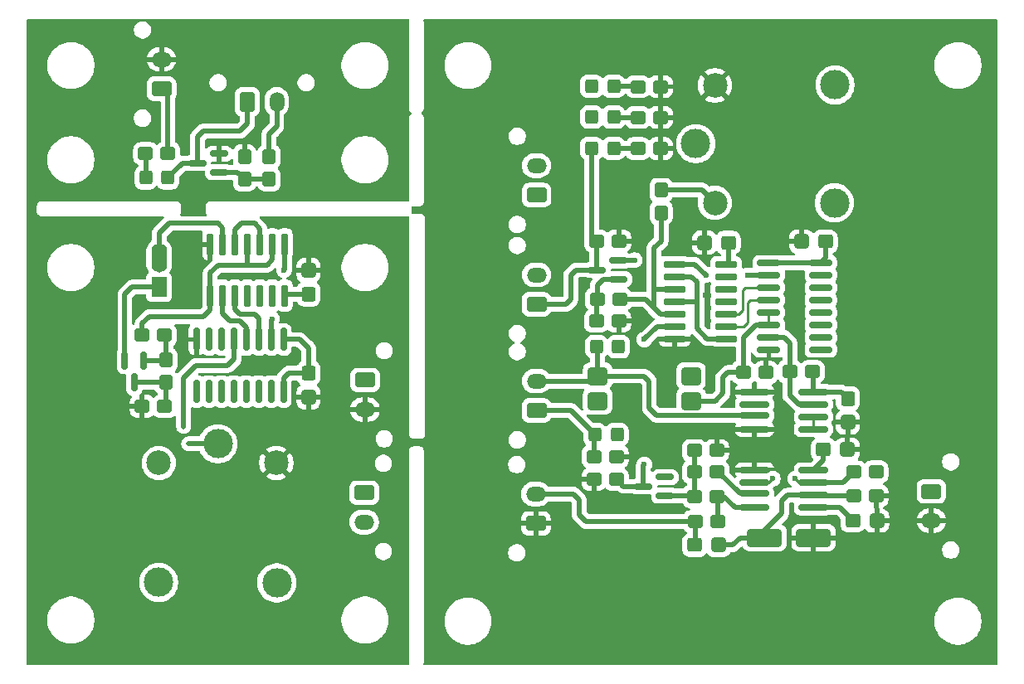
<source format=gbr>
%TF.GenerationSoftware,KiCad,Pcbnew,9.0.2*%
%TF.CreationDate,2025-09-30T17:54:06+08:00*%
%TF.ProjectId,IMD_TSMS_latch_logic,494d445f-5453-44d5-935f-6c617463685f,rev?*%
%TF.SameCoordinates,Original*%
%TF.FileFunction,Copper,L1,Top*%
%TF.FilePolarity,Positive*%
%FSLAX46Y46*%
G04 Gerber Fmt 4.6, Leading zero omitted, Abs format (unit mm)*
G04 Created by KiCad (PCBNEW 9.0.2) date 2025-09-30 17:54:06*
%MOMM*%
%LPD*%
G01*
G04 APERTURE LIST*
G04 Aperture macros list*
%AMRoundRect*
0 Rectangle with rounded corners*
0 $1 Rounding radius*
0 $2 $3 $4 $5 $6 $7 $8 $9 X,Y pos of 4 corners*
0 Add a 4 corners polygon primitive as box body*
4,1,4,$2,$3,$4,$5,$6,$7,$8,$9,$2,$3,0*
0 Add four circle primitives for the rounded corners*
1,1,$1+$1,$2,$3*
1,1,$1+$1,$4,$5*
1,1,$1+$1,$6,$7*
1,1,$1+$1,$8,$9*
0 Add four rect primitives between the rounded corners*
20,1,$1+$1,$2,$3,$4,$5,0*
20,1,$1+$1,$4,$5,$6,$7,0*
20,1,$1+$1,$6,$7,$8,$9,0*
20,1,$1+$1,$8,$9,$2,$3,0*%
G04 Aperture macros list end*
%TA.AperFunction,SMDPad,CuDef*%
%ADD10RoundRect,0.278125X0.474375X0.389375X-0.474375X0.389375X-0.474375X-0.389375X0.474375X-0.389375X0*%
%TD*%
%TA.AperFunction,SMDPad,CuDef*%
%ADD11RoundRect,0.150000X0.750000X0.150000X-0.750000X0.150000X-0.750000X-0.150000X0.750000X-0.150000X0*%
%TD*%
%TA.AperFunction,ComponentPad*%
%ADD12C,3.000000*%
%TD*%
%TA.AperFunction,ComponentPad*%
%ADD13C,2.500000*%
%TD*%
%TA.AperFunction,SMDPad,CuDef*%
%ADD14RoundRect,0.278125X-0.474375X-0.389375X0.474375X-0.389375X0.474375X0.389375X-0.474375X0.389375X0*%
%TD*%
%TA.AperFunction,SMDPad,CuDef*%
%ADD15RoundRect,0.293478X0.381522X0.406522X-0.381522X0.406522X-0.381522X-0.406522X0.381522X-0.406522X0*%
%TD*%
%TA.AperFunction,SMDPad,CuDef*%
%ADD16RoundRect,0.090000X-0.210000X1.040000X-0.210000X-1.040000X0.210000X-1.040000X0.210000X1.040000X0*%
%TD*%
%TA.AperFunction,SMDPad,CuDef*%
%ADD17RoundRect,0.091500X-0.213500X1.038500X-0.213500X-1.038500X0.213500X-1.038500X0.213500X1.038500X0*%
%TD*%
%TA.AperFunction,SMDPad,CuDef*%
%ADD18RoundRect,0.305575X0.460025X0.412525X-0.460025X0.412525X-0.460025X-0.412525X0.460025X-0.412525X0*%
%TD*%
%TA.AperFunction,SMDPad,CuDef*%
%ADD19RoundRect,0.308511X0.457089X0.416489X-0.457089X0.416489X-0.457089X-0.416489X0.457089X-0.416489X0*%
%TD*%
%TA.AperFunction,ComponentPad*%
%ADD20RoundRect,0.250001X-0.759999X0.499999X-0.759999X-0.499999X0.759999X-0.499999X0.759999X0.499999X0*%
%TD*%
%TA.AperFunction,ComponentPad*%
%ADD21O,2.020000X1.500000*%
%TD*%
%TA.AperFunction,SMDPad,CuDef*%
%ADD22RoundRect,0.278125X0.389375X-0.474375X0.389375X0.474375X-0.389375X0.474375X-0.389375X-0.474375X0*%
%TD*%
%TA.AperFunction,ComponentPad*%
%ADD23RoundRect,0.250001X0.759999X-0.499999X0.759999X0.499999X-0.759999X0.499999X-0.759999X-0.499999X0*%
%TD*%
%TA.AperFunction,SMDPad,CuDef*%
%ADD24RoundRect,0.150000X-1.350000X-0.150000X1.350000X-0.150000X1.350000X0.150000X-1.350000X0.150000X0*%
%TD*%
%TA.AperFunction,SMDPad,CuDef*%
%ADD25RoundRect,0.150000X-1.337500X-0.150000X1.337500X-0.150000X1.337500X0.150000X-1.337500X0.150000X0*%
%TD*%
%TA.AperFunction,ComponentPad*%
%ADD26R,1.600000X2.000000*%
%TD*%
%TA.AperFunction,ComponentPad*%
%ADD27O,1.600000X3.000000*%
%TD*%
%TA.AperFunction,ComponentPad*%
%ADD28RoundRect,0.250001X-0.499999X-0.759999X0.499999X-0.759999X0.499999X0.759999X-0.499999X0.759999X0*%
%TD*%
%TA.AperFunction,ComponentPad*%
%ADD29O,1.500000X2.020000*%
%TD*%
%TA.AperFunction,SMDPad,CuDef*%
%ADD30RoundRect,0.249999X-0.750001X-0.640001X0.750001X-0.640001X0.750001X0.640001X-0.750001X0.640001X0*%
%TD*%
%TA.AperFunction,SMDPad,CuDef*%
%ADD31RoundRect,0.150000X-0.150000X0.750000X-0.150000X-0.750000X0.150000X-0.750000X0.150000X0.750000X0*%
%TD*%
%TA.AperFunction,SMDPad,CuDef*%
%ADD32RoundRect,0.278125X-0.389375X0.474375X-0.389375X-0.474375X0.389375X-0.474375X0.389375X0.474375X0*%
%TD*%
%TA.AperFunction,SMDPad,CuDef*%
%ADD33RoundRect,0.305575X-0.460025X-0.412525X0.460025X-0.412525X0.460025X0.412525X-0.460025X0.412525X0*%
%TD*%
%TA.AperFunction,SMDPad,CuDef*%
%ADD34RoundRect,0.308511X-0.457089X-0.416489X0.457089X-0.416489X0.457089X0.416489X-0.457089X0.416489X0*%
%TD*%
%TA.AperFunction,SMDPad,CuDef*%
%ADD35RoundRect,0.150000X-0.150000X1.000000X-0.150000X-1.000000X0.150000X-1.000000X0.150000X1.000000X0*%
%TD*%
%TA.AperFunction,SMDPad,CuDef*%
%ADD36RoundRect,0.151250X-0.151250X0.998750X-0.151250X-0.998750X0.151250X-0.998750X0.151250X0.998750X0*%
%TD*%
%TA.AperFunction,SMDPad,CuDef*%
%ADD37RoundRect,0.148750X-0.148750X1.001250X-0.148750X-1.001250X0.148750X-1.001250X0.148750X1.001250X0*%
%TD*%
%TA.AperFunction,SMDPad,CuDef*%
%ADD38RoundRect,0.090000X-1.040000X-0.210000X1.040000X-0.210000X1.040000X0.210000X-1.040000X0.210000X0*%
%TD*%
%TA.AperFunction,SMDPad,CuDef*%
%ADD39RoundRect,0.091500X-1.038500X-0.213500X1.038500X-0.213500X1.038500X0.213500X-1.038500X0.213500X0*%
%TD*%
%TA.AperFunction,SMDPad,CuDef*%
%ADD40RoundRect,0.250000X-1.500000X-0.650000X1.500000X-0.650000X1.500000X0.650000X-1.500000X0.650000X0*%
%TD*%
%TA.AperFunction,SMDPad,CuDef*%
%ADD41RoundRect,0.305575X-0.412525X0.460025X-0.412525X-0.460025X0.412525X-0.460025X0.412525X0.460025X0*%
%TD*%
%TA.AperFunction,SMDPad,CuDef*%
%ADD42RoundRect,0.308511X-0.416489X0.457089X-0.416489X-0.457089X0.416489X-0.457089X0.416489X0.457089X0*%
%TD*%
%TA.AperFunction,SMDPad,CuDef*%
%ADD43RoundRect,0.305575X0.412525X-0.460025X0.412525X0.460025X-0.412525X0.460025X-0.412525X-0.460025X0*%
%TD*%
%TA.AperFunction,SMDPad,CuDef*%
%ADD44RoundRect,0.308511X0.416489X-0.457089X0.416489X0.457089X-0.416489X0.457089X-0.416489X-0.457089X0*%
%TD*%
%TA.AperFunction,SMDPad,CuDef*%
%ADD45RoundRect,0.150000X-1.000000X-0.150000X1.000000X-0.150000X1.000000X0.150000X-1.000000X0.150000X0*%
%TD*%
%TA.AperFunction,SMDPad,CuDef*%
%ADD46RoundRect,0.151250X-0.998750X-0.151250X0.998750X-0.151250X0.998750X0.151250X-0.998750X0.151250X0*%
%TD*%
%TA.AperFunction,SMDPad,CuDef*%
%ADD47RoundRect,0.148750X-1.001250X-0.148750X1.001250X-0.148750X1.001250X0.148750X-1.001250X0.148750X0*%
%TD*%
%TA.AperFunction,ViaPad*%
%ADD48C,0.600000*%
%TD*%
%TA.AperFunction,Conductor*%
%ADD49C,0.500000*%
%TD*%
%TA.AperFunction,Conductor*%
%ADD50C,0.250000*%
%TD*%
G04 APERTURE END LIST*
D10*
%TO.P,R5,1*%
%TO.N,+12V*%
X167157500Y-116882500D03*
%TO.P,R5,2*%
%TO.N,/DISCH*%
X164852500Y-116882500D03*
%TD*%
%TO.P,R17,1*%
%TO.N,GND*%
X145152500Y-83850000D03*
%TO.P,R17,2*%
%TO.N,Net-(D4-K)*%
X142847500Y-83850000D03*
%TD*%
D11*
%TO.P,Q5,1,G*%
%TO.N,Net-(Q5-G)*%
X145605000Y-119300000D03*
%TO.P,Q5,2,S*%
%TO.N,+12V*%
X145605000Y-117400000D03*
%TO.P,Q5,3,D*%
%TO.N,/IMD_reset*%
X143405000Y-118350000D03*
%TD*%
D12*
%TO.P,K1,1*%
%TO.N,/SDC_IN*%
X148755000Y-83350000D03*
D13*
%TO.P,K1,2*%
%TO.N,IMD_RELAY*%
X150705000Y-89400000D03*
D12*
%TO.P,K1,3*%
%TO.N,unconnected-(K1-Pad3)*%
X162905000Y-89400000D03*
%TO.P,K1,4*%
%TO.N,/SDC_OUT*%
X162955000Y-77350000D03*
D13*
%TO.P,K1,5*%
%TO.N,GND*%
X150705000Y-77400000D03*
%TD*%
D14*
%TO.P,R10,1*%
%TO.N,Net-(Q6-G)*%
X138597500Y-101467500D03*
%TO.P,R10,2*%
%TO.N,GND*%
X140902500Y-101467500D03*
%TD*%
D15*
%TO.P,D6,1,K*%
%TO.N,Net-(D6-K)*%
X140375000Y-77500000D03*
%TO.P,D6,2,A*%
%TO.N,/SDC_OUT*%
X138125000Y-77500000D03*
%TD*%
D11*
%TO.P,Q2,1,G*%
%TO.N,Net-(Q2-G)*%
X100100000Y-86285000D03*
%TO.P,Q2,2,S*%
%TO.N,GND*%
X100100000Y-84385000D03*
%TO.P,Q2,3,D*%
%TO.N,IMD_RELAY*%
X97900000Y-85335000D03*
%TD*%
D14*
%TO.P,R12,1*%
%TO.N,/IMD_MHs*%
X138352500Y-115317500D03*
%TO.P,R12,2*%
%TO.N,GND*%
X140657500Y-115317500D03*
%TD*%
D10*
%TO.P,R19,1*%
%TO.N,GND*%
X145152500Y-77533552D03*
%TO.P,R19,2*%
%TO.N,Net-(D6-K)*%
X142847500Y-77533552D03*
%TD*%
D11*
%TO.P,Q6,1,G*%
%TO.N,Net-(Q6-G)*%
X140850000Y-97200000D03*
%TO.P,Q6,2,S*%
%TO.N,+12V*%
X140850000Y-95300000D03*
%TO.P,Q6,3,D*%
%TO.N,IMD_LED*%
X138650000Y-96250000D03*
%TD*%
D16*
%TO.P,U4,1*%
%TO.N,Net-(U3-Pad2)*%
X106810000Y-93630000D03*
%TO.P,U4,2*%
%TO.N,/TSMS_latch_output*%
X105540000Y-93630000D03*
%TO.P,U4,3*%
%TO.N,Net-(U4-Pad3)*%
X104270000Y-93630000D03*
%TO.P,U4,4*%
%TO.N,/TSMS_latch_output*%
X103000000Y-93630000D03*
%TO.P,U4,5*%
%TO.N,Net-(U4-Pad3)*%
X101730000Y-93630000D03*
%TO.P,U4,6*%
%TO.N,/TSMS_reset*%
X100460000Y-93630000D03*
%TO.P,U4,7,VSS*%
%TO.N,GND*%
X99190000Y-93630000D03*
%TO.P,U4,8*%
%TO.N,/TSMS_latch_output*%
X99190000Y-98870000D03*
D17*
%TO.P,U4,9*%
%TO.N,Net-(U3-Pad4)*%
X100455000Y-98870000D03*
D16*
%TO.P,U4,10*%
%TO.N,Net-(U3-Pad3)*%
X101730000Y-98870000D03*
%TO.P,U4,11*%
%TO.N,unconnected-(U4-Pad11)*%
X103000000Y-98870000D03*
%TO.P,U4,12*%
%TO.N,unconnected-(U4-Pad12)*%
X104270000Y-98870000D03*
%TO.P,U4,13*%
%TO.N,unconnected-(U4-Pad13)*%
X105540000Y-98870000D03*
%TO.P,U4,14,VDD*%
%TO.N,+12V*%
X106810000Y-98870000D03*
%TD*%
D18*
%TO.P,C6,1*%
%TO.N,+12V*%
X161970600Y-93356900D03*
D19*
%TO.P,C6,2*%
%TO.N,GND*%
X159539400Y-93350000D03*
%TD*%
D14*
%TO.P,R1,1*%
%TO.N,/THRES*%
X164852500Y-119317500D03*
%TO.P,R1,2*%
%TO.N,GND*%
X167157500Y-119317500D03*
%TD*%
D20*
%TO.P,J8,1,Pin_1*%
%TO.N,+12V*%
X115000000Y-107500000D03*
D21*
%TO.P,J8,2,Pin_2*%
%TO.N,GND*%
X115000000Y-110500000D03*
%TD*%
D10*
%TO.P,R23,1*%
%TO.N,/fall_edge_out*%
X150907500Y-116882500D03*
%TO.P,R23,2*%
%TO.N,Net-(Q5-G)*%
X148602500Y-116882500D03*
%TD*%
D22*
%TO.P,R20,1*%
%TO.N,Net-(Q2-G)*%
X105217500Y-86987500D03*
%TO.P,R20,2*%
%TO.N,IMD_LED*%
X105217500Y-84682500D03*
%TD*%
D23*
%TO.P,J7,1,Pin_1*%
%TO.N,IMD_LED*%
X132500000Y-99750000D03*
D21*
%TO.P,J7,2,Pin_2*%
%TO.N,IMD_RELAY*%
X132500000Y-96750000D03*
%TD*%
D24*
%TO.P,U6,1,GND*%
%TO.N,GND*%
X154755000Y-108695000D03*
%TO.P,U6,2,+*%
%TO.N,+12V*%
X154755000Y-109965000D03*
D25*
%TO.P,U6,3,-*%
%TO.N,/IMD_OKHs*%
X154742500Y-111100000D03*
D24*
%TO.P,U6,4,V-*%
%TO.N,GND*%
X154755000Y-112505000D03*
%TO.P,U6,5,BAL*%
%TO.N,Net-(U6-BAL)*%
X160755000Y-112505000D03*
%TO.P,U6,6,STRB*%
X160755000Y-111235000D03*
%TO.P,U6,7*%
%TO.N,Net-(R14-Pad2)*%
X160755000Y-109965000D03*
%TO.P,U6,8,V+*%
%TO.N,+12V*%
X160755000Y-108695000D03*
%TD*%
D26*
%TO.P,C8,1*%
%TO.N,+12V*%
X94000000Y-98000000D03*
D27*
%TO.P,C8,2*%
%TO.N,/TSMS_reset*%
X94000000Y-95000000D03*
%TD*%
D22*
%TO.P,R22,1*%
%TO.N,/IMD_latch_output*%
X145217500Y-90402500D03*
%TO.P,R22,2*%
%TO.N,IMD_RELAY*%
X145217500Y-88097500D03*
%TD*%
D10*
%TO.P,R3,1*%
%TO.N,GND*%
X140902500Y-93282500D03*
%TO.P,R3,2*%
%TO.N,IMD_LED*%
X138597500Y-93282500D03*
%TD*%
D23*
%TO.P,SW1,1,1*%
%TO.N,GND*%
X132437500Y-122132500D03*
D21*
%TO.P,SW1,2,2*%
%TO.N,Net-(C2-Pad1)*%
X132437500Y-119132500D03*
%TD*%
D28*
%TO.P,J6,1,Pin_1*%
%TO.N,IMD_RELAY*%
X103000000Y-79085000D03*
D29*
%TO.P,J6,2,Pin_2*%
%TO.N,IMD_LED*%
X106000000Y-79085000D03*
%TD*%
D30*
%TO.P,U5,1*%
%TO.N,/IMD_OKHs*%
X138740000Y-107080000D03*
%TO.P,U5,2*%
%TO.N,Net-(R13-Pad1)*%
X138740000Y-109620000D03*
%TO.P,U5,3*%
%TO.N,/OKHs_logic*%
X148270000Y-109620000D03*
%TO.P,U5,4*%
%TO.N,+12V*%
X148270000Y-107080000D03*
%TD*%
D23*
%TO.P,J3,1,Pin_1*%
%TO.N,/SDC_IN*%
X132505000Y-88600000D03*
D21*
%TO.P,J3,2,Pin_2*%
%TO.N,/SDC_OUT*%
X132505000Y-85600000D03*
%TD*%
D14*
%TO.P,R26,1*%
%TO.N,/TSMS_latch_output*%
X92262500Y-102912500D03*
%TO.P,R26,2*%
%TO.N,Net-(Q3-G)*%
X94567500Y-102912500D03*
%TD*%
D20*
%TO.P,J9,1,Pin_1*%
%TO.N,/TSMS_input*%
X114915000Y-119000000D03*
D21*
%TO.P,J9,2,Pin_2*%
%TO.N,/TSMS_output*%
X114915000Y-122000000D03*
%TD*%
D18*
%TO.P,C5,1*%
%TO.N,+12V*%
X152070600Y-93471900D03*
D19*
%TO.P,C5,2*%
%TO.N,GND*%
X149639400Y-93465000D03*
%TD*%
D10*
%TO.P,R7,1*%
%TO.N,+12V*%
X150907500Y-119382500D03*
%TO.P,R7,2*%
%TO.N,Net-(Q5-G)*%
X148602500Y-119382500D03*
%TD*%
%TO.P,R21,1*%
%TO.N,+12V*%
X94902500Y-84367500D03*
%TO.P,R21,2*%
%TO.N,Net-(D7-A)*%
X92597500Y-84367500D03*
%TD*%
D31*
%TO.P,Q3,1,G*%
%TO.N,Net-(Q3-G)*%
X92397500Y-105497500D03*
%TO.P,Q3,2,S*%
%TO.N,+12V*%
X90497500Y-105497500D03*
%TO.P,Q3,3,D*%
%TO.N,Net-(Q3-D)*%
X91447500Y-107697500D03*
%TD*%
D32*
%TO.P,R27,1*%
%TO.N,Net-(Q3-G)*%
X94730000Y-105445000D03*
%TO.P,R27,2*%
%TO.N,Net-(Q3-D)*%
X94730000Y-107750000D03*
%TD*%
D33*
%TO.P,C2,1*%
%TO.N,Net-(C2-Pad1)*%
X148636900Y-124343100D03*
D34*
%TO.P,C2,2*%
%TO.N,/THRES*%
X151068100Y-124350000D03*
%TD*%
D33*
%TO.P,C1,1*%
%TO.N,Net-(IC1-CONT)*%
X164789400Y-121843100D03*
D34*
%TO.P,C1,2*%
%TO.N,GND*%
X167220600Y-121850000D03*
%TD*%
D33*
%TO.P,C9,1*%
%TO.N,+12V*%
X161789400Y-114593100D03*
D34*
%TO.P,C9,2*%
%TO.N,GND*%
X164220600Y-114600000D03*
%TD*%
D35*
%TO.P,U3,1,VCC*%
%TO.N,+12V*%
X106695000Y-103350000D03*
%TO.P,U3,2*%
%TO.N,Net-(U3-Pad2)*%
X105425000Y-103350000D03*
%TO.P,U3,3*%
%TO.N,Net-(U3-Pad3)*%
X104155000Y-103350000D03*
%TO.P,U3,4*%
%TO.N,Net-(U3-Pad4)*%
X102885000Y-103350000D03*
%TO.P,U3,5*%
%TO.N,/TSMS_input*%
X101615000Y-103350000D03*
D36*
%TO.P,U3,6*%
%TO.N,unconnected-(U3-Pad6)*%
X100347500Y-103350000D03*
D35*
%TO.P,U3,7*%
%TO.N,unconnected-(U3-Pad7)*%
X99075000Y-103350000D03*
%TO.P,U3,8,VSS*%
%TO.N,GND*%
X97805000Y-103350000D03*
%TO.P,U3,9*%
%TO.N,unconnected-(U3-Pad9)*%
X97805000Y-108650000D03*
%TO.P,U3,10*%
%TO.N,unconnected-(U3-Pad10)*%
X99075000Y-108650000D03*
%TO.P,U3,11*%
%TO.N,unconnected-(U3-Pad11)*%
X100345000Y-108650000D03*
%TO.P,U3,12*%
%TO.N,unconnected-(U3-Pad12)*%
X101615000Y-108650000D03*
%TO.P,U3,13*%
%TO.N,N/C*%
X102885000Y-108650000D03*
D37*
%TO.P,U3,14*%
%TO.N,unconnected-(U3-Pad14)*%
X104152500Y-108650000D03*
D35*
%TO.P,U3,15*%
%TO.N,unconnected-(U3-Pad15)*%
X105425000Y-108650000D03*
%TO.P,U3,16,VDD*%
%TO.N,+12V*%
X106695000Y-108650000D03*
%TD*%
D14*
%TO.P,R24,1*%
%TO.N,Net-(C2-Pad1)*%
X148692500Y-121952500D03*
%TO.P,R24,2*%
%TO.N,+12V*%
X150997500Y-121952500D03*
%TD*%
D20*
%TO.P,J4,1,Pin_1*%
%TO.N,+12V*%
X172795000Y-118850000D03*
D21*
%TO.P,J4,2,Pin_2*%
%TO.N,GND*%
X172795000Y-121850000D03*
%TD*%
D38*
%TO.P,U1,1*%
%TO.N,Net-(U1-Pad1)*%
X146605000Y-95655000D03*
%TO.P,U1,2*%
%TO.N,Net-(U1-Pad2)*%
X146605000Y-96925000D03*
%TO.P,U1,3*%
%TO.N,/IMD_latch_output*%
X146605000Y-98195000D03*
%TO.P,U1,4*%
%TO.N,Net-(U1-Pad2)*%
X146605000Y-99465000D03*
%TO.P,U1,5*%
%TO.N,/IMD_latch_output*%
X146605000Y-100735000D03*
%TO.P,U1,6*%
%TO.N,/IMD_reset*%
X146605000Y-102005000D03*
%TO.P,U1,7,VSS*%
%TO.N,GND*%
X146605000Y-103275000D03*
%TO.P,U1,8*%
%TO.N,Net-(U1-Pad2)*%
X151845000Y-103275000D03*
D39*
%TO.P,U1,9*%
%TO.N,Net-(U1-Pad9)*%
X151845000Y-102010000D03*
D38*
%TO.P,U1,10*%
%TO.N,Net-(U1-Pad10)*%
X151845000Y-100735000D03*
%TO.P,U1,11*%
%TO.N,unconnected-(U1-Pad11)*%
X151845000Y-99465000D03*
%TO.P,U1,12*%
%TO.N,unconnected-(U1-Pad12)*%
X151845000Y-98195000D03*
%TO.P,U1,13*%
%TO.N,unconnected-(U1-Pad13)*%
X151845000Y-96925000D03*
%TO.P,U1,14,VDD*%
%TO.N,+12V*%
X151845000Y-95655000D03*
%TD*%
D10*
%TO.P,R25,1*%
%TO.N,/IMD_latch_output*%
X141000000Y-99250000D03*
%TO.P,R25,2*%
%TO.N,Net-(Q6-G)*%
X138695000Y-99250000D03*
%TD*%
D15*
%TO.P,D7,1,K*%
%TO.N,IMD_RELAY*%
X94875000Y-86835000D03*
%TO.P,D7,2,A*%
%TO.N,Net-(D7-A)*%
X92625000Y-86835000D03*
%TD*%
D12*
%TO.P,K2,1*%
%TO.N,/TSMS_input*%
X100000000Y-114000000D03*
D13*
%TO.P,K2,2*%
%TO.N,Net-(Q3-D)*%
X93950000Y-115950000D03*
D12*
%TO.P,K2,3*%
%TO.N,unconnected-(K2-Pad3)*%
X93950000Y-128150000D03*
%TO.P,K2,4*%
%TO.N,/TSMS_output*%
X106000000Y-128200000D03*
D13*
%TO.P,K2,5*%
%TO.N,GND*%
X105950000Y-115950000D03*
%TD*%
D14*
%TO.P,R9,1*%
%TO.N,Net-(Q5-G)*%
X148597500Y-114685000D03*
%TO.P,R9,2*%
%TO.N,GND*%
X150902500Y-114685000D03*
%TD*%
D24*
%TO.P,IC1,1,GND*%
%TO.N,GND*%
X154755000Y-116695000D03*
%TO.P,IC1,2,TRIG*%
%TO.N,/TRIG*%
X154755000Y-117965000D03*
D25*
%TO.P,IC1,3,OUT*%
%TO.N,/fall_edge_out*%
X154742500Y-119100000D03*
D24*
%TO.P,IC1,4,RESET*%
%TO.N,+12V*%
X154755000Y-120505000D03*
%TO.P,IC1,5,CONT*%
%TO.N,Net-(IC1-CONT)*%
X160755000Y-120505000D03*
%TO.P,IC1,6,THRES*%
%TO.N,/THRES*%
X160755000Y-119235000D03*
%TO.P,IC1,7,DISCH*%
%TO.N,/DISCH*%
X160755000Y-117965000D03*
%TO.P,IC1,8,VCC*%
%TO.N,+12V*%
X160755000Y-116695000D03*
%TD*%
D14*
%TO.P,R2,1*%
%TO.N,/OKHs_logic*%
X153597500Y-106717500D03*
%TO.P,R2,2*%
%TO.N,GND*%
X155902500Y-106717500D03*
%TD*%
D10*
%TO.P,R8,1*%
%TO.N,/IMD_reset*%
X140657500Y-117632500D03*
%TO.P,R8,2*%
%TO.N,GND*%
X138352500Y-117632500D03*
%TD*%
D23*
%TO.P,J1,1,Pin_1*%
%TO.N,/IMD_MHs*%
X132505000Y-110600000D03*
D21*
%TO.P,J1,2,Pin_2*%
%TO.N,/IMD_OKHs*%
X132505000Y-107600000D03*
%TD*%
D15*
%TO.P,D5,1,K*%
%TO.N,Net-(D5-K)*%
X140375000Y-80640000D03*
%TO.P,D5,2,A*%
%TO.N,/SDC_IN*%
X138125000Y-80640000D03*
%TD*%
%TO.P,D3,1,K*%
%TO.N,Net-(D3-K)*%
X140727500Y-113067500D03*
%TO.P,D3,2,A*%
%TO.N,/IMD_MHs*%
X138477500Y-113067500D03*
%TD*%
D40*
%TO.P,D1,1,K*%
%TO.N,/THRES*%
X155755000Y-123600000D03*
%TO.P,D1,2,A*%
%TO.N,GND*%
X160755000Y-123600000D03*
%TD*%
D41*
%TO.P,C10,1*%
%TO.N,+12V*%
X164261900Y-109384400D03*
D42*
%TO.P,C10,2*%
%TO.N,GND*%
X164255000Y-111815600D03*
%TD*%
D10*
%TO.P,R14,1*%
%TO.N,+12V*%
X160657500Y-106632500D03*
%TO.P,R14,2*%
%TO.N,Net-(R14-Pad2)*%
X158352500Y-106632500D03*
%TD*%
%TO.P,R18,1*%
%TO.N,GND*%
X145152500Y-80673552D03*
%TO.P,R18,2*%
%TO.N,Net-(D5-K)*%
X142847500Y-80673552D03*
%TD*%
D14*
%TO.P,R28,1*%
%TO.N,GND*%
X92262500Y-110162500D03*
%TO.P,R28,2*%
%TO.N,Net-(Q3-D)*%
X94567500Y-110162500D03*
%TD*%
D43*
%TO.P,C4,1*%
%TO.N,+12V*%
X109243100Y-98715600D03*
D44*
%TO.P,C4,2*%
%TO.N,GND*%
X109250000Y-96284400D03*
%TD*%
D41*
%TO.P,C7,1*%
%TO.N,+12V*%
X109256900Y-106784400D03*
D42*
%TO.P,C7,2*%
%TO.N,GND*%
X109250000Y-109215600D03*
%TD*%
D23*
%TO.P,J5,1,Pin_1*%
%TO.N,+12V*%
X94250000Y-77750000D03*
D21*
%TO.P,J5,2,Pin_2*%
%TO.N,GND*%
X94250000Y-74750000D03*
%TD*%
D15*
%TO.P,D2,1,K*%
%TO.N,Net-(D2-K)*%
X140880000Y-104100000D03*
%TO.P,D2,2,A*%
%TO.N,/IMD_OKHs*%
X138630000Y-104100000D03*
%TD*%
D22*
%TO.P,R4,1*%
%TO.N,Net-(Q2-G)*%
X102717500Y-86987500D03*
%TO.P,R4,2*%
%TO.N,GND*%
X102717500Y-84682500D03*
%TD*%
D15*
%TO.P,D4,1,K*%
%TO.N,Net-(D4-K)*%
X140375000Y-83850000D03*
%TO.P,D4,2,A*%
%TO.N,IMD_LED*%
X138125000Y-83850000D03*
%TD*%
D45*
%TO.P,U2,1,VCC*%
%TO.N,+12V*%
X156205000Y-95520000D03*
%TO.P,U2,2*%
%TO.N,Net-(U1-Pad1)*%
X156205000Y-96790000D03*
%TO.P,U2,3*%
%TO.N,Net-(U1-Pad10)*%
X156205000Y-98060000D03*
%TO.P,U2,4*%
%TO.N,Net-(U1-Pad9)*%
X156205000Y-99330000D03*
%TO.P,U2,5*%
%TO.N,/OKHs_logic*%
X156205000Y-100600000D03*
D46*
%TO.P,U2,6*%
X156205000Y-101867500D03*
D45*
%TO.P,U2,7*%
%TO.N,Net-(R14-Pad2)*%
X156205000Y-103140000D03*
%TO.P,U2,8,VSS*%
%TO.N,GND*%
X156205000Y-104410000D03*
%TO.P,U2,9*%
%TO.N,unconnected-(U2-Pad9)*%
X161505000Y-104410000D03*
%TO.P,U2,10*%
%TO.N,unconnected-(U2-Pad10)*%
X161505000Y-103140000D03*
%TO.P,U2,11*%
%TO.N,unconnected-(U2-Pad11)*%
X161505000Y-101870000D03*
%TO.P,U2,12*%
%TO.N,unconnected-(U2-Pad12)*%
X161505000Y-100600000D03*
%TO.P,U2,13*%
%TO.N,N/C*%
X161505000Y-99330000D03*
D47*
%TO.P,U2,14*%
%TO.N,unconnected-(U2-Pad14)*%
X161505000Y-98062500D03*
D45*
%TO.P,U2,15*%
%TO.N,unconnected-(U2-Pad15)*%
X161505000Y-96790000D03*
%TO.P,U2,16,VDD*%
%TO.N,+12V*%
X161505000Y-95520000D03*
%TD*%
D48*
%TO.N,GND*%
X95750000Y-98250000D03*
X95750000Y-96000000D03*
X100100000Y-84385000D03*
X102717500Y-84682500D03*
X92262500Y-110162500D03*
X167220600Y-121850000D03*
X154755000Y-112505000D03*
X140902500Y-101467500D03*
X104000000Y-105250000D03*
X89500000Y-104000000D03*
X109250000Y-96284400D03*
X158800000Y-100000000D03*
X160755000Y-123600000D03*
X99190000Y-93630000D03*
X149755000Y-98850000D03*
X140902500Y-93282500D03*
X105450000Y-96800000D03*
X109250000Y-109215600D03*
X97805000Y-103350000D03*
%TO.N,/TRIG*%
X156602500Y-117567500D03*
%TO.N,+12V*%
X154755000Y-109965000D03*
X109256900Y-106784400D03*
X152185600Y-93356900D03*
X109243100Y-98715600D03*
X145605000Y-117400000D03*
X151000000Y-122000000D03*
X160657500Y-106632500D03*
X161789400Y-114593100D03*
X167157500Y-116882500D03*
X161970600Y-93356900D03*
X142500000Y-95250000D03*
X148270000Y-107080000D03*
%TO.N,/DISCH*%
X158907500Y-117567500D03*
%TO.N,/IMD_reset*%
X143505000Y-103350000D03*
X143505000Y-116100000D03*
%TO.N,Net-(U1-Pad1)*%
X154030000Y-96790000D03*
X149780000Y-96790000D03*
%TO.N,/SDC_IN*%
X138125000Y-80640000D03*
%TO.N,/SDC_OUT*%
X138125000Y-77500000D03*
%TO.N,/IMD_OKHs*%
X138740000Y-107080000D03*
%TO.N,Net-(U3-Pad2)*%
X106750000Y-96250000D03*
X105500000Y-101250000D03*
%TO.N,Net-(R13-Pad1)*%
X138740000Y-109620000D03*
%TO.N,Net-(D2-K)*%
X140880000Y-104100000D03*
%TO.N,Net-(D3-K)*%
X140727500Y-113067500D03*
%TD*%
D49*
%TO.N,+12V*%
X94902500Y-84367500D02*
X94902500Y-78402500D01*
X94902500Y-78402500D02*
X94250000Y-77750000D01*
X91250000Y-98000000D02*
X90497500Y-98752500D01*
X90497500Y-98752500D02*
X90497500Y-105497500D01*
X94000000Y-98000000D02*
X91250000Y-98000000D01*
%TO.N,/TSMS_reset*%
X95000000Y-91500000D02*
X94000000Y-92500000D01*
X100000000Y-91500000D02*
X95000000Y-91500000D01*
X100460000Y-93630000D02*
X100460000Y-91960000D01*
X100460000Y-91960000D02*
X100000000Y-91500000D01*
X94000000Y-92500000D02*
X94000000Y-95000000D01*
%TO.N,/TSMS_input*%
X97000000Y-114000000D02*
X100000000Y-114000000D01*
%TO.N,Net-(Q3-D)*%
X93317500Y-115317500D02*
X93950000Y-115950000D01*
%TO.N,Net-(IC1-CONT)*%
X163451300Y-120505000D02*
X160755000Y-120505000D01*
X164789400Y-121843100D02*
X163451300Y-120505000D01*
%TO.N,/THRES*%
X155755000Y-122850000D02*
X157505000Y-121100000D01*
X157505000Y-121100000D02*
X157505000Y-119850000D01*
X157505000Y-119850000D02*
X158120000Y-119235000D01*
X151068100Y-124350000D02*
X152505000Y-124350000D01*
X153255000Y-123600000D02*
X155755000Y-123600000D01*
X164852500Y-119317500D02*
X160837500Y-119317500D01*
X155755000Y-123600000D02*
X155755000Y-122850000D01*
X152505000Y-124350000D02*
X153255000Y-123600000D01*
X158120000Y-119235000D02*
X160755000Y-119235000D01*
X160837500Y-119317500D02*
X160755000Y-119235000D01*
D50*
%TO.N,/TRIG*%
X156205000Y-117965000D02*
X156602500Y-117567500D01*
X154755000Y-117965000D02*
X156205000Y-117965000D01*
D49*
%TO.N,+12V*%
X106695000Y-107305000D02*
X106695000Y-108650000D01*
X94902500Y-84432500D02*
X94750000Y-84585000D01*
X152185600Y-93356900D02*
X152070600Y-93471900D01*
X151000000Y-122000000D02*
X151000000Y-121955000D01*
X152070600Y-95429400D02*
X151845000Y-95655000D01*
X140850000Y-95300000D02*
X142450000Y-95300000D01*
X109256900Y-104256900D02*
X109256900Y-106784400D01*
X150997500Y-119472500D02*
X150907500Y-119382500D01*
X106964400Y-98715600D02*
X106810000Y-98870000D01*
X161789400Y-114593100D02*
X161789400Y-115660600D01*
X108350000Y-103350000D02*
X109256900Y-104256900D01*
X160755000Y-106730000D02*
X160657500Y-106632500D01*
X151632500Y-119382500D02*
X152755000Y-120505000D01*
X161505000Y-95520000D02*
X156205000Y-95520000D01*
X160755000Y-108695000D02*
X160755000Y-106730000D01*
X163572500Y-108695000D02*
X160755000Y-108695000D01*
X142450000Y-95300000D02*
X142500000Y-95250000D01*
X164261900Y-109384400D02*
X163572500Y-108695000D01*
X151000000Y-121955000D02*
X150997500Y-121952500D01*
X161970600Y-95054400D02*
X161505000Y-95520000D01*
X107215600Y-106784400D02*
X106695000Y-107305000D01*
X161789400Y-115660600D02*
X160755000Y-116695000D01*
X161970600Y-93356900D02*
X161970600Y-95054400D01*
X106695000Y-103350000D02*
X108350000Y-103350000D01*
X152070600Y-93471900D02*
X152070600Y-95429400D01*
X150907500Y-119382500D02*
X151632500Y-119382500D01*
X152755000Y-120505000D02*
X154755000Y-120505000D01*
X109256900Y-106784400D02*
X107215600Y-106784400D01*
X150997500Y-121952500D02*
X150997500Y-119472500D01*
X109243100Y-98715600D02*
X106964400Y-98715600D01*
%TO.N,/fall_edge_out*%
X154742500Y-119100000D02*
X153255000Y-119100000D01*
X150902500Y-116812500D02*
X150907500Y-116817500D01*
X153255000Y-119100000D02*
X151037500Y-116882500D01*
X151037500Y-116882500D02*
X150907500Y-116882500D01*
%TO.N,/DISCH*%
X160755000Y-117965000D02*
X163770000Y-117965000D01*
D50*
X159305000Y-117965000D02*
X158907500Y-117567500D01*
D49*
X163770000Y-117965000D02*
X164852500Y-116882500D01*
D50*
X160755000Y-117965000D02*
X159305000Y-117965000D01*
D49*
%TO.N,/IMD_reset*%
X143405000Y-118350000D02*
X143405000Y-116200000D01*
X144850000Y-102005000D02*
X143505000Y-103350000D01*
X146605000Y-102005000D02*
X144850000Y-102005000D01*
X143405000Y-116200000D02*
X143505000Y-116100000D01*
X143405000Y-118350000D02*
X141375000Y-118350000D01*
X141375000Y-118350000D02*
X140657500Y-117632500D01*
%TO.N,Net-(C2-Pad1)*%
X148692500Y-121952500D02*
X148692500Y-124287500D01*
X148692500Y-124287500D02*
X148636900Y-124343100D01*
X136242500Y-119132500D02*
X136845000Y-119735000D01*
X132437500Y-119132500D02*
X136242500Y-119132500D01*
X136845000Y-119735000D02*
X136845000Y-121235000D01*
X137562500Y-121952500D02*
X148692500Y-121952500D01*
X136845000Y-121235000D02*
X137562500Y-121952500D01*
%TO.N,Net-(U1-Pad1)*%
X148645000Y-95655000D02*
X146605000Y-95655000D01*
X149780000Y-96790000D02*
X148645000Y-95655000D01*
X154030000Y-96790000D02*
X156205000Y-96790000D01*
D50*
%TO.N,Net-(U1-Pad9)*%
X151845000Y-102010000D02*
X153595000Y-102010000D01*
X154275000Y-99330000D02*
X156205000Y-99330000D01*
X154005000Y-101600000D02*
X154005000Y-99600000D01*
X154005000Y-99600000D02*
X154275000Y-99330000D01*
X153595000Y-102010000D02*
X154005000Y-101600000D01*
%TO.N,Net-(U1-Pad10)*%
X153085000Y-100735000D02*
X151845000Y-100735000D01*
X153505000Y-98350000D02*
X153505000Y-100315000D01*
X156205000Y-98060000D02*
X153795000Y-98060000D01*
X153795000Y-98060000D02*
X153505000Y-98350000D01*
X153505000Y-100315000D02*
X153085000Y-100735000D01*
D49*
%TO.N,IMD_RELAY*%
X97900000Y-82685000D02*
X97900000Y-85335000D01*
X149402500Y-88097500D02*
X150705000Y-89400000D01*
X96375000Y-85335000D02*
X94875000Y-86835000D01*
X103000000Y-79085000D02*
X103000000Y-81335000D01*
X102250000Y-82085000D02*
X98500000Y-82085000D01*
X98500000Y-82085000D02*
X97900000Y-82685000D01*
X103000000Y-81335000D02*
X102250000Y-82085000D01*
X145217500Y-88097500D02*
X149402500Y-88097500D01*
X97900000Y-85335000D02*
X96375000Y-85335000D01*
%TO.N,/IMD_OKHs*%
X138740000Y-107080000D02*
X138740000Y-104210000D01*
X143485000Y-107080000D02*
X144005000Y-107600000D01*
X138740000Y-107080000D02*
X143485000Y-107080000D01*
X132505000Y-107600000D02*
X138220000Y-107600000D01*
X144005000Y-110350000D02*
X144755000Y-111100000D01*
X138740000Y-104210000D02*
X138630000Y-104100000D01*
X144755000Y-111100000D02*
X154742500Y-111100000D01*
X138220000Y-107600000D02*
X138740000Y-107080000D01*
X144005000Y-107600000D02*
X144005000Y-110350000D01*
%TO.N,/TSMS_input*%
X101000000Y-106000000D02*
X97750000Y-106000000D01*
X96500000Y-107250000D02*
X96500000Y-112250000D01*
X101615000Y-105385000D02*
X101000000Y-106000000D01*
X97750000Y-106000000D02*
X96500000Y-107250000D01*
X101615000Y-103350000D02*
X101615000Y-105385000D01*
%TO.N,Net-(U3-Pad2)*%
X105425000Y-101325000D02*
X105500000Y-101250000D01*
X105425000Y-103350000D02*
X105425000Y-101325000D01*
X106810000Y-93630000D02*
X106810000Y-96190000D01*
X106810000Y-96190000D02*
X106750000Y-96250000D01*
%TO.N,Net-(U3-Pad3)*%
X102250000Y-100750000D02*
X103750000Y-100750000D01*
X101730000Y-98870000D02*
X101730000Y-100230000D01*
X103750000Y-100750000D02*
X104155000Y-101155000D01*
X101730000Y-100230000D02*
X102250000Y-100750000D01*
X104155000Y-101155000D02*
X104155000Y-103350000D01*
%TO.N,Net-(U3-Pad4)*%
X102885000Y-102115000D02*
X102885000Y-103350000D01*
X100455000Y-98870000D02*
X100455000Y-100705000D01*
X100455000Y-100705000D02*
X101201000Y-101451000D01*
X101201000Y-101451000D02*
X102221000Y-101451000D01*
X102221000Y-101451000D02*
X102885000Y-102115000D01*
%TO.N,Net-(U4-Pad3)*%
X101730000Y-93630000D02*
X101730000Y-92145000D01*
X104270000Y-92020000D02*
X104270000Y-93630000D01*
X102375000Y-91500000D02*
X103750000Y-91500000D01*
X101730000Y-92145000D02*
X102375000Y-91500000D01*
X103750000Y-91500000D02*
X104270000Y-92020000D01*
%TO.N,/TSMS_latch_output*%
X105000000Y-95750000D02*
X103000000Y-95750000D01*
X99190000Y-100310000D02*
X98500000Y-101000000D01*
X103000000Y-93630000D02*
X103000000Y-95750000D01*
X99190000Y-96560000D02*
X99190000Y-98870000D01*
X93000000Y-101000000D02*
X92262500Y-101737500D01*
X100000000Y-95750000D02*
X99190000Y-96560000D01*
X98500000Y-101000000D02*
X93000000Y-101000000D01*
X105540000Y-95210000D02*
X105000000Y-95750000D01*
X92262500Y-101737500D02*
X92262500Y-102912500D01*
X99190000Y-98870000D02*
X99190000Y-100310000D01*
X105540000Y-93630000D02*
X105540000Y-95210000D01*
X103000000Y-95750000D02*
X100000000Y-95750000D01*
%TO.N,IMD_LED*%
X135500000Y-99750000D02*
X136000000Y-99250000D01*
X138597500Y-93282500D02*
X138597500Y-96197500D01*
X106000000Y-81585000D02*
X106000000Y-79085000D01*
X138597500Y-96197500D02*
X138650000Y-96250000D01*
X136000000Y-99250000D02*
X136000000Y-96750000D01*
X136000000Y-96750000D02*
X136500000Y-96250000D01*
X132500000Y-99750000D02*
X135500000Y-99750000D01*
X105217500Y-82367500D02*
X106000000Y-81585000D01*
X138125000Y-83850000D02*
X138125000Y-92810000D01*
X136500000Y-96250000D02*
X138650000Y-96250000D01*
X138125000Y-92810000D02*
X138597500Y-93282500D01*
X105217500Y-84682500D02*
X105217500Y-82367500D01*
%TO.N,/IMD_MHs*%
X138352500Y-115317500D02*
X138352500Y-113192500D01*
X138352500Y-113192500D02*
X138477500Y-113067500D01*
X132505000Y-110600000D02*
X136010000Y-110600000D01*
X136010000Y-110600000D02*
X138477500Y-113067500D01*
%TO.N,Net-(R14-Pad2)*%
X159255001Y-109965000D02*
X160755000Y-109965000D01*
X158352500Y-109062499D02*
X159255001Y-109965000D01*
X158352500Y-106632500D02*
X158352500Y-109062499D01*
X157795000Y-103140000D02*
X156205000Y-103140000D01*
X158352500Y-103697500D02*
X157795000Y-103140000D01*
X158352500Y-106632500D02*
X158352500Y-103697500D01*
%TO.N,Net-(U1-Pad2)*%
X148855000Y-97465000D02*
X148315000Y-96925000D01*
X148855000Y-99465000D02*
X146605000Y-99465000D01*
X148855000Y-102215000D02*
X148855000Y-97465000D01*
X151845000Y-103275000D02*
X149915000Y-103275000D01*
X148315000Y-96925000D02*
X146605000Y-96925000D01*
X149915000Y-103275000D02*
X148855000Y-102215000D01*
%TO.N,/OKHs_logic*%
X148270000Y-109620000D02*
X150735000Y-109620000D01*
X151505000Y-108850000D02*
X151505000Y-107245000D01*
X154882500Y-101867500D02*
X156205000Y-101867500D01*
X152032500Y-106717500D02*
X153597500Y-106717500D01*
X151505000Y-107245000D02*
X152032500Y-106717500D01*
X153597500Y-106717500D02*
X153597500Y-103152500D01*
X153597500Y-103152500D02*
X154882500Y-101867500D01*
D50*
X156205000Y-101867500D02*
X156205000Y-100600000D01*
D49*
X150735000Y-109620000D02*
X151505000Y-108850000D01*
D50*
%TO.N,Net-(U6-BAL)*%
X160755000Y-111235000D02*
X160755000Y-112505000D01*
D49*
%TO.N,Net-(D4-K)*%
X140375000Y-83850000D02*
X142847500Y-83850000D01*
%TO.N,Net-(D5-K)*%
X140408552Y-80673552D02*
X140375000Y-80640000D01*
X142847500Y-80673552D02*
X140408552Y-80673552D01*
%TO.N,Net-(D6-K)*%
X140375000Y-77500000D02*
X142813948Y-77500000D01*
X142813948Y-77500000D02*
X142847500Y-77533552D01*
%TO.N,Net-(D7-A)*%
X92625000Y-86835000D02*
X92625000Y-84395000D01*
X92625000Y-84395000D02*
X92597500Y-84367500D01*
%TO.N,Net-(Q3-D)*%
X91500000Y-107750000D02*
X91447500Y-107697500D01*
X94730000Y-107750000D02*
X91500000Y-107750000D01*
X94730000Y-107750000D02*
X94730000Y-110130000D01*
X94730000Y-110130000D02*
X94665000Y-110195000D01*
%TO.N,Net-(Q2-G)*%
X100100000Y-86285000D02*
X102015000Y-86285000D01*
X102717500Y-86987500D02*
X105217500Y-86987500D01*
X102015000Y-86285000D02*
X102717500Y-86987500D01*
%TO.N,Net-(Q3-G)*%
X94697500Y-105412500D02*
X94730000Y-105445000D01*
X94677500Y-105497500D02*
X94730000Y-105445000D01*
X94697500Y-103097500D02*
X94697500Y-105412500D01*
X92397500Y-105497500D02*
X94677500Y-105497500D01*
%TO.N,Net-(Q5-G)*%
X148597500Y-114685000D02*
X148597500Y-116877500D01*
X148597500Y-116877500D02*
X148602500Y-116882500D01*
X148520000Y-119300000D02*
X148602500Y-119382500D01*
X148602500Y-119382500D02*
X148602500Y-116882500D01*
X145605000Y-119300000D02*
X148520000Y-119300000D01*
%TO.N,/IMD_latch_output*%
X146605000Y-98195000D02*
X144505000Y-98195000D01*
X145140000Y-100735000D02*
X146605000Y-100735000D01*
X144505000Y-98195000D02*
X144505000Y-93995000D01*
X144505000Y-100100000D02*
X145140000Y-100735000D01*
X144505000Y-93995000D02*
X145217500Y-93282500D01*
X144505000Y-98195000D02*
X144505000Y-100100000D01*
X145217500Y-93282500D02*
X145217500Y-90402500D01*
X141000000Y-99250000D02*
X143655000Y-99250000D01*
X143655000Y-99250000D02*
X144505000Y-100100000D01*
%TO.N,Net-(Q6-G)*%
X139300000Y-97200000D02*
X140850000Y-97200000D01*
X138597500Y-101467500D02*
X138597500Y-99347500D01*
X138695000Y-99250000D02*
X138695000Y-97805000D01*
X138597500Y-99347500D02*
X138695000Y-99250000D01*
X138695000Y-97805000D02*
X139300000Y-97200000D01*
%TD*%
%TA.AperFunction,Conductor*%
%TO.N,GND*%
G36*
X157171504Y-107443476D02*
G01*
X157172808Y-107443303D01*
X157203340Y-107457625D01*
X157234152Y-107471318D01*
X157235261Y-107472598D01*
X157236064Y-107472975D01*
X157258902Y-107499882D01*
X157258903Y-107499883D01*
X157265516Y-107510409D01*
X157389590Y-107634483D01*
X157457066Y-107676880D01*
X157538155Y-107727831D01*
X157538156Y-107727831D01*
X157543971Y-107731485D01*
X157590263Y-107783819D01*
X157602000Y-107836479D01*
X157602000Y-109136417D01*
X157602000Y-109136419D01*
X157601999Y-109136419D01*
X157630840Y-109281406D01*
X157630843Y-109281416D01*
X157687413Y-109417989D01*
X157687414Y-109417991D01*
X157714360Y-109458318D01*
X157714361Y-109458320D01*
X157769543Y-109540909D01*
X157769547Y-109540914D01*
X158776582Y-110547949D01*
X158776585Y-110547951D01*
X158815388Y-110573878D01*
X158860192Y-110627489D01*
X158868901Y-110696814D01*
X158853230Y-110740100D01*
X158803254Y-110824605D01*
X158803254Y-110824606D01*
X158757402Y-110982426D01*
X158757401Y-110982432D01*
X158754500Y-111019298D01*
X158754500Y-111450701D01*
X158757401Y-111487567D01*
X158757402Y-111487573D01*
X158803254Y-111645393D01*
X158803255Y-111645396D01*
X158886917Y-111786862D01*
X158891702Y-111793031D01*
X158889256Y-111794927D01*
X158915857Y-111843642D01*
X158910873Y-111913334D01*
X158890069Y-111945703D01*
X158891702Y-111946969D01*
X158886917Y-111953137D01*
X158803255Y-112094603D01*
X158803254Y-112094606D01*
X158757402Y-112252426D01*
X158757401Y-112252432D01*
X158754500Y-112289298D01*
X158754500Y-112720701D01*
X158757401Y-112757567D01*
X158757402Y-112757573D01*
X158803254Y-112915393D01*
X158803255Y-112915396D01*
X158803256Y-112915398D01*
X158815157Y-112935522D01*
X158886917Y-113056862D01*
X158886923Y-113056870D01*
X159003129Y-113173076D01*
X159003133Y-113173079D01*
X159003135Y-113173081D01*
X159144602Y-113256744D01*
X159186224Y-113268836D01*
X159302426Y-113302597D01*
X159302429Y-113302597D01*
X159302431Y-113302598D01*
X159339306Y-113305500D01*
X159339314Y-113305500D01*
X160776547Y-113305500D01*
X160843586Y-113325185D01*
X160889341Y-113377989D01*
X160899285Y-113447147D01*
X160870260Y-113510703D01*
X160842519Y-113534494D01*
X160823614Y-113546372D01*
X160695172Y-113674814D01*
X160598530Y-113828619D01*
X160538535Y-114000076D01*
X160523300Y-114135296D01*
X160523300Y-115050898D01*
X160523301Y-115050902D01*
X160538535Y-115186124D01*
X160538538Y-115186136D01*
X160598529Y-115357578D01*
X160695172Y-115511385D01*
X160698528Y-115514741D01*
X160702865Y-115522685D01*
X160710114Y-115528111D01*
X160719349Y-115552872D01*
X160732013Y-115576064D01*
X160731367Y-115585093D01*
X160734531Y-115593576D01*
X160728914Y-115619396D01*
X160727029Y-115645756D01*
X160721210Y-115654810D01*
X160719679Y-115661849D01*
X160698531Y-115690100D01*
X160530449Y-115858182D01*
X160469128Y-115891666D01*
X160442770Y-115894500D01*
X159339298Y-115894500D01*
X159302432Y-115897401D01*
X159302426Y-115897402D01*
X159144606Y-115943254D01*
X159144603Y-115943255D01*
X159003137Y-116026917D01*
X159003129Y-116026923D01*
X158886923Y-116143129D01*
X158886917Y-116143137D01*
X158803255Y-116284603D01*
X158803254Y-116284606D01*
X158757402Y-116442426D01*
X158757401Y-116442432D01*
X158754500Y-116479298D01*
X158754500Y-116681566D01*
X158734815Y-116748605D01*
X158682011Y-116794360D01*
X158677952Y-116796127D01*
X158528327Y-116858102D01*
X158528314Y-116858109D01*
X158397211Y-116945710D01*
X158397207Y-116945713D01*
X158285713Y-117057207D01*
X158285710Y-117057211D01*
X158198109Y-117188314D01*
X158198102Y-117188327D01*
X158137764Y-117333998D01*
X158137761Y-117334010D01*
X158107000Y-117488653D01*
X158107000Y-117646346D01*
X158137761Y-117800989D01*
X158137764Y-117801001D01*
X158198102Y-117946672D01*
X158198109Y-117946685D01*
X158285710Y-118077788D01*
X158285713Y-118077792D01*
X158397207Y-118189286D01*
X158397211Y-118189289D01*
X158499142Y-118257398D01*
X158543947Y-118311010D01*
X158552654Y-118380335D01*
X158522499Y-118443363D01*
X158463056Y-118480082D01*
X158430251Y-118484500D01*
X158046080Y-118484500D01*
X157901092Y-118513340D01*
X157901082Y-118513343D01*
X157764511Y-118569912D01*
X157764498Y-118569919D01*
X157641584Y-118652048D01*
X157641580Y-118652051D01*
X156942181Y-119351451D01*
X156880858Y-119384936D01*
X156811166Y-119379952D01*
X156755233Y-119338080D01*
X156730816Y-119272616D01*
X156730500Y-119263770D01*
X156730500Y-118884313D01*
X156730499Y-118884298D01*
X156727598Y-118847432D01*
X156727597Y-118847426D01*
X156681745Y-118689606D01*
X156681744Y-118689602D01*
X156672474Y-118673927D01*
X156638664Y-118616756D01*
X156635394Y-118603871D01*
X156627798Y-118592963D01*
X156626969Y-118570664D01*
X156621481Y-118549032D01*
X156625639Y-118534869D01*
X156625204Y-118523142D01*
X156638664Y-118490515D01*
X156640590Y-118487259D01*
X156686887Y-118408973D01*
X156737956Y-118361291D01*
X156769422Y-118350479D01*
X156835997Y-118337237D01*
X156981679Y-118276894D01*
X157112789Y-118189289D01*
X157224289Y-118077789D01*
X157311894Y-117946679D01*
X157372237Y-117800997D01*
X157403000Y-117646342D01*
X157403000Y-117488658D01*
X157403000Y-117488655D01*
X157402999Y-117488653D01*
X157398732Y-117467201D01*
X157372237Y-117334003D01*
X157372235Y-117333998D01*
X157311897Y-117188327D01*
X157311890Y-117188314D01*
X157224289Y-117057211D01*
X157224286Y-117057207D01*
X157112792Y-116945713D01*
X157112788Y-116945710D01*
X156981685Y-116858109D01*
X156981672Y-116858102D01*
X156836001Y-116797764D01*
X156835989Y-116797761D01*
X156681345Y-116767000D01*
X156681342Y-116767000D01*
X156523658Y-116767000D01*
X156523655Y-116767000D01*
X156369010Y-116797761D01*
X156368998Y-116797764D01*
X156223327Y-116858102D01*
X156223314Y-116858109D01*
X156124551Y-116924102D01*
X156057874Y-116944980D01*
X156055660Y-116945000D01*
X152757705Y-116945000D01*
X152757704Y-116945001D01*
X152757899Y-116947486D01*
X152803718Y-117105198D01*
X152887314Y-117246552D01*
X152892100Y-117252722D01*
X152889640Y-117254629D01*
X152916210Y-117303288D01*
X152911226Y-117372980D01*
X152898795Y-117397556D01*
X152891778Y-117408275D01*
X152886919Y-117413135D01*
X152871199Y-117439714D01*
X152869651Y-117442081D01*
X152845116Y-117462983D01*
X152821562Y-117484976D01*
X152818688Y-117485498D01*
X152816465Y-117487393D01*
X152784520Y-117491713D01*
X152752820Y-117497479D01*
X152750120Y-117496365D01*
X152747226Y-117496757D01*
X152718021Y-117483122D01*
X152688231Y-117470833D01*
X152684470Y-117467459D01*
X152683916Y-117467201D01*
X152683569Y-117466651D01*
X152678219Y-117461852D01*
X152470996Y-117254629D01*
X152196819Y-116980451D01*
X152163334Y-116919128D01*
X152160500Y-116892770D01*
X152160500Y-116449393D01*
X152160499Y-116449389D01*
X152160004Y-116445000D01*
X152160004Y-116444998D01*
X152757704Y-116444998D01*
X152757705Y-116445000D01*
X154505000Y-116445000D01*
X155005000Y-116445000D01*
X156752295Y-116445000D01*
X156752295Y-116444998D01*
X156752100Y-116442513D01*
X156706281Y-116284801D01*
X156622685Y-116143447D01*
X156622678Y-116143438D01*
X156506561Y-116027321D01*
X156506552Y-116027314D01*
X156365196Y-115943717D01*
X156365193Y-115943716D01*
X156207495Y-115897900D01*
X156207489Y-115897899D01*
X156170649Y-115895000D01*
X155005000Y-115895000D01*
X155005000Y-116445000D01*
X154505000Y-116445000D01*
X154505000Y-115895000D01*
X153339350Y-115895000D01*
X153302510Y-115897899D01*
X153302504Y-115897900D01*
X153144806Y-115943716D01*
X153144803Y-115943717D01*
X153003447Y-116027314D01*
X153003438Y-116027321D01*
X152887321Y-116143438D01*
X152887314Y-116143447D01*
X152803718Y-116284801D01*
X152757899Y-116442513D01*
X152757704Y-116444998D01*
X152160004Y-116444998D01*
X152145782Y-116318768D01*
X152087831Y-116153155D01*
X151994481Y-116004588D01*
X151870412Y-115880519D01*
X151870406Y-115880515D01*
X151867732Y-115878383D01*
X151866451Y-115876558D01*
X151865488Y-115875595D01*
X151865656Y-115875426D01*
X151827591Y-115821195D01*
X151824739Y-115751384D01*
X151860084Y-115691113D01*
X151863736Y-115687948D01*
X151989086Y-115562598D01*
X151989091Y-115562592D01*
X152082374Y-115414134D01*
X152082376Y-115414131D01*
X152140292Y-115248617D01*
X152154999Y-115118080D01*
X152155000Y-115118080D01*
X152155000Y-114935000D01*
X151026500Y-114935000D01*
X150959461Y-114915315D01*
X150913706Y-114862511D01*
X150902500Y-114811000D01*
X150902500Y-114685000D01*
X150776500Y-114685000D01*
X150709461Y-114665315D01*
X150663706Y-114612511D01*
X150652500Y-114561000D01*
X150652500Y-114435000D01*
X151152500Y-114435000D01*
X152155000Y-114435000D01*
X152155000Y-114251920D01*
X152154999Y-114251919D01*
X152140292Y-114121382D01*
X152082376Y-113955868D01*
X152082374Y-113955865D01*
X151989091Y-113807407D01*
X151989086Y-113807401D01*
X151865098Y-113683413D01*
X151865092Y-113683408D01*
X151716634Y-113590125D01*
X151716631Y-113590123D01*
X151551117Y-113532207D01*
X151420580Y-113517500D01*
X151152500Y-113517500D01*
X151152500Y-114435000D01*
X150652500Y-114435000D01*
X150652500Y-113517500D01*
X150384420Y-113517500D01*
X150253882Y-113532207D01*
X150088368Y-113590123D01*
X150088365Y-113590125D01*
X149939907Y-113683408D01*
X149939901Y-113683413D01*
X149838035Y-113785280D01*
X149776712Y-113818765D01*
X149707020Y-113813781D01*
X149662673Y-113785280D01*
X149560412Y-113683019D01*
X149499117Y-113644505D01*
X149411845Y-113589669D01*
X149411844Y-113589668D01*
X149411843Y-113589668D01*
X149411841Y-113589667D01*
X149288110Y-113546372D01*
X149246232Y-113531718D01*
X149246230Y-113531717D01*
X149246228Y-113531717D01*
X149246223Y-113531716D01*
X149115610Y-113517000D01*
X149115604Y-113517000D01*
X148079396Y-113517000D01*
X148079389Y-113517000D01*
X147948776Y-113531716D01*
X147948771Y-113531717D01*
X147783158Y-113589667D01*
X147783156Y-113589668D01*
X147634587Y-113683019D01*
X147510519Y-113807087D01*
X147417168Y-113955656D01*
X147417167Y-113955658D01*
X147359217Y-114121271D01*
X147359216Y-114121276D01*
X147344500Y-114251889D01*
X147344500Y-115118110D01*
X147359216Y-115248723D01*
X147359217Y-115248728D01*
X147359217Y-115248730D01*
X147359218Y-115248732D01*
X147372093Y-115285526D01*
X147417167Y-115414341D01*
X147417168Y-115414343D01*
X147417169Y-115414345D01*
X147510519Y-115562912D01*
X147634588Y-115686981D01*
X147634590Y-115686982D01*
X147636862Y-115688794D01*
X147637947Y-115690340D01*
X147639512Y-115691905D01*
X147639238Y-115692178D01*
X147677004Y-115745982D01*
X147679856Y-115815793D01*
X147644512Y-115876064D01*
X147640996Y-115879110D01*
X147515519Y-116004587D01*
X147422168Y-116153156D01*
X147422167Y-116153158D01*
X147364217Y-116318771D01*
X147364216Y-116318776D01*
X147349500Y-116449389D01*
X147349500Y-117315610D01*
X147364216Y-117446223D01*
X147364217Y-117446228D01*
X147364217Y-117446230D01*
X147364218Y-117446232D01*
X147381898Y-117496757D01*
X147422167Y-117611841D01*
X147422168Y-117611843D01*
X147422169Y-117611845D01*
X147447760Y-117652573D01*
X147515519Y-117760412D01*
X147639590Y-117884483D01*
X147738565Y-117946672D01*
X147788155Y-117977831D01*
X147788156Y-117977831D01*
X147793971Y-117981485D01*
X147800389Y-117988740D01*
X147809203Y-117992766D01*
X147823160Y-118014483D01*
X147840263Y-118033819D01*
X147842746Y-118044960D01*
X147846977Y-118051544D01*
X147852000Y-118086479D01*
X147852000Y-118178519D01*
X147832315Y-118245558D01*
X147793972Y-118283513D01*
X147639587Y-118380519D01*
X147510595Y-118509512D01*
X147509273Y-118508190D01*
X147459745Y-118542954D01*
X147419988Y-118549500D01*
X146637328Y-118549500D01*
X146602733Y-118544576D01*
X146457573Y-118502402D01*
X146457567Y-118502401D01*
X146420701Y-118499500D01*
X146420694Y-118499500D01*
X144929500Y-118499500D01*
X144920814Y-118496949D01*
X144911853Y-118498238D01*
X144887812Y-118487259D01*
X144862461Y-118479815D01*
X144856533Y-118472974D01*
X144848297Y-118469213D01*
X144834007Y-118446978D01*
X144816706Y-118427011D01*
X144814418Y-118416496D01*
X144810523Y-118410435D01*
X144805500Y-118375500D01*
X144805500Y-118324500D01*
X144825185Y-118257461D01*
X144877989Y-118211706D01*
X144929500Y-118200500D01*
X146420686Y-118200500D01*
X146420694Y-118200500D01*
X146457569Y-118197598D01*
X146457571Y-118197597D01*
X146457573Y-118197597D01*
X146515849Y-118180666D01*
X146615398Y-118151744D01*
X146756865Y-118068081D01*
X146873081Y-117951865D01*
X146956744Y-117810398D01*
X146998932Y-117665187D01*
X147002597Y-117652573D01*
X147002598Y-117652567D01*
X147005499Y-117615701D01*
X147005500Y-117615694D01*
X147005500Y-117184306D01*
X147002598Y-117147431D01*
X147001023Y-117142011D01*
X146956745Y-116989606D01*
X146956744Y-116989603D01*
X146956744Y-116989602D01*
X146873081Y-116848135D01*
X146873079Y-116848133D01*
X146873076Y-116848129D01*
X146756870Y-116731923D01*
X146756862Y-116731917D01*
X146615396Y-116648255D01*
X146615393Y-116648254D01*
X146457573Y-116602402D01*
X146457567Y-116602401D01*
X146420701Y-116599500D01*
X146420694Y-116599500D01*
X144789306Y-116599500D01*
X144789298Y-116599500D01*
X144752432Y-116602401D01*
X144752426Y-116602402D01*
X144594606Y-116648254D01*
X144594603Y-116648255D01*
X144453137Y-116731917D01*
X144453129Y-116731923D01*
X144367181Y-116817872D01*
X144347744Y-116828484D01*
X144331011Y-116842985D01*
X144317679Y-116844901D01*
X144305858Y-116851357D01*
X144283771Y-116849777D01*
X144261853Y-116852929D01*
X144249601Y-116847333D01*
X144236166Y-116846373D01*
X144218439Y-116833102D01*
X144198297Y-116823904D01*
X144191014Y-116812572D01*
X144180233Y-116804501D01*
X144172495Y-116783755D01*
X144160523Y-116765126D01*
X144157371Y-116743207D01*
X144155816Y-116739037D01*
X144155500Y-116730191D01*
X144155500Y-116604935D01*
X144175185Y-116537896D01*
X144176366Y-116536090D01*
X144214394Y-116479179D01*
X144274737Y-116333497D01*
X144305500Y-116178842D01*
X144305500Y-116021158D01*
X144305500Y-116021155D01*
X144305499Y-116021153D01*
X144296172Y-115974264D01*
X144274737Y-115866503D01*
X144271290Y-115858181D01*
X144214397Y-115720827D01*
X144214390Y-115720814D01*
X144126789Y-115589711D01*
X144126786Y-115589707D01*
X144015292Y-115478213D01*
X144015288Y-115478210D01*
X143884185Y-115390609D01*
X143884172Y-115390602D01*
X143738501Y-115330264D01*
X143738489Y-115330261D01*
X143583845Y-115299500D01*
X143583842Y-115299500D01*
X143426158Y-115299500D01*
X143426155Y-115299500D01*
X143271510Y-115330261D01*
X143271498Y-115330264D01*
X143125827Y-115390602D01*
X143125814Y-115390609D01*
X142994711Y-115478210D01*
X142994707Y-115478213D01*
X142883213Y-115589707D01*
X142883207Y-115589715D01*
X142795607Y-115720818D01*
X142795606Y-115720819D01*
X142756319Y-115815666D01*
X142744867Y-115837092D01*
X142739922Y-115844493D01*
X142739917Y-115844503D01*
X142683342Y-115981086D01*
X142683340Y-115981092D01*
X142654500Y-116126079D01*
X142654500Y-117430356D01*
X142646937Y-117456111D01*
X142642931Y-117482656D01*
X142637242Y-117489128D01*
X142634815Y-117497395D01*
X142614529Y-117514972D01*
X142596807Y-117535138D01*
X142586700Y-117539086D01*
X142582011Y-117543150D01*
X142564601Y-117549575D01*
X142555585Y-117552153D01*
X142552431Y-117552402D01*
X142406987Y-117594657D01*
X142406773Y-117594719D01*
X142406286Y-117594715D01*
X142372672Y-117599500D01*
X142034500Y-117599500D01*
X141967461Y-117579815D01*
X141921706Y-117527011D01*
X141910500Y-117475500D01*
X141910500Y-117199393D01*
X141910499Y-117199389D01*
X141908800Y-117184313D01*
X141895782Y-117068768D01*
X141837831Y-116903155D01*
X141744481Y-116754588D01*
X141620412Y-116630519D01*
X141575664Y-116602402D01*
X141539531Y-116579698D01*
X141493240Y-116527363D01*
X141482592Y-116458309D01*
X141510967Y-116394461D01*
X141539531Y-116369710D01*
X141620098Y-116319086D01*
X141744086Y-116195098D01*
X141744091Y-116195092D01*
X141837374Y-116046634D01*
X141837376Y-116046631D01*
X141895292Y-115881117D01*
X141909999Y-115750580D01*
X141910000Y-115750580D01*
X141910000Y-115567500D01*
X140781500Y-115567500D01*
X140714461Y-115547815D01*
X140668706Y-115495011D01*
X140657500Y-115443500D01*
X140657500Y-115191500D01*
X140677185Y-115124461D01*
X140729989Y-115078706D01*
X140781500Y-115067500D01*
X141910000Y-115067500D01*
X141910000Y-114884420D01*
X141909999Y-114884419D01*
X141895292Y-114753882D01*
X141837376Y-114588368D01*
X141837374Y-114588365D01*
X141744091Y-114439907D01*
X141744086Y-114439901D01*
X141620098Y-114315913D01*
X141620095Y-114315911D01*
X141607901Y-114308249D01*
X141561609Y-114255915D01*
X141550960Y-114186862D01*
X141579335Y-114123013D01*
X141602003Y-114103373D01*
X141601746Y-114103050D01*
X141607186Y-114098710D01*
X141607192Y-114098707D01*
X141733707Y-113972192D01*
X141828898Y-113820696D01*
X141887991Y-113651817D01*
X141887991Y-113651816D01*
X141887992Y-113651814D01*
X141901523Y-113531716D01*
X141903000Y-113518611D01*
X141902999Y-112755001D01*
X152757704Y-112755001D01*
X152757899Y-112757486D01*
X152803718Y-112915198D01*
X152887314Y-113056552D01*
X152887321Y-113056561D01*
X153003438Y-113172678D01*
X153003447Y-113172685D01*
X153144803Y-113256282D01*
X153144806Y-113256283D01*
X153302504Y-113302099D01*
X153302510Y-113302100D01*
X153339350Y-113304999D01*
X153339366Y-113305000D01*
X154505000Y-113305000D01*
X155005000Y-113305000D01*
X156170634Y-113305000D01*
X156170649Y-113304999D01*
X156207489Y-113302100D01*
X156207495Y-113302099D01*
X156365193Y-113256283D01*
X156365196Y-113256282D01*
X156506552Y-113172685D01*
X156506561Y-113172678D01*
X156622678Y-113056561D01*
X156622685Y-113056552D01*
X156706281Y-112915198D01*
X156752100Y-112757486D01*
X156752295Y-112755001D01*
X156752295Y-112755000D01*
X155005000Y-112755000D01*
X155005000Y-113305000D01*
X154505000Y-113305000D01*
X154505000Y-112755000D01*
X152757705Y-112755000D01*
X152757704Y-112755001D01*
X141902999Y-112755001D01*
X141902999Y-112616390D01*
X141887991Y-112483183D01*
X141828898Y-112314304D01*
X141733707Y-112162808D01*
X141607192Y-112036293D01*
X141474850Y-111953137D01*
X141455698Y-111941103D01*
X141455697Y-111941102D01*
X141455696Y-111941102D01*
X141403932Y-111922989D01*
X141286814Y-111882007D01*
X141153615Y-111867000D01*
X140301387Y-111867000D01*
X140301383Y-111867001D01*
X140168185Y-111882008D01*
X139999302Y-111941102D01*
X139847807Y-112036293D01*
X139721291Y-112162809D01*
X139707493Y-112184770D01*
X139655158Y-112231060D01*
X139586105Y-112241708D01*
X139522257Y-112213333D01*
X139497507Y-112184770D01*
X139483708Y-112162809D01*
X139357192Y-112036293D01*
X139205698Y-111941103D01*
X139205697Y-111941102D01*
X139205696Y-111941102D01*
X139153932Y-111922989D01*
X139036814Y-111882007D01*
X138903615Y-111867000D01*
X138903611Y-111867000D01*
X138389730Y-111867000D01*
X138322691Y-111847315D01*
X138302049Y-111830681D01*
X137660021Y-111188652D01*
X137626536Y-111127329D01*
X137631520Y-111057637D01*
X137673392Y-111001704D01*
X137738856Y-110977287D01*
X137786703Y-110983265D01*
X137837202Y-110999999D01*
X137939990Y-111010500D01*
X137939995Y-111010500D01*
X139540005Y-111010500D01*
X139540010Y-111010500D01*
X139642798Y-110999999D01*
X139809335Y-110944814D01*
X139958656Y-110852712D01*
X140082712Y-110728656D01*
X140174814Y-110579335D01*
X140229999Y-110412798D01*
X140240500Y-110310010D01*
X140240500Y-108929990D01*
X140229999Y-108827202D01*
X140174814Y-108660665D01*
X140082712Y-108511344D01*
X140009049Y-108437681D01*
X139975564Y-108376358D01*
X139980548Y-108306666D01*
X140009049Y-108262319D01*
X140020145Y-108251223D01*
X140082712Y-108188656D01*
X140174814Y-108039335D01*
X140215850Y-107915495D01*
X140255623Y-107858051D01*
X140320139Y-107831228D01*
X140333556Y-107830500D01*
X143122770Y-107830500D01*
X143152210Y-107839144D01*
X143182197Y-107845668D01*
X143187212Y-107849422D01*
X143189809Y-107850185D01*
X143210451Y-107866819D01*
X143218181Y-107874549D01*
X143251666Y-107935872D01*
X143254500Y-107962230D01*
X143254500Y-110423918D01*
X143254500Y-110423920D01*
X143254499Y-110423920D01*
X143283340Y-110568907D01*
X143283343Y-110568917D01*
X143339912Y-110705488D01*
X143339921Y-110705504D01*
X143353769Y-110726228D01*
X143353770Y-110726232D01*
X143353771Y-110726232D01*
X143422046Y-110828414D01*
X143422052Y-110828421D01*
X144172049Y-111578416D01*
X144239026Y-111645393D01*
X144276585Y-111682952D01*
X144399498Y-111765080D01*
X144399511Y-111765087D01*
X144524144Y-111816711D01*
X144536087Y-111821658D01*
X144536091Y-111821658D01*
X144536092Y-111821659D01*
X144681079Y-111850500D01*
X144681082Y-111850500D01*
X152730803Y-111850500D01*
X152797842Y-111870185D01*
X152843597Y-111922989D01*
X152853541Y-111992147D01*
X152837535Y-112037621D01*
X152803718Y-112094801D01*
X152757899Y-112252513D01*
X152757704Y-112254998D01*
X152757705Y-112255000D01*
X156752295Y-112255000D01*
X156752295Y-112254998D01*
X156752100Y-112252513D01*
X156706281Y-112094801D01*
X156622685Y-111953447D01*
X156622678Y-111953438D01*
X156547274Y-111878034D01*
X156513789Y-111816711D01*
X156518773Y-111747019D01*
X156547275Y-111702671D01*
X156598076Y-111651870D01*
X156598081Y-111651865D01*
X156681744Y-111510398D01*
X156727598Y-111352569D01*
X156730500Y-111315694D01*
X156730500Y-110884306D01*
X156727598Y-110847431D01*
X156720966Y-110824605D01*
X156685232Y-110701609D01*
X156681744Y-110689602D01*
X156660458Y-110653609D01*
X156638664Y-110616756D01*
X156621481Y-110549032D01*
X156638664Y-110490515D01*
X156706744Y-110375398D01*
X156752598Y-110217569D01*
X156755500Y-110180694D01*
X156755500Y-109749306D01*
X156752598Y-109712431D01*
X156744825Y-109685678D01*
X156706745Y-109554606D01*
X156706744Y-109554603D01*
X156706744Y-109554602D01*
X156623081Y-109413135D01*
X156623078Y-109413132D01*
X156618298Y-109406969D01*
X156620635Y-109405155D01*
X156593798Y-109356050D01*
X156598756Y-109286356D01*
X156619554Y-109253998D01*
X156617903Y-109252717D01*
X156622686Y-109246550D01*
X156706281Y-109105198D01*
X156752100Y-108947486D01*
X156752295Y-108945001D01*
X156752295Y-108945000D01*
X152757705Y-108945000D01*
X152757704Y-108945001D01*
X152757899Y-108947486D01*
X152803718Y-109105198D01*
X152887314Y-109246552D01*
X152892100Y-109252722D01*
X152889640Y-109254629D01*
X152916210Y-109303288D01*
X152911226Y-109372980D01*
X152890162Y-109405781D01*
X152891699Y-109406974D01*
X152886915Y-109413140D01*
X152803255Y-109554603D01*
X152803254Y-109554606D01*
X152757402Y-109712426D01*
X152757401Y-109712432D01*
X152754500Y-109749298D01*
X152754500Y-110180704D01*
X152757260Y-110215773D01*
X152742895Y-110284150D01*
X152693842Y-110333906D01*
X152633642Y-110349500D01*
X151366230Y-110349500D01*
X151299191Y-110329815D01*
X151253436Y-110277011D01*
X151243492Y-110207853D01*
X151272517Y-110144297D01*
X151278549Y-110137819D01*
X152087948Y-109328419D01*
X152087947Y-109328419D01*
X152087951Y-109328416D01*
X152170084Y-109205495D01*
X152226658Y-109068913D01*
X152230322Y-109050494D01*
X152238435Y-109009707D01*
X152255500Y-108923920D01*
X152255500Y-107619964D01*
X152275185Y-107552925D01*
X152327989Y-107507170D01*
X152397147Y-107497226D01*
X152460703Y-107526251D01*
X152484494Y-107553993D01*
X152506313Y-107588719D01*
X152510519Y-107595412D01*
X152634588Y-107719481D01*
X152783155Y-107812831D01*
X152918962Y-107860352D01*
X152975735Y-107901071D01*
X153001483Y-107966024D01*
X152988027Y-108034586D01*
X152965687Y-108065073D01*
X152887318Y-108143442D01*
X152887314Y-108143447D01*
X152803718Y-108284801D01*
X152757899Y-108442513D01*
X152757704Y-108444998D01*
X152757705Y-108445000D01*
X154505000Y-108445000D01*
X154505000Y-107875429D01*
X154495055Y-107857217D01*
X154500039Y-107787525D01*
X154531338Y-107740466D01*
X154540081Y-107732255D01*
X154560412Y-107719481D01*
X154664059Y-107615833D01*
X154665471Y-107614508D01*
X154694983Y-107599577D01*
X154723996Y-107583735D01*
X154726011Y-107583879D01*
X154727815Y-107582967D01*
X154760695Y-107586359D01*
X154793688Y-107588719D01*
X154795624Y-107589963D01*
X154797316Y-107590138D01*
X154803161Y-107594807D01*
X154838035Y-107617220D01*
X154939899Y-107719084D01*
X154956253Y-107729360D01*
X155002545Y-107781694D01*
X155013194Y-107850748D01*
X155005000Y-107869186D01*
X155005000Y-108445000D01*
X156752295Y-108445000D01*
X156752295Y-108444998D01*
X156752100Y-108442513D01*
X156706281Y-108284801D01*
X156622685Y-108143447D01*
X156622678Y-108143438D01*
X156541329Y-108062089D01*
X156507844Y-108000766D01*
X156512828Y-107931074D01*
X156554700Y-107875141D01*
X156588056Y-107857366D01*
X156716629Y-107812377D01*
X156716634Y-107812374D01*
X156865092Y-107719091D01*
X156865098Y-107719086D01*
X156989086Y-107595098D01*
X157048915Y-107499882D01*
X157049899Y-107499011D01*
X157050283Y-107497753D01*
X157076003Y-107475921D01*
X157101250Y-107453591D01*
X157102548Y-107453390D01*
X157103551Y-107452540D01*
X157136977Y-107448081D01*
X157170303Y-107442943D01*
X157171504Y-107443476D01*
G37*
%TD.AperFunction*%
%TA.AperFunction,Conductor*%
G36*
X156398039Y-104429685D02*
G01*
X156443794Y-104482489D01*
X156455000Y-104534000D01*
X156455000Y-105210000D01*
X157270634Y-105210000D01*
X157270649Y-105209999D01*
X157307489Y-105207100D01*
X157307495Y-105207099D01*
X157443405Y-105167614D01*
X157469658Y-105167688D01*
X157495647Y-105163952D01*
X157504043Y-105167786D01*
X157513275Y-105167813D01*
X157535322Y-105182071D01*
X157559203Y-105192977D01*
X157564193Y-105200741D01*
X157571945Y-105205755D01*
X157582783Y-105229670D01*
X157596977Y-105251755D01*
X157598920Y-105265274D01*
X157600788Y-105269394D01*
X157602000Y-105286690D01*
X157602000Y-105428519D01*
X157582315Y-105495558D01*
X157543972Y-105533513D01*
X157389587Y-105630519D01*
X157265519Y-105754587D01*
X157205494Y-105850118D01*
X157153159Y-105896409D01*
X157084106Y-105907057D01*
X157020257Y-105878682D01*
X156995507Y-105850119D01*
X156989088Y-105839903D01*
X156865098Y-105715913D01*
X156865092Y-105715908D01*
X156716634Y-105622625D01*
X156716631Y-105622623D01*
X156551117Y-105564707D01*
X156420580Y-105550000D01*
X156152500Y-105550000D01*
X156152500Y-106593500D01*
X156132815Y-106660539D01*
X156080011Y-106706294D01*
X156028500Y-106717500D01*
X155776500Y-106717500D01*
X155709461Y-106697815D01*
X155663706Y-106645011D01*
X155652500Y-106593500D01*
X155652500Y-105550000D01*
X155384420Y-105550000D01*
X155253882Y-105564707D01*
X155088368Y-105622623D01*
X155088365Y-105622625D01*
X154939907Y-105715908D01*
X154939901Y-105715913D01*
X154838035Y-105817780D01*
X154776712Y-105851265D01*
X154707020Y-105846281D01*
X154662673Y-105817780D01*
X154560412Y-105715519D01*
X154406028Y-105618513D01*
X154359737Y-105566178D01*
X154348000Y-105513519D01*
X154348000Y-104811280D01*
X154367685Y-104744241D01*
X154420489Y-104698486D01*
X154489647Y-104688542D01*
X154553203Y-104717567D01*
X154590977Y-104776345D01*
X154591077Y-104776686D01*
X154603718Y-104820197D01*
X154687314Y-104961552D01*
X154687321Y-104961561D01*
X154803438Y-105077678D01*
X154803447Y-105077685D01*
X154944803Y-105161282D01*
X154944806Y-105161283D01*
X155102504Y-105207099D01*
X155102510Y-105207100D01*
X155139350Y-105209999D01*
X155139366Y-105210000D01*
X155955000Y-105210000D01*
X155955000Y-104534000D01*
X155974685Y-104466961D01*
X156027489Y-104421206D01*
X156079000Y-104410000D01*
X156331000Y-104410000D01*
X156398039Y-104429685D01*
G37*
%TD.AperFunction*%
%TA.AperFunction,Conductor*%
G36*
X150267042Y-97533176D02*
G01*
X150302694Y-97593265D01*
X150300200Y-97663090D01*
X150289934Y-97685929D01*
X150289201Y-97687198D01*
X150229699Y-97830848D01*
X150229698Y-97830850D01*
X150214500Y-97946298D01*
X150214500Y-98443703D01*
X150229696Y-98559142D01*
X150229699Y-98559151D01*
X150289198Y-98702795D01*
X150289200Y-98702798D01*
X150328883Y-98754514D01*
X150354077Y-98819683D01*
X150340039Y-98888128D01*
X150328883Y-98905486D01*
X150289200Y-98957201D01*
X150289198Y-98957204D01*
X150229699Y-99100848D01*
X150229698Y-99100850D01*
X150214500Y-99216298D01*
X150214500Y-99713703D01*
X150229696Y-99829142D01*
X150229699Y-99829151D01*
X150289198Y-99972795D01*
X150289200Y-99972798D01*
X150328883Y-100024514D01*
X150354077Y-100089683D01*
X150340039Y-100158128D01*
X150328883Y-100175486D01*
X150289200Y-100227201D01*
X150289198Y-100227204D01*
X150229699Y-100370848D01*
X150229699Y-100370849D01*
X150214500Y-100486298D01*
X150214500Y-100983703D01*
X150229696Y-101099142D01*
X150229699Y-101099151D01*
X150264604Y-101183420D01*
X150289200Y-101242798D01*
X150329263Y-101295009D01*
X150354457Y-101360178D01*
X150340419Y-101428622D01*
X150329263Y-101445981D01*
X150289389Y-101497945D01*
X150289387Y-101497947D01*
X150229739Y-101641953D01*
X150229738Y-101641957D01*
X150214500Y-101757693D01*
X150214500Y-102213771D01*
X150194815Y-102280810D01*
X150142011Y-102326565D01*
X150072853Y-102336509D01*
X150009297Y-102307484D01*
X150002819Y-102301452D01*
X149915138Y-102213771D01*
X149641819Y-101940451D01*
X149608334Y-101879128D01*
X149605500Y-101852770D01*
X149605500Y-97714500D01*
X149625185Y-97647461D01*
X149677989Y-97601706D01*
X149729500Y-97590500D01*
X149858844Y-97590500D01*
X149858845Y-97590499D01*
X150013497Y-97559737D01*
X150135095Y-97509369D01*
X150204563Y-97501901D01*
X150267042Y-97533176D01*
G37*
%TD.AperFunction*%
%TA.AperFunction,Conductor*%
G36*
X119493441Y-70640185D02*
G01*
X119539196Y-70692989D01*
X119549140Y-70762147D01*
X119536335Y-70799140D01*
X119536720Y-70799300D01*
X119534044Y-70805759D01*
X119533787Y-70806504D01*
X119533608Y-70806812D01*
X119499500Y-70934108D01*
X119499500Y-79815891D01*
X119533608Y-79943187D01*
X119565137Y-79997795D01*
X119599500Y-80057314D01*
X119599502Y-80057316D01*
X119692687Y-80150501D01*
X119694158Y-80151630D01*
X119695083Y-80152897D01*
X119698433Y-80156247D01*
X119697910Y-80156769D01*
X119735356Y-80208060D01*
X119739506Y-80277807D01*
X119705289Y-80338725D01*
X119694158Y-80348370D01*
X119692687Y-80349498D01*
X119599502Y-80442683D01*
X119599500Y-80442686D01*
X119533608Y-80556812D01*
X119499500Y-80684108D01*
X119499500Y-89137097D01*
X119479815Y-89204136D01*
X119427011Y-89249891D01*
X119357853Y-89259835D01*
X119343410Y-89256873D01*
X119327713Y-89252667D01*
X119315892Y-89249500D01*
X99315892Y-89249500D01*
X99184108Y-89249500D01*
X99056812Y-89283608D01*
X98942686Y-89349500D01*
X98942683Y-89349502D01*
X98849502Y-89442683D01*
X98849500Y-89442686D01*
X98783608Y-89556812D01*
X98783473Y-89557316D01*
X98749500Y-89684108D01*
X98749500Y-90315892D01*
X98761117Y-90359248D01*
X98783608Y-90443187D01*
X98807814Y-90485112D01*
X98849500Y-90557314D01*
X98849502Y-90557316D01*
X98853072Y-90563499D01*
X98869545Y-90631399D01*
X98846693Y-90697426D01*
X98791772Y-90740617D01*
X98745685Y-90749500D01*
X96254315Y-90749500D01*
X96187276Y-90729815D01*
X96141521Y-90677011D01*
X96131577Y-90607853D01*
X96146928Y-90563499D01*
X96150497Y-90557316D01*
X96150500Y-90557314D01*
X96216392Y-90443186D01*
X96250500Y-90315892D01*
X96250500Y-89684108D01*
X96216392Y-89556814D01*
X96150500Y-89442686D01*
X96057314Y-89349500D01*
X95998457Y-89315519D01*
X95943187Y-89283608D01*
X95854463Y-89259835D01*
X95815892Y-89249500D01*
X82065892Y-89249500D01*
X81934108Y-89249500D01*
X81806812Y-89283608D01*
X81692686Y-89349500D01*
X81692683Y-89349502D01*
X81599502Y-89442683D01*
X81599500Y-89442686D01*
X81533608Y-89556812D01*
X81533473Y-89557316D01*
X81499500Y-89684108D01*
X81499500Y-90315892D01*
X81511117Y-90359248D01*
X81533608Y-90443187D01*
X81566121Y-90499500D01*
X81599500Y-90557314D01*
X81692686Y-90650500D01*
X81806814Y-90716392D01*
X81934108Y-90750500D01*
X82065892Y-90750500D01*
X94388770Y-90750500D01*
X94455809Y-90770185D01*
X94501564Y-90822989D01*
X94511508Y-90892147D01*
X94482483Y-90955703D01*
X94476451Y-90962181D01*
X93417047Y-92021584D01*
X93417045Y-92021586D01*
X93383977Y-92071080D01*
X93383975Y-92071083D01*
X93334919Y-92144499D01*
X93334912Y-92144511D01*
X93278343Y-92281082D01*
X93278340Y-92281092D01*
X93249500Y-92426079D01*
X93249500Y-93174582D01*
X93229815Y-93241621D01*
X93198385Y-93274900D01*
X93152787Y-93308028D01*
X93152782Y-93308032D01*
X93008028Y-93452786D01*
X92887715Y-93618386D01*
X92794781Y-93800776D01*
X92731522Y-93995465D01*
X92699500Y-94197648D01*
X92699500Y-95802351D01*
X92731522Y-96004534D01*
X92794781Y-96199223D01*
X92887712Y-96381609D01*
X92922669Y-96429723D01*
X92946148Y-96495530D01*
X92930322Y-96563583D01*
X92896661Y-96601874D01*
X92842455Y-96642452D01*
X92842452Y-96642455D01*
X92756206Y-96757664D01*
X92756202Y-96757671D01*
X92705908Y-96892517D01*
X92700005Y-96947426D01*
X92699501Y-96952123D01*
X92699500Y-96952135D01*
X92699500Y-97125500D01*
X92679815Y-97192539D01*
X92627011Y-97238294D01*
X92575500Y-97249500D01*
X91176076Y-97249500D01*
X91147242Y-97255234D01*
X91147243Y-97255235D01*
X91031092Y-97278339D01*
X91031086Y-97278341D01*
X90978101Y-97300289D01*
X90894509Y-97334914D01*
X90894496Y-97334921D01*
X90845269Y-97367813D01*
X90771588Y-97417044D01*
X90771580Y-97417050D01*
X89914548Y-98274083D01*
X89893653Y-98305355D01*
X89872897Y-98336421D01*
X89853427Y-98365560D01*
X89832416Y-98397004D01*
X89832412Y-98397011D01*
X89775843Y-98533582D01*
X89775840Y-98533592D01*
X89747000Y-98678579D01*
X89747000Y-104465170D01*
X89742076Y-104499765D01*
X89699902Y-104644926D01*
X89699901Y-104644932D01*
X89697000Y-104681798D01*
X89697000Y-106313201D01*
X89699901Y-106350067D01*
X89699902Y-106350073D01*
X89745754Y-106507893D01*
X89745755Y-106507896D01*
X89745756Y-106507898D01*
X89759624Y-106531348D01*
X89829417Y-106649362D01*
X89829423Y-106649370D01*
X89945629Y-106765576D01*
X89945633Y-106765579D01*
X89945635Y-106765581D01*
X90087102Y-106849244D01*
X90116734Y-106857853D01*
X90244926Y-106895097D01*
X90244929Y-106895097D01*
X90244931Y-106895098D01*
X90281806Y-106898000D01*
X90523000Y-106898000D01*
X90590039Y-106917685D01*
X90635794Y-106970489D01*
X90647000Y-107022000D01*
X90647000Y-108513201D01*
X90649901Y-108550067D01*
X90649902Y-108550073D01*
X90695754Y-108707893D01*
X90695755Y-108707896D01*
X90695756Y-108707898D01*
X90714740Y-108739998D01*
X90779417Y-108849362D01*
X90779423Y-108849370D01*
X90895629Y-108965576D01*
X90895633Y-108965579D01*
X90895635Y-108965581D01*
X91037102Y-109049244D01*
X91081971Y-109062279D01*
X91125922Y-109075049D01*
X91184807Y-109112655D01*
X91214014Y-109176127D01*
X91204268Y-109245314D01*
X91179014Y-109281801D01*
X91175912Y-109284902D01*
X91175908Y-109284907D01*
X91082625Y-109433365D01*
X91082623Y-109433368D01*
X91024707Y-109598882D01*
X91010000Y-109729419D01*
X91010000Y-109912500D01*
X92012500Y-109912500D01*
X92012500Y-109003809D01*
X92032185Y-108936770D01*
X92048819Y-108916128D01*
X92115576Y-108849370D01*
X92115581Y-108849365D01*
X92199244Y-108707898D01*
X92232709Y-108592713D01*
X92233525Y-108589905D01*
X92271131Y-108531019D01*
X92334604Y-108501813D01*
X92352601Y-108500500D01*
X93526020Y-108500500D01*
X93593059Y-108520185D01*
X93631014Y-108558528D01*
X93728019Y-108712912D01*
X93857012Y-108841905D01*
X93854865Y-108844051D01*
X93887264Y-108890211D01*
X93890113Y-108960022D01*
X93854766Y-109020292D01*
X93810765Y-109047009D01*
X93753163Y-109067164D01*
X93753156Y-109067168D01*
X93604587Y-109160519D01*
X93502327Y-109262780D01*
X93441004Y-109296265D01*
X93371312Y-109291281D01*
X93326965Y-109262780D01*
X93225098Y-109160913D01*
X93225092Y-109160908D01*
X93076634Y-109067625D01*
X93076631Y-109067623D01*
X92911117Y-109009707D01*
X92780580Y-108995000D01*
X92512500Y-108995000D01*
X92512500Y-111330000D01*
X92780580Y-111330000D01*
X92780580Y-111329999D01*
X92911117Y-111315292D01*
X93076631Y-111257376D01*
X93076634Y-111257374D01*
X93225092Y-111164091D01*
X93225098Y-111164086D01*
X93326965Y-111062220D01*
X93388288Y-111028735D01*
X93457980Y-111033719D01*
X93502327Y-111062220D01*
X93604588Y-111164481D01*
X93753155Y-111257831D01*
X93918768Y-111315782D01*
X93918774Y-111315782D01*
X93918776Y-111315783D01*
X93960341Y-111320466D01*
X94049390Y-111330499D01*
X94049393Y-111330500D01*
X94049396Y-111330500D01*
X95085607Y-111330500D01*
X95085608Y-111330499D01*
X95216232Y-111315782D01*
X95381845Y-111257831D01*
X95530412Y-111164481D01*
X95537819Y-111157074D01*
X95599142Y-111123589D01*
X95668834Y-111128573D01*
X95724767Y-111170445D01*
X95749184Y-111235909D01*
X95749500Y-111244755D01*
X95749500Y-112323918D01*
X95749500Y-112323920D01*
X95749499Y-112323920D01*
X95778340Y-112468907D01*
X95778343Y-112468917D01*
X95834912Y-112605488D01*
X95834919Y-112605501D01*
X95917048Y-112728415D01*
X95917051Y-112728419D01*
X96021580Y-112832948D01*
X96021584Y-112832951D01*
X96144498Y-112915080D01*
X96144511Y-112915087D01*
X96281082Y-112971656D01*
X96281087Y-112971658D01*
X96281091Y-112971658D01*
X96281092Y-112971659D01*
X96426079Y-113000500D01*
X96426082Y-113000500D01*
X96573920Y-113000500D01*
X96685160Y-112978372D01*
X96718913Y-112971658D01*
X96855495Y-112915084D01*
X96978416Y-112832951D01*
X97082951Y-112728416D01*
X97165084Y-112605495D01*
X97221658Y-112468913D01*
X97238995Y-112381755D01*
X97250500Y-112323920D01*
X97250500Y-110375031D01*
X97270185Y-110307992D01*
X97322989Y-110262237D01*
X97392147Y-110252293D01*
X97409095Y-110255955D01*
X97552426Y-110297597D01*
X97552429Y-110297597D01*
X97552431Y-110297598D01*
X97589306Y-110300500D01*
X97589314Y-110300500D01*
X98020686Y-110300500D01*
X98020694Y-110300500D01*
X98057569Y-110297598D01*
X98057571Y-110297597D01*
X98057573Y-110297597D01*
X98128429Y-110277011D01*
X98215398Y-110251744D01*
X98356865Y-110168081D01*
X98356870Y-110168075D01*
X98363031Y-110163298D01*
X98364933Y-110165750D01*
X98413579Y-110139155D01*
X98483274Y-110144104D01*
X98515695Y-110164940D01*
X98516969Y-110163298D01*
X98523132Y-110168078D01*
X98523135Y-110168081D01*
X98664602Y-110251744D01*
X98700719Y-110262237D01*
X98822426Y-110297597D01*
X98822429Y-110297597D01*
X98822431Y-110297598D01*
X98859306Y-110300500D01*
X98859314Y-110300500D01*
X99290686Y-110300500D01*
X99290694Y-110300500D01*
X99327569Y-110297598D01*
X99327571Y-110297597D01*
X99327573Y-110297597D01*
X99398429Y-110277011D01*
X99485398Y-110251744D01*
X99626865Y-110168081D01*
X99626870Y-110168075D01*
X99633031Y-110163298D01*
X99634933Y-110165750D01*
X99683579Y-110139155D01*
X99753274Y-110144104D01*
X99785695Y-110164940D01*
X99786969Y-110163298D01*
X99793132Y-110168078D01*
X99793135Y-110168081D01*
X99934602Y-110251744D01*
X99970719Y-110262237D01*
X100092426Y-110297597D01*
X100092429Y-110297597D01*
X100092431Y-110297598D01*
X100129306Y-110300500D01*
X100129314Y-110300500D01*
X100560686Y-110300500D01*
X100560694Y-110300500D01*
X100597569Y-110297598D01*
X100597571Y-110297597D01*
X100597573Y-110297597D01*
X100668429Y-110277011D01*
X100755398Y-110251744D01*
X100896865Y-110168081D01*
X100896870Y-110168075D01*
X100903031Y-110163298D01*
X100904933Y-110165750D01*
X100953579Y-110139155D01*
X101023274Y-110144104D01*
X101055695Y-110164940D01*
X101056969Y-110163298D01*
X101063132Y-110168078D01*
X101063135Y-110168081D01*
X101204602Y-110251744D01*
X101240719Y-110262237D01*
X101362426Y-110297597D01*
X101362429Y-110297597D01*
X101362431Y-110297598D01*
X101399306Y-110300500D01*
X101399314Y-110300500D01*
X101830686Y-110300500D01*
X101830694Y-110300500D01*
X101867569Y-110297598D01*
X101867571Y-110297597D01*
X101867573Y-110297597D01*
X101938429Y-110277011D01*
X102025398Y-110251744D01*
X102166865Y-110168081D01*
X102166870Y-110168075D01*
X102173031Y-110163298D01*
X102174933Y-110165750D01*
X102223579Y-110139155D01*
X102293274Y-110144104D01*
X102325695Y-110164940D01*
X102326969Y-110163298D01*
X102333132Y-110168078D01*
X102333135Y-110168081D01*
X102474602Y-110251744D01*
X102510719Y-110262237D01*
X102632426Y-110297597D01*
X102632429Y-110297597D01*
X102632431Y-110297598D01*
X102669306Y-110300500D01*
X102669314Y-110300500D01*
X103100686Y-110300500D01*
X103100694Y-110300500D01*
X103137569Y-110297598D01*
X103137571Y-110297597D01*
X103137573Y-110297597D01*
X103208429Y-110277011D01*
X103295398Y-110251744D01*
X103436865Y-110168081D01*
X103436870Y-110168075D01*
X103443031Y-110163298D01*
X103445027Y-110165871D01*
X103493176Y-110139530D01*
X103562871Y-110144456D01*
X103595194Y-110165223D01*
X103596491Y-110163552D01*
X103602660Y-110168337D01*
X103633969Y-110186853D01*
X103743852Y-110251838D01*
X103901378Y-110297603D01*
X103938187Y-110300500D01*
X104366812Y-110300499D01*
X104403622Y-110297603D01*
X104561148Y-110251838D01*
X104702343Y-110168335D01*
X104702347Y-110168330D01*
X104708509Y-110163552D01*
X104709818Y-110165240D01*
X104761471Y-110137016D01*
X104831164Y-110141979D01*
X104866096Y-110164422D01*
X104866969Y-110163298D01*
X104873132Y-110168078D01*
X104873135Y-110168081D01*
X105014602Y-110251744D01*
X105050719Y-110262237D01*
X105172426Y-110297597D01*
X105172429Y-110297597D01*
X105172431Y-110297598D01*
X105209306Y-110300500D01*
X105209314Y-110300500D01*
X105640686Y-110300500D01*
X105640694Y-110300500D01*
X105677569Y-110297598D01*
X105677571Y-110297597D01*
X105677573Y-110297597D01*
X105748429Y-110277011D01*
X105835398Y-110251744D01*
X105976865Y-110168081D01*
X105976870Y-110168075D01*
X105983031Y-110163298D01*
X105984933Y-110165750D01*
X106033579Y-110139155D01*
X106103274Y-110144104D01*
X106135695Y-110164940D01*
X106136969Y-110163298D01*
X106143132Y-110168078D01*
X106143135Y-110168081D01*
X106284602Y-110251744D01*
X106320719Y-110262237D01*
X106442426Y-110297597D01*
X106442429Y-110297597D01*
X106442431Y-110297598D01*
X106479306Y-110300500D01*
X106479314Y-110300500D01*
X106910686Y-110300500D01*
X106910694Y-110300500D01*
X106947569Y-110297598D01*
X106947571Y-110297597D01*
X106947573Y-110297597D01*
X107018429Y-110277011D01*
X107105398Y-110251744D01*
X107246865Y-110168081D01*
X107363081Y-110051865D01*
X107446744Y-109910398D01*
X107492598Y-109752569D01*
X107495310Y-109718102D01*
X108025001Y-109718102D01*
X108040281Y-109853735D01*
X108100457Y-110025708D01*
X108197391Y-110179976D01*
X108326223Y-110308808D01*
X108480491Y-110405742D01*
X108652459Y-110465916D01*
X108652467Y-110465918D01*
X108788100Y-110481199D01*
X108999999Y-110481199D01*
X109500000Y-110481199D01*
X109711895Y-110481199D01*
X109711902Y-110481198D01*
X109847535Y-110465918D01*
X110019508Y-110405742D01*
X110173776Y-110308808D01*
X110232585Y-110250000D01*
X113514016Y-110250000D01*
X114555440Y-110250000D01*
X114524755Y-110303147D01*
X114490000Y-110432857D01*
X114490000Y-110567143D01*
X114524755Y-110696853D01*
X114555440Y-110750000D01*
X113514016Y-110750000D01*
X113520781Y-110792716D01*
X113581581Y-110979837D01*
X113670904Y-111155143D01*
X113786555Y-111314321D01*
X113925678Y-111453444D01*
X114084856Y-111569095D01*
X114260164Y-111658418D01*
X114447294Y-111719221D01*
X114641618Y-111750000D01*
X114750000Y-111750000D01*
X114750000Y-110944560D01*
X114803147Y-110975245D01*
X114932857Y-111010000D01*
X115067143Y-111010000D01*
X115196853Y-110975245D01*
X115250000Y-110944560D01*
X115250000Y-111750000D01*
X115358382Y-111750000D01*
X115552705Y-111719221D01*
X115739835Y-111658418D01*
X115915143Y-111569095D01*
X116074321Y-111453444D01*
X116213444Y-111314321D01*
X116329095Y-111155143D01*
X116418418Y-110979837D01*
X116479218Y-110792716D01*
X116485984Y-110750000D01*
X115444560Y-110750000D01*
X115475245Y-110696853D01*
X115510000Y-110567143D01*
X115510000Y-110432857D01*
X115475245Y-110303147D01*
X115444560Y-110250000D01*
X116485984Y-110250000D01*
X116479218Y-110207283D01*
X116418418Y-110020162D01*
X116329095Y-109844856D01*
X116213444Y-109685678D01*
X116074321Y-109546555D01*
X115915143Y-109430904D01*
X115739835Y-109341581D01*
X115552705Y-109280778D01*
X115358382Y-109250000D01*
X115250000Y-109250000D01*
X115250000Y-110055439D01*
X115196853Y-110024755D01*
X115067143Y-109990000D01*
X114932857Y-109990000D01*
X114803147Y-110024755D01*
X114750000Y-110055439D01*
X114750000Y-109250000D01*
X114641618Y-109250000D01*
X114447294Y-109280778D01*
X114260164Y-109341581D01*
X114084856Y-109430904D01*
X113925678Y-109546555D01*
X113786555Y-109685678D01*
X113670904Y-109844856D01*
X113581581Y-110020162D01*
X113520781Y-110207283D01*
X113514016Y-110250000D01*
X110232585Y-110250000D01*
X110283202Y-110199383D01*
X110302608Y-110179976D01*
X110399542Y-110025708D01*
X110459716Y-109853740D01*
X110459718Y-109853732D01*
X110474999Y-109718101D01*
X110475000Y-109718097D01*
X110475000Y-109465600D01*
X109500000Y-109465600D01*
X109500000Y-110481199D01*
X108999999Y-110481199D01*
X109000000Y-110481198D01*
X109000000Y-109465600D01*
X108025001Y-109465600D01*
X108025001Y-109718102D01*
X107495310Y-109718102D01*
X107495500Y-109715694D01*
X107495500Y-107658900D01*
X107515185Y-107591861D01*
X107567989Y-107546106D01*
X107619500Y-107534900D01*
X108006368Y-107534900D01*
X108073407Y-107554585D01*
X108111362Y-107592928D01*
X108113530Y-107596378D01*
X108113531Y-107596381D01*
X108210172Y-107750185D01*
X108338615Y-107878628D01*
X108359297Y-107891623D01*
X108405586Y-107943955D01*
X108416236Y-108013009D01*
X108387861Y-108076858D01*
X108359297Y-108101609D01*
X108326226Y-108122389D01*
X108326224Y-108122390D01*
X108197391Y-108251223D01*
X108100457Y-108405491D01*
X108040283Y-108577459D01*
X108040281Y-108577467D01*
X108025000Y-108713098D01*
X108025000Y-108965600D01*
X110474999Y-108965600D01*
X110474999Y-108713105D01*
X110474998Y-108713097D01*
X110459718Y-108577464D01*
X110399542Y-108405491D01*
X110302608Y-108251223D01*
X110173775Y-108122390D01*
X110173773Y-108122389D01*
X110147602Y-108105944D01*
X110101311Y-108053609D01*
X110090664Y-107984556D01*
X110119039Y-107920707D01*
X110147601Y-107895959D01*
X110175185Y-107878628D01*
X110303628Y-107750185D01*
X110400269Y-107596381D01*
X110460263Y-107424929D01*
X110475500Y-107289697D01*
X110475499Y-106949984D01*
X113489500Y-106949984D01*
X113489500Y-108050015D01*
X113500000Y-108152795D01*
X113500001Y-108152796D01*
X113555186Y-108319335D01*
X113555187Y-108319337D01*
X113647286Y-108468651D01*
X113647289Y-108468655D01*
X113771344Y-108592710D01*
X113771348Y-108592713D01*
X113920662Y-108684812D01*
X113920664Y-108684813D01*
X113920666Y-108684814D01*
X114087203Y-108739999D01*
X114189992Y-108750500D01*
X114189997Y-108750500D01*
X115810003Y-108750500D01*
X115810008Y-108750500D01*
X115912797Y-108739999D01*
X116079334Y-108684814D01*
X116228655Y-108592711D01*
X116352711Y-108468655D01*
X116444814Y-108319334D01*
X116499999Y-108152797D01*
X116510500Y-108050008D01*
X116510500Y-106949992D01*
X116499999Y-106847203D01*
X116444814Y-106680666D01*
X116435203Y-106665085D01*
X116352713Y-106531348D01*
X116352710Y-106531344D01*
X116228655Y-106407289D01*
X116228651Y-106407286D01*
X116079337Y-106315187D01*
X116079335Y-106315186D01*
X115970437Y-106279101D01*
X115912797Y-106260001D01*
X115912795Y-106260000D01*
X115810015Y-106249500D01*
X115810008Y-106249500D01*
X114189992Y-106249500D01*
X114189984Y-106249500D01*
X114087204Y-106260000D01*
X114087203Y-106260001D01*
X113920664Y-106315186D01*
X113920662Y-106315187D01*
X113771348Y-106407286D01*
X113771344Y-106407289D01*
X113647289Y-106531344D01*
X113647286Y-106531348D01*
X113555187Y-106680662D01*
X113555186Y-106680664D01*
X113500001Y-106847203D01*
X113500000Y-106847204D01*
X113489500Y-106949984D01*
X110475499Y-106949984D01*
X110475499Y-106775996D01*
X110475499Y-106279101D01*
X110475498Y-106279097D01*
X110472693Y-106254203D01*
X110469348Y-106224511D01*
X110460264Y-106143875D01*
X110460261Y-106143863D01*
X110400270Y-105972421D01*
X110400269Y-105972419D01*
X110303628Y-105818615D01*
X110175185Y-105690172D01*
X110142166Y-105669425D01*
X110065428Y-105621207D01*
X110019137Y-105568872D01*
X110007400Y-105516213D01*
X110007400Y-104412781D01*
X116074500Y-104412781D01*
X116074500Y-104587218D01*
X116108527Y-104758283D01*
X116108529Y-104758291D01*
X116175278Y-104919439D01*
X116175283Y-104919448D01*
X116272186Y-105064473D01*
X116272189Y-105064477D01*
X116395522Y-105187810D01*
X116395526Y-105187813D01*
X116540551Y-105284716D01*
X116540560Y-105284721D01*
X116545314Y-105286690D01*
X116701709Y-105351471D01*
X116868845Y-105384716D01*
X116872781Y-105385499D01*
X116872785Y-105385500D01*
X116872786Y-105385500D01*
X117047215Y-105385500D01*
X117047216Y-105385499D01*
X117218291Y-105351471D01*
X117379442Y-105284720D01*
X117524474Y-105187813D01*
X117647813Y-105064474D01*
X117744720Y-104919442D01*
X117811471Y-104758291D01*
X117845500Y-104587214D01*
X117845500Y-104412786D01*
X117811471Y-104241709D01*
X117744720Y-104080558D01*
X117744719Y-104080557D01*
X117744716Y-104080551D01*
X117647813Y-103935526D01*
X117647810Y-103935522D01*
X117524477Y-103812189D01*
X117524473Y-103812186D01*
X117379448Y-103715283D01*
X117379439Y-103715278D01*
X117218291Y-103648529D01*
X117218283Y-103648527D01*
X117047218Y-103614500D01*
X117047214Y-103614500D01*
X116872786Y-103614500D01*
X116872781Y-103614500D01*
X116701716Y-103648527D01*
X116701708Y-103648529D01*
X116540560Y-103715278D01*
X116540551Y-103715283D01*
X116395526Y-103812186D01*
X116395522Y-103812189D01*
X116272189Y-103935522D01*
X116272186Y-103935526D01*
X116175283Y-104080551D01*
X116175278Y-104080560D01*
X116108529Y-104241708D01*
X116108527Y-104241716D01*
X116074500Y-104412781D01*
X110007400Y-104412781D01*
X110007400Y-104182979D01*
X109978559Y-104037992D01*
X109978558Y-104037991D01*
X109978558Y-104037987D01*
X109977537Y-104035522D01*
X109921987Y-103901411D01*
X109921980Y-103901398D01*
X109839852Y-103778485D01*
X109790539Y-103729172D01*
X109735316Y-103673949D01*
X109510725Y-103449358D01*
X108828421Y-102767052D01*
X108828414Y-102767046D01*
X108754729Y-102717812D01*
X108754729Y-102717813D01*
X108705491Y-102684913D01*
X108568917Y-102628343D01*
X108568907Y-102628340D01*
X108423920Y-102599500D01*
X108423918Y-102599500D01*
X107619500Y-102599500D01*
X107552461Y-102579815D01*
X107506706Y-102527011D01*
X107495500Y-102475500D01*
X107495500Y-102284313D01*
X107495499Y-102284298D01*
X107492598Y-102247432D01*
X107492597Y-102247426D01*
X107446745Y-102089606D01*
X107446744Y-102089603D01*
X107446744Y-102089602D01*
X107363081Y-101948135D01*
X107363079Y-101948133D01*
X107363076Y-101948129D01*
X107246870Y-101831923D01*
X107246862Y-101831917D01*
X107123934Y-101759218D01*
X107105398Y-101748256D01*
X107105397Y-101748255D01*
X107105396Y-101748255D01*
X107105393Y-101748254D01*
X106947573Y-101702402D01*
X106947567Y-101702401D01*
X106910701Y-101699500D01*
X106910694Y-101699500D01*
X106479306Y-101699500D01*
X106479298Y-101699500D01*
X106442432Y-101702401D01*
X106442429Y-101702402D01*
X106391008Y-101717341D01*
X106321139Y-101717140D01*
X106262470Y-101679198D01*
X106233627Y-101615559D01*
X106241853Y-101550813D01*
X106269737Y-101483497D01*
X106300500Y-101328842D01*
X106300500Y-101171158D01*
X106300500Y-101171155D01*
X106300499Y-101171153D01*
X106286175Y-101099142D01*
X106269737Y-101016503D01*
X106267208Y-101010398D01*
X106209397Y-100870827D01*
X106209390Y-100870814D01*
X106121789Y-100739711D01*
X106121786Y-100739707D01*
X106009374Y-100627295D01*
X105975889Y-100565972D01*
X105980873Y-100496280D01*
X106022745Y-100440347D01*
X106025458Y-100438372D01*
X106036784Y-100430361D01*
X106047798Y-100425800D01*
X106101450Y-100384630D01*
X106103403Y-100383250D01*
X106134262Y-100372682D01*
X106164681Y-100360922D01*
X106167134Y-100361425D01*
X106169504Y-100360614D01*
X106201175Y-100368406D01*
X106233126Y-100374960D01*
X106236425Y-100377080D01*
X106237350Y-100377308D01*
X106238237Y-100378244D01*
X106250483Y-100386114D01*
X106272223Y-100402796D01*
X106302200Y-100425799D01*
X106302204Y-100425801D01*
X106308923Y-100428584D01*
X106445849Y-100485301D01*
X106561299Y-100500500D01*
X107058700Y-100500499D01*
X107058703Y-100500499D01*
X107174142Y-100485303D01*
X107174146Y-100485301D01*
X107174151Y-100485301D01*
X107317798Y-100425800D01*
X107441149Y-100331149D01*
X107535800Y-100207798D01*
X107595301Y-100064151D01*
X107610500Y-99948701D01*
X107610500Y-99590100D01*
X107630185Y-99523061D01*
X107682989Y-99477306D01*
X107734500Y-99466100D01*
X107992568Y-99466100D01*
X108059607Y-99485785D01*
X108097562Y-99524128D01*
X108099730Y-99527578D01*
X108099731Y-99527581D01*
X108196372Y-99681385D01*
X108324815Y-99809828D01*
X108478619Y-99906469D01*
X108650071Y-99966463D01*
X108650074Y-99966463D01*
X108650076Y-99966464D01*
X108717687Y-99974081D01*
X108785303Y-99981700D01*
X109700896Y-99981699D01*
X109700898Y-99981699D01*
X109700899Y-99981698D01*
X109758499Y-99975209D01*
X109836124Y-99966464D01*
X109836127Y-99966463D01*
X109836129Y-99966463D01*
X109836131Y-99966462D01*
X109836136Y-99966461D01*
X110007578Y-99906470D01*
X110007577Y-99906470D01*
X110007581Y-99906469D01*
X110161385Y-99809828D01*
X110289828Y-99681385D01*
X110386469Y-99527581D01*
X110446463Y-99356129D01*
X110461700Y-99220897D01*
X110461699Y-98210304D01*
X110455371Y-98154135D01*
X110446464Y-98075075D01*
X110446461Y-98075063D01*
X110386470Y-97903621D01*
X110379552Y-97892611D01*
X110289828Y-97749815D01*
X110161385Y-97621372D01*
X110140702Y-97608376D01*
X110094412Y-97556041D01*
X110083765Y-97486987D01*
X110112141Y-97423139D01*
X110140705Y-97398389D01*
X110173773Y-97377611D01*
X110302608Y-97248776D01*
X110399542Y-97094508D01*
X110459716Y-96922540D01*
X110459718Y-96922532D01*
X110474999Y-96786901D01*
X110475000Y-96786897D01*
X110475000Y-96534400D01*
X108025001Y-96534400D01*
X108025001Y-96786902D01*
X108040281Y-96922535D01*
X108100457Y-97094508D01*
X108197391Y-97248776D01*
X108326223Y-97377608D01*
X108352397Y-97394055D01*
X108398687Y-97446391D01*
X108409334Y-97515444D01*
X108380958Y-97579292D01*
X108352396Y-97604041D01*
X108324817Y-97621370D01*
X108324814Y-97621372D01*
X108196372Y-97749814D01*
X108157688Y-97811380D01*
X108099731Y-97903619D01*
X108099730Y-97903621D01*
X108097562Y-97907072D01*
X108045228Y-97953363D01*
X107992568Y-97965100D01*
X107734499Y-97965100D01*
X107667460Y-97945415D01*
X107621705Y-97892611D01*
X107610499Y-97841100D01*
X107610499Y-97791296D01*
X107595303Y-97675857D01*
X107595301Y-97675850D01*
X107595301Y-97675849D01*
X107535800Y-97532202D01*
X107441149Y-97408851D01*
X107317798Y-97314200D01*
X107317794Y-97314198D01*
X107231227Y-97278341D01*
X107174151Y-97254699D01*
X107148910Y-97251376D01*
X107057854Y-97239388D01*
X106993958Y-97211121D01*
X106955487Y-97152797D01*
X106954656Y-97082932D01*
X106991728Y-97023709D01*
X107026582Y-97001890D01*
X107129179Y-96959394D01*
X107260289Y-96871789D01*
X107371789Y-96760289D01*
X107459394Y-96629179D01*
X107519737Y-96483497D01*
X107550500Y-96328842D01*
X107550500Y-96326402D01*
X107552883Y-96302209D01*
X107560500Y-96263919D01*
X107560500Y-95781898D01*
X108025000Y-95781898D01*
X108025000Y-96034400D01*
X109000000Y-96034400D01*
X109500000Y-96034400D01*
X110474999Y-96034400D01*
X110474999Y-95865186D01*
X112599500Y-95865186D01*
X112599500Y-96134813D01*
X112629686Y-96402719D01*
X112629688Y-96402731D01*
X112689684Y-96665594D01*
X112689687Y-96665602D01*
X112778734Y-96920082D01*
X112895714Y-97162994D01*
X112917971Y-97198416D01*
X113039162Y-97391289D01*
X113132345Y-97508137D01*
X113199089Y-97591832D01*
X113207266Y-97602085D01*
X113397915Y-97792734D01*
X113608711Y-97960838D01*
X113837003Y-98104284D01*
X114079921Y-98221267D01*
X114271049Y-98288145D01*
X114334397Y-98310312D01*
X114334405Y-98310315D01*
X114334408Y-98310315D01*
X114334409Y-98310316D01*
X114597268Y-98370312D01*
X114865187Y-98400499D01*
X114865188Y-98400500D01*
X114865191Y-98400500D01*
X115134812Y-98400500D01*
X115134812Y-98400499D01*
X115402732Y-98370312D01*
X115665591Y-98310316D01*
X115920079Y-98221267D01*
X116162997Y-98104284D01*
X116391289Y-97960838D01*
X116602085Y-97792734D01*
X116792734Y-97602085D01*
X116960838Y-97391289D01*
X117104284Y-97162997D01*
X117221267Y-96920079D01*
X117310316Y-96665591D01*
X117370312Y-96402732D01*
X117400500Y-96134809D01*
X117400500Y-95865191D01*
X117370312Y-95597268D01*
X117310316Y-95334409D01*
X117308369Y-95328846D01*
X117260202Y-95191191D01*
X117221267Y-95079921D01*
X117120570Y-94870821D01*
X117104285Y-94837005D01*
X117097948Y-94826919D01*
X116960838Y-94608711D01*
X116792734Y-94397915D01*
X116602085Y-94207266D01*
X116590024Y-94197648D01*
X116492040Y-94119508D01*
X116391289Y-94039162D01*
X116162997Y-93895716D01*
X116162994Y-93895714D01*
X115920082Y-93778734D01*
X115665602Y-93689687D01*
X115665594Y-93689684D01*
X115468446Y-93644687D01*
X115402732Y-93629688D01*
X115402728Y-93629687D01*
X115402719Y-93629686D01*
X115134813Y-93599500D01*
X115134809Y-93599500D01*
X114865191Y-93599500D01*
X114865186Y-93599500D01*
X114597280Y-93629686D01*
X114597268Y-93629688D01*
X114334405Y-93689684D01*
X114334397Y-93689687D01*
X114079917Y-93778734D01*
X113837005Y-93895714D01*
X113608712Y-94039161D01*
X113397915Y-94207265D01*
X113207265Y-94397915D01*
X113039161Y-94608712D01*
X112895714Y-94837005D01*
X112778734Y-95079917D01*
X112689687Y-95334397D01*
X112689684Y-95334405D01*
X112629688Y-95597268D01*
X112629686Y-95597280D01*
X112599500Y-95865186D01*
X110474999Y-95865186D01*
X110474999Y-95781905D01*
X110474998Y-95781897D01*
X110459718Y-95646264D01*
X110399542Y-95474291D01*
X110302608Y-95320023D01*
X110173776Y-95191191D01*
X110019508Y-95094257D01*
X109847540Y-95034083D01*
X109847532Y-95034081D01*
X109711901Y-95018800D01*
X109500000Y-95018800D01*
X109500000Y-96034400D01*
X109000000Y-96034400D01*
X109000000Y-95018800D01*
X108788103Y-95018800D01*
X108788097Y-95018801D01*
X108652464Y-95034081D01*
X108480491Y-95094257D01*
X108326223Y-95191191D01*
X108197391Y-95320023D01*
X108100457Y-95474291D01*
X108040283Y-95646259D01*
X108040281Y-95646267D01*
X108025000Y-95781898D01*
X107560500Y-95781898D01*
X107560500Y-94932832D01*
X107569939Y-94885379D01*
X107576434Y-94869699D01*
X107595301Y-94824151D01*
X107610500Y-94708701D01*
X107610499Y-92551300D01*
X107610499Y-92551299D01*
X107610499Y-92551296D01*
X107595303Y-92435857D01*
X107595301Y-92435852D01*
X107595301Y-92435849D01*
X107535800Y-92292202D01*
X107441149Y-92168851D01*
X107317798Y-92074200D01*
X107317794Y-92074198D01*
X107174151Y-92014699D01*
X107174149Y-92014698D01*
X107058701Y-91999500D01*
X106561296Y-91999500D01*
X106445857Y-92014696D01*
X106445848Y-92014699D01*
X106302204Y-92074198D01*
X106302201Y-92074200D01*
X106250486Y-92113883D01*
X106185317Y-92139077D01*
X106116872Y-92125039D01*
X106099514Y-92113883D01*
X106047798Y-92074200D01*
X106047795Y-92074198D01*
X105904151Y-92014699D01*
X105904149Y-92014698D01*
X105788701Y-91999500D01*
X105291296Y-91999500D01*
X105175849Y-92014698D01*
X105169199Y-92016480D01*
X105099349Y-92014816D01*
X105041487Y-91975653D01*
X105015490Y-91920896D01*
X104991659Y-91801094D01*
X104991658Y-91801087D01*
X104944491Y-91687215D01*
X104935086Y-91664509D01*
X104935085Y-91664507D01*
X104917420Y-91638070D01*
X104902186Y-91615270D01*
X104902185Y-91615268D01*
X104852956Y-91541589D01*
X104852952Y-91541584D01*
X104273550Y-90962181D01*
X104240065Y-90900858D01*
X104245049Y-90831166D01*
X104286921Y-90775233D01*
X104352385Y-90750816D01*
X104361231Y-90750500D01*
X119315890Y-90750500D01*
X119315892Y-90750500D01*
X119359251Y-90738882D01*
X119429097Y-90740543D01*
X119486961Y-90779705D01*
X119514466Y-90843933D01*
X119511118Y-90890748D01*
X119499500Y-90934108D01*
X119499500Y-113065892D01*
X119512203Y-113113299D01*
X119533608Y-113193187D01*
X119553336Y-113227356D01*
X119599500Y-113307314D01*
X119692686Y-113400500D01*
X119806814Y-113466392D01*
X119934108Y-113500500D01*
X119934110Y-113500500D01*
X120716290Y-113500500D01*
X120716292Y-113500500D01*
X120843586Y-113466392D01*
X120957714Y-113400500D01*
X121050900Y-113307314D01*
X121116792Y-113193186D01*
X121150900Y-113065892D01*
X121150900Y-102662781D01*
X129654500Y-102662781D01*
X129654500Y-102837218D01*
X129688527Y-103008283D01*
X129688529Y-103008291D01*
X129755278Y-103169439D01*
X129755283Y-103169448D01*
X129852186Y-103314473D01*
X129852189Y-103314477D01*
X129975522Y-103437810D01*
X129975526Y-103437813D01*
X130120551Y-103534716D01*
X130120564Y-103534723D01*
X130185147Y-103561474D01*
X130239551Y-103605315D01*
X130261616Y-103671609D01*
X130244337Y-103739308D01*
X130193200Y-103786919D01*
X130185149Y-103790596D01*
X130125558Y-103815280D01*
X130125551Y-103815283D01*
X129980526Y-103912186D01*
X129980522Y-103912189D01*
X129857189Y-104035522D01*
X129857186Y-104035526D01*
X129760283Y-104180551D01*
X129760278Y-104180560D01*
X129693529Y-104341708D01*
X129693527Y-104341716D01*
X129659500Y-104512781D01*
X129659500Y-104687218D01*
X129693527Y-104858283D01*
X129693529Y-104858291D01*
X129760278Y-105019439D01*
X129760283Y-105019448D01*
X129857186Y-105164473D01*
X129857189Y-105164477D01*
X129980522Y-105287810D01*
X129980526Y-105287813D01*
X130125551Y-105384716D01*
X130125560Y-105384721D01*
X130127441Y-105385500D01*
X130286709Y-105451471D01*
X130426194Y-105479216D01*
X130457781Y-105485499D01*
X130457785Y-105485500D01*
X130457786Y-105485500D01*
X130632215Y-105485500D01*
X130632216Y-105485499D01*
X130803291Y-105451471D01*
X130964442Y-105384720D01*
X131109474Y-105287813D01*
X131232813Y-105164474D01*
X131329720Y-105019442D01*
X131396471Y-104858291D01*
X131430500Y-104687214D01*
X131430500Y-104512786D01*
X131396471Y-104341709D01*
X131329720Y-104180558D01*
X131329719Y-104180557D01*
X131329716Y-104180551D01*
X131232813Y-104035526D01*
X131232810Y-104035522D01*
X131109477Y-103912189D01*
X131109473Y-103912186D01*
X130964448Y-103815283D01*
X130964438Y-103815278D01*
X130899851Y-103788525D01*
X130845448Y-103744684D01*
X130823383Y-103678389D01*
X130840662Y-103610690D01*
X130891800Y-103563080D01*
X130899852Y-103559403D01*
X130959436Y-103534723D01*
X130959439Y-103534721D01*
X130959442Y-103534720D01*
X131104474Y-103437813D01*
X131227813Y-103314474D01*
X131324720Y-103169442D01*
X131391471Y-103008291D01*
X131425500Y-102837214D01*
X131425500Y-102662786D01*
X131391471Y-102491709D01*
X131386058Y-102478642D01*
X131324721Y-102330560D01*
X131324716Y-102330551D01*
X131227813Y-102185526D01*
X131227810Y-102185522D01*
X131104477Y-102062189D01*
X131104473Y-102062186D01*
X130959448Y-101965283D01*
X130959439Y-101965278D01*
X130798291Y-101898529D01*
X130798283Y-101898527D01*
X130627218Y-101864500D01*
X130627214Y-101864500D01*
X130452786Y-101864500D01*
X130452781Y-101864500D01*
X130281716Y-101898527D01*
X130281708Y-101898529D01*
X130120560Y-101965278D01*
X130120551Y-101965283D01*
X129975526Y-102062186D01*
X129975522Y-102062189D01*
X129852189Y-102185522D01*
X129852186Y-102185526D01*
X129755283Y-102330551D01*
X129755278Y-102330560D01*
X129688532Y-102491701D01*
X129688527Y-102491716D01*
X129654500Y-102662781D01*
X121150900Y-102662781D01*
X121150900Y-96651577D01*
X130989500Y-96651577D01*
X130989500Y-96848422D01*
X131020290Y-97042826D01*
X131081117Y-97230029D01*
X131163284Y-97391289D01*
X131170476Y-97405405D01*
X131286172Y-97564646D01*
X131425354Y-97703828D01*
X131584595Y-97819524D01*
X131667455Y-97861743D01*
X131759970Y-97908882D01*
X131759972Y-97908882D01*
X131759975Y-97908884D01*
X131860317Y-97941487D01*
X131947173Y-97969709D01*
X132141578Y-98000500D01*
X132141583Y-98000500D01*
X132858422Y-98000500D01*
X133052826Y-97969709D01*
X133080128Y-97960838D01*
X133240025Y-97908884D01*
X133415405Y-97819524D01*
X133574646Y-97703828D01*
X133713828Y-97564646D01*
X133829524Y-97405405D01*
X133918884Y-97230025D01*
X133979709Y-97042826D01*
X133986413Y-97000500D01*
X134010500Y-96848422D01*
X134010500Y-96651577D01*
X133979709Y-96457173D01*
X133939347Y-96332954D01*
X133918884Y-96269975D01*
X133918882Y-96269972D01*
X133918882Y-96269970D01*
X133867033Y-96168211D01*
X133829524Y-96094595D01*
X133713828Y-95935354D01*
X133574646Y-95796172D01*
X133415405Y-95680476D01*
X133348266Y-95646267D01*
X133240029Y-95591117D01*
X133052826Y-95530290D01*
X132858422Y-95499500D01*
X132858417Y-95499500D01*
X132141583Y-95499500D01*
X132141578Y-95499500D01*
X131947173Y-95530290D01*
X131759970Y-95591117D01*
X131584594Y-95680476D01*
X131508605Y-95735686D01*
X131425354Y-95796172D01*
X131425352Y-95796174D01*
X131425351Y-95796174D01*
X131286174Y-95935351D01*
X131286174Y-95935352D01*
X131286172Y-95935354D01*
X131241599Y-95996703D01*
X131170476Y-96094594D01*
X131081117Y-96269970D01*
X131020290Y-96457173D01*
X130989500Y-96651577D01*
X121150900Y-96651577D01*
X121150900Y-93662781D01*
X129654500Y-93662781D01*
X129654500Y-93837218D01*
X129688527Y-94008283D01*
X129688529Y-94008291D01*
X129755278Y-94169439D01*
X129755283Y-94169448D01*
X129852186Y-94314473D01*
X129852189Y-94314477D01*
X129975522Y-94437810D01*
X129975526Y-94437813D01*
X130120551Y-94534716D01*
X130120560Y-94534721D01*
X130153232Y-94548254D01*
X130281709Y-94601471D01*
X130434773Y-94631917D01*
X130452781Y-94635499D01*
X130452785Y-94635500D01*
X130452786Y-94635500D01*
X130627215Y-94635500D01*
X130627216Y-94635499D01*
X130798291Y-94601471D01*
X130959442Y-94534720D01*
X131104474Y-94437813D01*
X131227813Y-94314474D01*
X131324720Y-94169442D01*
X131391471Y-94008291D01*
X131425500Y-93837214D01*
X131425500Y-93662786D01*
X131391471Y-93491709D01*
X131332773Y-93350000D01*
X131324721Y-93330560D01*
X131324716Y-93330551D01*
X131227813Y-93185526D01*
X131227810Y-93185522D01*
X131104477Y-93062189D01*
X131104473Y-93062186D01*
X130959448Y-92965283D01*
X130959439Y-92965278D01*
X130798291Y-92898529D01*
X130798283Y-92898527D01*
X130627218Y-92864500D01*
X130627214Y-92864500D01*
X130452786Y-92864500D01*
X130452781Y-92864500D01*
X130281716Y-92898527D01*
X130281708Y-92898529D01*
X130120560Y-92965278D01*
X130120551Y-92965283D01*
X129975526Y-93062186D01*
X129975522Y-93062189D01*
X129852189Y-93185522D01*
X129852186Y-93185526D01*
X129755283Y-93330551D01*
X129755278Y-93330560D01*
X129688529Y-93491708D01*
X129688527Y-93491716D01*
X129654500Y-93662781D01*
X121150900Y-93662781D01*
X121150900Y-91512781D01*
X129659500Y-91512781D01*
X129659500Y-91687218D01*
X129693527Y-91858283D01*
X129693529Y-91858291D01*
X129760278Y-92019439D01*
X129760283Y-92019448D01*
X129857186Y-92164473D01*
X129857189Y-92164477D01*
X129980522Y-92287810D01*
X129980526Y-92287813D01*
X130125551Y-92384716D01*
X130125557Y-92384719D01*
X130125558Y-92384720D01*
X130286709Y-92451471D01*
X130457781Y-92485499D01*
X130457785Y-92485500D01*
X130457786Y-92485500D01*
X130632215Y-92485500D01*
X130632216Y-92485499D01*
X130803291Y-92451471D01*
X130964442Y-92384720D01*
X131109474Y-92287813D01*
X131232813Y-92164474D01*
X131329720Y-92019442D01*
X131396471Y-91858291D01*
X131430500Y-91687214D01*
X131430500Y-91512786D01*
X131396471Y-91341709D01*
X131329720Y-91180558D01*
X131329719Y-91180557D01*
X131329716Y-91180551D01*
X131232813Y-91035526D01*
X131232810Y-91035522D01*
X131109477Y-90912189D01*
X131109473Y-90912186D01*
X130964448Y-90815283D01*
X130964439Y-90815278D01*
X130803291Y-90748529D01*
X130803283Y-90748527D01*
X130632218Y-90714500D01*
X130632214Y-90714500D01*
X130457786Y-90714500D01*
X130457781Y-90714500D01*
X130286716Y-90748527D01*
X130286708Y-90748529D01*
X130125560Y-90815278D01*
X130125551Y-90815283D01*
X129980526Y-90912186D01*
X129980522Y-90912189D01*
X129857189Y-91035522D01*
X129857186Y-91035526D01*
X129760283Y-91180551D01*
X129760278Y-91180560D01*
X129693529Y-91341708D01*
X129693527Y-91341716D01*
X129659500Y-91512781D01*
X121150900Y-91512781D01*
X121150900Y-90934108D01*
X121116792Y-90806814D01*
X121050900Y-90692686D01*
X120957714Y-90599500D01*
X120895359Y-90563499D01*
X120843587Y-90533608D01*
X120753445Y-90509455D01*
X120716292Y-90499500D01*
X120065892Y-90499500D01*
X119934108Y-90499500D01*
X119890749Y-90511118D01*
X119820899Y-90509455D01*
X119763037Y-90470292D01*
X119735533Y-90406063D01*
X119738881Y-90359252D01*
X119750500Y-90315892D01*
X119750500Y-89862902D01*
X119770185Y-89795863D01*
X119822989Y-89750108D01*
X119892147Y-89740164D01*
X119906585Y-89743125D01*
X119934108Y-89750500D01*
X119934110Y-89750500D01*
X120565890Y-89750500D01*
X120565892Y-89750500D01*
X120693186Y-89716392D01*
X120807314Y-89650500D01*
X120900500Y-89557314D01*
X120966392Y-89443186D01*
X121000500Y-89315892D01*
X121000500Y-88049984D01*
X130994500Y-88049984D01*
X130994500Y-89150015D01*
X131005000Y-89252795D01*
X131005001Y-89252797D01*
X131014349Y-89281006D01*
X131060186Y-89419335D01*
X131060187Y-89419337D01*
X131152286Y-89568651D01*
X131152289Y-89568655D01*
X131276344Y-89692710D01*
X131276348Y-89692713D01*
X131425662Y-89784812D01*
X131425664Y-89784813D01*
X131425666Y-89784814D01*
X131592203Y-89839999D01*
X131694992Y-89850500D01*
X131694997Y-89850500D01*
X133315003Y-89850500D01*
X133315008Y-89850500D01*
X133417797Y-89839999D01*
X133584334Y-89784814D01*
X133733655Y-89692711D01*
X133857711Y-89568655D01*
X133949814Y-89419334D01*
X134004999Y-89252797D01*
X134015500Y-89150008D01*
X134015500Y-88049992D01*
X134004999Y-87947203D01*
X133949814Y-87780666D01*
X133930502Y-87749357D01*
X133857713Y-87631348D01*
X133857710Y-87631344D01*
X133733655Y-87507289D01*
X133733651Y-87507286D01*
X133584337Y-87415187D01*
X133584335Y-87415186D01*
X133501065Y-87387593D01*
X133417797Y-87360001D01*
X133417795Y-87360000D01*
X133315015Y-87349500D01*
X133315008Y-87349500D01*
X131694992Y-87349500D01*
X131694984Y-87349500D01*
X131592204Y-87360000D01*
X131592203Y-87360001D01*
X131425664Y-87415186D01*
X131425662Y-87415187D01*
X131276348Y-87507286D01*
X131276344Y-87507289D01*
X131152289Y-87631344D01*
X131152286Y-87631348D01*
X131060187Y-87780662D01*
X131060186Y-87780664D01*
X131005001Y-87947203D01*
X131005000Y-87947204D01*
X130994500Y-88049984D01*
X121000500Y-88049984D01*
X121000500Y-85501577D01*
X130994500Y-85501577D01*
X130994500Y-85698422D01*
X131025290Y-85892826D01*
X131086117Y-86080029D01*
X131144292Y-86194203D01*
X131175476Y-86255405D01*
X131291172Y-86414646D01*
X131430354Y-86553828D01*
X131589595Y-86669524D01*
X131640366Y-86695393D01*
X131764970Y-86758882D01*
X131764972Y-86758882D01*
X131764975Y-86758884D01*
X131865317Y-86791487D01*
X131952173Y-86819709D01*
X132146578Y-86850500D01*
X132146583Y-86850500D01*
X132863422Y-86850500D01*
X133057826Y-86819709D01*
X133245025Y-86758884D01*
X133420405Y-86669524D01*
X133579646Y-86553828D01*
X133718828Y-86414646D01*
X133834524Y-86255405D01*
X133923884Y-86080025D01*
X133984709Y-85892826D01*
X133993868Y-85835000D01*
X134015500Y-85698422D01*
X134015500Y-85501577D01*
X133984709Y-85307173D01*
X133928705Y-85134813D01*
X133923884Y-85119975D01*
X133923882Y-85119972D01*
X133923882Y-85119970D01*
X133852203Y-84979292D01*
X133834524Y-84944595D01*
X133718828Y-84785354D01*
X133579646Y-84646172D01*
X133420405Y-84530476D01*
X133407864Y-84524086D01*
X133245029Y-84441117D01*
X133057826Y-84380290D01*
X132863422Y-84349500D01*
X132863417Y-84349500D01*
X132146583Y-84349500D01*
X132146578Y-84349500D01*
X131952173Y-84380290D01*
X131764970Y-84441117D01*
X131589594Y-84530476D01*
X131521818Y-84579719D01*
X131430354Y-84646172D01*
X131430352Y-84646174D01*
X131430351Y-84646174D01*
X131291174Y-84785351D01*
X131291174Y-84785352D01*
X131291172Y-84785354D01*
X131280088Y-84800610D01*
X131175476Y-84944594D01*
X131086117Y-85119970D01*
X131025290Y-85307173D01*
X130994500Y-85501577D01*
X121000500Y-85501577D01*
X121000500Y-82512781D01*
X129659500Y-82512781D01*
X129659500Y-82687218D01*
X129693527Y-82858283D01*
X129693529Y-82858291D01*
X129760278Y-83019439D01*
X129760283Y-83019448D01*
X129857186Y-83164473D01*
X129857189Y-83164477D01*
X129980522Y-83287810D01*
X129980526Y-83287813D01*
X130125551Y-83384716D01*
X130125560Y-83384721D01*
X130159753Y-83398884D01*
X130286709Y-83451471D01*
X130457781Y-83485499D01*
X130457785Y-83485500D01*
X130457786Y-83485500D01*
X130632215Y-83485500D01*
X130632216Y-83485499D01*
X130803291Y-83451471D01*
X130964442Y-83384720D01*
X131109474Y-83287813D01*
X131232813Y-83164474D01*
X131329720Y-83019442D01*
X131396471Y-82858291D01*
X131430500Y-82687214D01*
X131430500Y-82512786D01*
X131396471Y-82341709D01*
X131329720Y-82180558D01*
X131329719Y-82180557D01*
X131329716Y-82180551D01*
X131232813Y-82035526D01*
X131232810Y-82035522D01*
X131109477Y-81912189D01*
X131109473Y-81912186D01*
X130964448Y-81815283D01*
X130964439Y-81815278D01*
X130803291Y-81748529D01*
X130803283Y-81748527D01*
X130632218Y-81714500D01*
X130632214Y-81714500D01*
X130457786Y-81714500D01*
X130457781Y-81714500D01*
X130286716Y-81748527D01*
X130286708Y-81748529D01*
X130125560Y-81815278D01*
X130125551Y-81815283D01*
X129980526Y-81912186D01*
X129980522Y-81912189D01*
X129857189Y-82035522D01*
X129857186Y-82035526D01*
X129760283Y-82180551D01*
X129760278Y-82180560D01*
X129693529Y-82341708D01*
X129693527Y-82341716D01*
X129659500Y-82512781D01*
X121000500Y-82512781D01*
X121000500Y-80684108D01*
X120966392Y-80556814D01*
X120900500Y-80442686D01*
X120807314Y-80349500D01*
X120807311Y-80349498D01*
X120805847Y-80348375D01*
X120804921Y-80347107D01*
X120801567Y-80343753D01*
X120802090Y-80343229D01*
X120795255Y-80333869D01*
X120781034Y-80322908D01*
X120775083Y-80306243D01*
X120764645Y-80291947D01*
X120763577Y-80274017D01*
X120757539Y-80257107D01*
X120761543Y-80239868D01*
X120760491Y-80222201D01*
X120769284Y-80206543D01*
X120773348Y-80189050D01*
X120773492Y-80188884D01*
X136949500Y-80188884D01*
X136949500Y-81091112D01*
X136949501Y-81091116D01*
X136964508Y-81224314D01*
X137023602Y-81393197D01*
X137079451Y-81482080D01*
X137118793Y-81544692D01*
X137245308Y-81671207D01*
X137396804Y-81766398D01*
X137504028Y-81803917D01*
X137565685Y-81825492D01*
X137650870Y-81835089D01*
X137698889Y-81840500D01*
X138551110Y-81840499D01*
X138551112Y-81840499D01*
X138551113Y-81840498D01*
X138684317Y-81825491D01*
X138853196Y-81766398D01*
X139004692Y-81671207D01*
X139131207Y-81544692D01*
X139145006Y-81522731D01*
X139197340Y-81476439D01*
X139266393Y-81465790D01*
X139330242Y-81494165D01*
X139354994Y-81522731D01*
X139368793Y-81544692D01*
X139495308Y-81671207D01*
X139646804Y-81766398D01*
X139754028Y-81803917D01*
X139815685Y-81825492D01*
X139900870Y-81835089D01*
X139948889Y-81840500D01*
X140801110Y-81840499D01*
X140801112Y-81840499D01*
X140801113Y-81840498D01*
X140934317Y-81825491D01*
X141103196Y-81766398D01*
X141254692Y-81671207D01*
X141381207Y-81544692D01*
X141408000Y-81502051D01*
X141420550Y-81482079D01*
X141427805Y-81475661D01*
X141431830Y-81466849D01*
X141453548Y-81452891D01*
X141472884Y-81435789D01*
X141484024Y-81433305D01*
X141490608Y-81429075D01*
X141525543Y-81424052D01*
X141611928Y-81424052D01*
X141678967Y-81443737D01*
X141716922Y-81482080D01*
X141760318Y-81551144D01*
X141760519Y-81551464D01*
X141884588Y-81675533D01*
X142033155Y-81768883D01*
X142198768Y-81826834D01*
X142198774Y-81826834D01*
X142198776Y-81826835D01*
X142240341Y-81831518D01*
X142329390Y-81841551D01*
X142329393Y-81841552D01*
X142329396Y-81841552D01*
X143365607Y-81841552D01*
X143365608Y-81841551D01*
X143496232Y-81826834D01*
X143661845Y-81768883D01*
X143810412Y-81675533D01*
X143912673Y-81573272D01*
X143973996Y-81539787D01*
X144043688Y-81544771D01*
X144088035Y-81573272D01*
X144189901Y-81675138D01*
X144189907Y-81675143D01*
X144338365Y-81768426D01*
X144338368Y-81768428D01*
X144503882Y-81826344D01*
X144634419Y-81841051D01*
X144634420Y-81841052D01*
X144902500Y-81841052D01*
X145402500Y-81841052D01*
X145670580Y-81841052D01*
X145670580Y-81841051D01*
X145801117Y-81826344D01*
X145966631Y-81768428D01*
X145966634Y-81768426D01*
X146115092Y-81675143D01*
X146115098Y-81675138D01*
X146239086Y-81551150D01*
X146239091Y-81551144D01*
X146332374Y-81402686D01*
X146332376Y-81402683D01*
X146390292Y-81237169D01*
X146404999Y-81106632D01*
X146405000Y-81106632D01*
X146405000Y-80923552D01*
X145402500Y-80923552D01*
X145402500Y-81841052D01*
X144902500Y-81841052D01*
X144902500Y-80423552D01*
X145402500Y-80423552D01*
X146405000Y-80423552D01*
X146405000Y-80240472D01*
X146404999Y-80240471D01*
X146390292Y-80109934D01*
X146332376Y-79944420D01*
X146332374Y-79944417D01*
X146239091Y-79795959D01*
X146239086Y-79795953D01*
X146115098Y-79671965D01*
X146115092Y-79671960D01*
X145966634Y-79578677D01*
X145966631Y-79578675D01*
X145801117Y-79520759D01*
X145670580Y-79506052D01*
X145402500Y-79506052D01*
X145402500Y-80423552D01*
X144902500Y-80423552D01*
X144902500Y-79506052D01*
X144634420Y-79506052D01*
X144503882Y-79520759D01*
X144338368Y-79578675D01*
X144338365Y-79578677D01*
X144189907Y-79671960D01*
X144189901Y-79671965D01*
X144088035Y-79773832D01*
X144026712Y-79807317D01*
X143957020Y-79802333D01*
X143912673Y-79773832D01*
X143810412Y-79671571D01*
X143710500Y-79608793D01*
X143661845Y-79578221D01*
X143661844Y-79578220D01*
X143661843Y-79578220D01*
X143661841Y-79578219D01*
X143562419Y-79543430D01*
X143496232Y-79520270D01*
X143496230Y-79520269D01*
X143496228Y-79520269D01*
X143496223Y-79520268D01*
X143365610Y-79505552D01*
X143365604Y-79505552D01*
X142329396Y-79505552D01*
X142329389Y-79505552D01*
X142198776Y-79520268D01*
X142198771Y-79520269D01*
X142033158Y-79578219D01*
X142033156Y-79578220D01*
X141884587Y-79671571D01*
X141760519Y-79795639D01*
X141716922Y-79865024D01*
X141709665Y-79871442D01*
X141705641Y-79880255D01*
X141683922Y-79894212D01*
X141664587Y-79911315D01*
X141653446Y-79913798D01*
X141646863Y-79918029D01*
X141611928Y-79923052D01*
X141567707Y-79923052D01*
X141500668Y-79903367D01*
X141462713Y-79865024D01*
X141405413Y-79773832D01*
X141381207Y-79735308D01*
X141254692Y-79608793D01*
X141206034Y-79578219D01*
X141103198Y-79513603D01*
X141103197Y-79513602D01*
X141103196Y-79513602D01*
X141062656Y-79499416D01*
X140934314Y-79454507D01*
X140801115Y-79439500D01*
X139948887Y-79439500D01*
X139948883Y-79439501D01*
X139815685Y-79454508D01*
X139646802Y-79513602D01*
X139495307Y-79608793D01*
X139368791Y-79735309D01*
X139354993Y-79757270D01*
X139302658Y-79803560D01*
X139233605Y-79814208D01*
X139169757Y-79785833D01*
X139145007Y-79757270D01*
X139131208Y-79735309D01*
X139004692Y-79608793D01*
X138853198Y-79513603D01*
X138853197Y-79513602D01*
X138853196Y-79513602D01*
X138812656Y-79499416D01*
X138684314Y-79454507D01*
X138551115Y-79439500D01*
X137698887Y-79439500D01*
X137698883Y-79439501D01*
X137565685Y-79454508D01*
X137396802Y-79513602D01*
X137245307Y-79608793D01*
X137118793Y-79735307D01*
X137023603Y-79886801D01*
X136964507Y-80055685D01*
X136949500Y-80188884D01*
X120773492Y-80188884D01*
X120789655Y-80170271D01*
X120794704Y-80161281D01*
X120794894Y-80161096D01*
X120803566Y-80152663D01*
X120807314Y-80150500D01*
X120900500Y-80057314D01*
X120966392Y-79943186D01*
X121000500Y-79815892D01*
X121000500Y-75235186D01*
X123102000Y-75235186D01*
X123102000Y-75504813D01*
X123132186Y-75772719D01*
X123132188Y-75772731D01*
X123192184Y-76035594D01*
X123192187Y-76035602D01*
X123281234Y-76290082D01*
X123398214Y-76532994D01*
X123398216Y-76532997D01*
X123541662Y-76761289D01*
X123625731Y-76866708D01*
X123708050Y-76969934D01*
X123709766Y-76972085D01*
X123900415Y-77162734D01*
X124111211Y-77330838D01*
X124339503Y-77474284D01*
X124582421Y-77591267D01*
X124722224Y-77640186D01*
X124836897Y-77680312D01*
X124836905Y-77680315D01*
X124836908Y-77680315D01*
X124836909Y-77680316D01*
X125099768Y-77740312D01*
X125367687Y-77770499D01*
X125367688Y-77770500D01*
X125367691Y-77770500D01*
X125637312Y-77770500D01*
X125637312Y-77770499D01*
X125905232Y-77740312D01*
X126168091Y-77680316D01*
X126422579Y-77591267D01*
X126665497Y-77474284D01*
X126893789Y-77330838D01*
X127104585Y-77162734D01*
X127218435Y-77048884D01*
X136949500Y-77048884D01*
X136949500Y-77951112D01*
X136949501Y-77951116D01*
X136964508Y-78084314D01*
X137023602Y-78253197D01*
X137099713Y-78374327D01*
X137118793Y-78404692D01*
X137245308Y-78531207D01*
X137396804Y-78626398D01*
X137525143Y-78671305D01*
X137565685Y-78685492D01*
X137650870Y-78695089D01*
X137698889Y-78700500D01*
X138551110Y-78700499D01*
X138551112Y-78700499D01*
X138551113Y-78700498D01*
X138684317Y-78685491D01*
X138853196Y-78626398D01*
X139004692Y-78531207D01*
X139131207Y-78404692D01*
X139145006Y-78382731D01*
X139197340Y-78336439D01*
X139266393Y-78325790D01*
X139330242Y-78354165D01*
X139354994Y-78382731D01*
X139368793Y-78404692D01*
X139495308Y-78531207D01*
X139646804Y-78626398D01*
X139775143Y-78671305D01*
X139815685Y-78685492D01*
X139900870Y-78695089D01*
X139948889Y-78700500D01*
X140801110Y-78700499D01*
X140801112Y-78700499D01*
X140801113Y-78700498D01*
X140934317Y-78685491D01*
X141103196Y-78626398D01*
X141254692Y-78531207D01*
X141381207Y-78404692D01*
X141441631Y-78308526D01*
X141448886Y-78302109D01*
X141452911Y-78293297D01*
X141474627Y-78279340D01*
X141493964Y-78262237D01*
X141505105Y-78259753D01*
X141511689Y-78255523D01*
X141546624Y-78250500D01*
X141590846Y-78250500D01*
X141657885Y-78270185D01*
X141695840Y-78308528D01*
X141737184Y-78374327D01*
X141760519Y-78411464D01*
X141884588Y-78535533D01*
X142033155Y-78628883D01*
X142198768Y-78686834D01*
X142198774Y-78686834D01*
X142198776Y-78686835D01*
X142240341Y-78691518D01*
X142329390Y-78701551D01*
X142329393Y-78701552D01*
X142329396Y-78701552D01*
X143365607Y-78701552D01*
X143365608Y-78701551D01*
X143496232Y-78686834D01*
X143661845Y-78628883D01*
X143810412Y-78535533D01*
X143912673Y-78433272D01*
X143973996Y-78399787D01*
X144043688Y-78404771D01*
X144088035Y-78433272D01*
X144189901Y-78535138D01*
X144189907Y-78535143D01*
X144338365Y-78628426D01*
X144338368Y-78628428D01*
X144503882Y-78686344D01*
X144634419Y-78701051D01*
X144634420Y-78701052D01*
X144902500Y-78701052D01*
X145402500Y-78701052D01*
X145670580Y-78701052D01*
X145670580Y-78701051D01*
X145801117Y-78686344D01*
X145943212Y-78636623D01*
X145943217Y-78636622D01*
X145966623Y-78628431D01*
X145966634Y-78628426D01*
X146115092Y-78535143D01*
X146115098Y-78535138D01*
X146239086Y-78411150D01*
X146239091Y-78411144D01*
X146332374Y-78262686D01*
X146332376Y-78262683D01*
X146390292Y-78097169D01*
X146404999Y-77966632D01*
X146405000Y-77966632D01*
X146405000Y-77783552D01*
X145402500Y-77783552D01*
X145402500Y-78701052D01*
X144902500Y-78701052D01*
X144902500Y-77285305D01*
X148955000Y-77285305D01*
X148955000Y-77514694D01*
X148955001Y-77514710D01*
X148984942Y-77742137D01*
X149044318Y-77963730D01*
X149132102Y-78175659D01*
X149132106Y-78175669D01*
X149246799Y-78374324D01*
X149246805Y-78374331D01*
X149303381Y-78448064D01*
X150222037Y-77529408D01*
X150239075Y-77592993D01*
X150304901Y-77707007D01*
X150397993Y-77800099D01*
X150512007Y-77865925D01*
X150575590Y-77882962D01*
X149656934Y-78801617D01*
X149656934Y-78801618D01*
X149730666Y-78858194D01*
X149929330Y-78972893D01*
X149929340Y-78972897D01*
X150141269Y-79060681D01*
X150362862Y-79120057D01*
X150590289Y-79149998D01*
X150590306Y-79150000D01*
X150819694Y-79150000D01*
X150819710Y-79149998D01*
X151047137Y-79120057D01*
X151268730Y-79060681D01*
X151480659Y-78972897D01*
X151480668Y-78972893D01*
X151679327Y-78858197D01*
X151679334Y-78858192D01*
X151753064Y-78801617D01*
X150834409Y-77882962D01*
X150897993Y-77865925D01*
X151012007Y-77800099D01*
X151105099Y-77707007D01*
X151170925Y-77592993D01*
X151187962Y-77529409D01*
X152106617Y-78448064D01*
X152163192Y-78374334D01*
X152163197Y-78374327D01*
X152277893Y-78175668D01*
X152277897Y-78175659D01*
X152365681Y-77963730D01*
X152425057Y-77742137D01*
X152454998Y-77514710D01*
X152455000Y-77514694D01*
X152455000Y-77285305D01*
X152454999Y-77285291D01*
X152447852Y-77231007D01*
X152447852Y-77231006D01*
X152446255Y-77218872D01*
X160954500Y-77218872D01*
X160954500Y-77481127D01*
X160975442Y-77640186D01*
X160988730Y-77741116D01*
X161044998Y-77951112D01*
X161056602Y-77994418D01*
X161056605Y-77994428D01*
X161156953Y-78236690D01*
X161156958Y-78236700D01*
X161288075Y-78463803D01*
X161447718Y-78671851D01*
X161447726Y-78671860D01*
X161633140Y-78857274D01*
X161633148Y-78857281D01*
X161633149Y-78857282D01*
X161681554Y-78894424D01*
X161841196Y-79016924D01*
X162068299Y-79148041D01*
X162068309Y-79148046D01*
X162310571Y-79248394D01*
X162310581Y-79248398D01*
X162563884Y-79316270D01*
X162823880Y-79350500D01*
X162823887Y-79350500D01*
X163086113Y-79350500D01*
X163086120Y-79350500D01*
X163346116Y-79316270D01*
X163599419Y-79248398D01*
X163776340Y-79175114D01*
X163841690Y-79148046D01*
X163841691Y-79148045D01*
X163841697Y-79148043D01*
X164068803Y-79016924D01*
X164276851Y-78857282D01*
X164276855Y-78857277D01*
X164276860Y-78857274D01*
X164462274Y-78671860D01*
X164462277Y-78671855D01*
X164462282Y-78671851D01*
X164621924Y-78463803D01*
X164753043Y-78236697D01*
X164853398Y-77994419D01*
X164921270Y-77741116D01*
X164955500Y-77481120D01*
X164955500Y-77218880D01*
X164921270Y-76958884D01*
X164853398Y-76705581D01*
X164853389Y-76705560D01*
X164753046Y-76463309D01*
X164753041Y-76463299D01*
X164621924Y-76236196D01*
X164462281Y-76028148D01*
X164462274Y-76028140D01*
X164276860Y-75842726D01*
X164276851Y-75842718D01*
X164068803Y-75683075D01*
X163841700Y-75551958D01*
X163841690Y-75551953D01*
X163599428Y-75451605D01*
X163599421Y-75451603D01*
X163599419Y-75451602D01*
X163346116Y-75383730D01*
X163125245Y-75354651D01*
X163086127Y-75349500D01*
X163086120Y-75349500D01*
X162823880Y-75349500D01*
X162823872Y-75349500D01*
X162592772Y-75379926D01*
X162563884Y-75383730D01*
X162310581Y-75451602D01*
X162310571Y-75451605D01*
X162068309Y-75551953D01*
X162068299Y-75551958D01*
X161841196Y-75683075D01*
X161633148Y-75842718D01*
X161447718Y-76028148D01*
X161288075Y-76236196D01*
X161156958Y-76463299D01*
X161156953Y-76463309D01*
X161056605Y-76705571D01*
X161056602Y-76705581D01*
X160996292Y-76930664D01*
X160988730Y-76958885D01*
X160954500Y-77218872D01*
X152446255Y-77218872D01*
X152425057Y-77057862D01*
X152365681Y-76836269D01*
X152277897Y-76624340D01*
X152277893Y-76624330D01*
X152163194Y-76425666D01*
X152106618Y-76351934D01*
X152106617Y-76351934D01*
X151187962Y-77270589D01*
X151170925Y-77207007D01*
X151105099Y-77092993D01*
X151012007Y-76999901D01*
X150897993Y-76934075D01*
X150834407Y-76917037D01*
X151753064Y-75998381D01*
X151753064Y-75998380D01*
X151679331Y-75941805D01*
X151679324Y-75941799D01*
X151480669Y-75827106D01*
X151480659Y-75827102D01*
X151268730Y-75739318D01*
X151047137Y-75679942D01*
X150819710Y-75650001D01*
X150819694Y-75650000D01*
X150590306Y-75650000D01*
X150590289Y-75650001D01*
X150362862Y-75679942D01*
X150141269Y-75739318D01*
X149929340Y-75827102D01*
X149929330Y-75827106D01*
X149730673Y-75941801D01*
X149730659Y-75941810D01*
X149656934Y-75998380D01*
X150575590Y-76917037D01*
X150512007Y-76934075D01*
X150397993Y-76999901D01*
X150304901Y-77092993D01*
X150239075Y-77207007D01*
X150222037Y-77270590D01*
X149303380Y-76351934D01*
X149246810Y-76425659D01*
X149246801Y-76425673D01*
X149132106Y-76624330D01*
X149132102Y-76624340D01*
X149044318Y-76836269D01*
X148984942Y-77057862D01*
X148955001Y-77285289D01*
X148955000Y-77285305D01*
X144902500Y-77285305D01*
X144902500Y-77283552D01*
X145402500Y-77283552D01*
X146405000Y-77283552D01*
X146405000Y-77100472D01*
X146404999Y-77100471D01*
X146390292Y-76969934D01*
X146332376Y-76804420D01*
X146332374Y-76804417D01*
X146239091Y-76655959D01*
X146239086Y-76655953D01*
X146115098Y-76531965D01*
X146115092Y-76531960D01*
X145966634Y-76438677D01*
X145966631Y-76438675D01*
X145801117Y-76380759D01*
X145670580Y-76366052D01*
X145402500Y-76366052D01*
X145402500Y-77283552D01*
X144902500Y-77283552D01*
X144902500Y-76366052D01*
X144634420Y-76366052D01*
X144503882Y-76380759D01*
X144338368Y-76438675D01*
X144338365Y-76438677D01*
X144189907Y-76531960D01*
X144189901Y-76531965D01*
X144088035Y-76633832D01*
X144026712Y-76667317D01*
X143957020Y-76662333D01*
X143912673Y-76633832D01*
X143810412Y-76531571D01*
X143710500Y-76468793D01*
X143661845Y-76438221D01*
X143661844Y-76438220D01*
X143661843Y-76438220D01*
X143661841Y-76438219D01*
X143562419Y-76403430D01*
X143496232Y-76380270D01*
X143496230Y-76380269D01*
X143496228Y-76380269D01*
X143496223Y-76380268D01*
X143365610Y-76365552D01*
X143365604Y-76365552D01*
X142329396Y-76365552D01*
X142329389Y-76365552D01*
X142198776Y-76380268D01*
X142198771Y-76380269D01*
X142033158Y-76438219D01*
X142033156Y-76438220D01*
X141884587Y-76531571D01*
X141760519Y-76655639D01*
X141760517Y-76655642D01*
X141738003Y-76691473D01*
X141730747Y-76697890D01*
X141726723Y-76706703D01*
X141705004Y-76720660D01*
X141685668Y-76737764D01*
X141674527Y-76740247D01*
X141667945Y-76744477D01*
X141633010Y-76749500D01*
X141546624Y-76749500D01*
X141479585Y-76729815D01*
X141441631Y-76691473D01*
X141381207Y-76595308D01*
X141254692Y-76468793D01*
X141206034Y-76438219D01*
X141103198Y-76373603D01*
X141103197Y-76373602D01*
X141103196Y-76373602D01*
X141062656Y-76359416D01*
X140934314Y-76314507D01*
X140801115Y-76299500D01*
X139948887Y-76299500D01*
X139948883Y-76299501D01*
X139815685Y-76314508D01*
X139646802Y-76373602D01*
X139495307Y-76468793D01*
X139368791Y-76595309D01*
X139354993Y-76617270D01*
X139302658Y-76663560D01*
X139233605Y-76674208D01*
X139169757Y-76645833D01*
X139145007Y-76617270D01*
X139131208Y-76595309D01*
X139004692Y-76468793D01*
X138853198Y-76373603D01*
X138853197Y-76373602D01*
X138853196Y-76373602D01*
X138812656Y-76359416D01*
X138684314Y-76314507D01*
X138551115Y-76299500D01*
X137698887Y-76299500D01*
X137698883Y-76299501D01*
X137565685Y-76314508D01*
X137396802Y-76373602D01*
X137245307Y-76468793D01*
X137118793Y-76595307D01*
X137023603Y-76746801D01*
X136964507Y-76915685D01*
X136949500Y-77048884D01*
X127218435Y-77048884D01*
X127295234Y-76972085D01*
X127463338Y-76761289D01*
X127606784Y-76532997D01*
X127723767Y-76290079D01*
X127812816Y-76035591D01*
X127872812Y-75772732D01*
X127903000Y-75504809D01*
X127903000Y-75235191D01*
X127902999Y-75235186D01*
X173102000Y-75235186D01*
X173102000Y-75504813D01*
X173132186Y-75772719D01*
X173132188Y-75772731D01*
X173192184Y-76035594D01*
X173192187Y-76035602D01*
X173281234Y-76290082D01*
X173398214Y-76532994D01*
X173398216Y-76532997D01*
X173541662Y-76761289D01*
X173625731Y-76866708D01*
X173708050Y-76969934D01*
X173709766Y-76972085D01*
X173900415Y-77162734D01*
X174111211Y-77330838D01*
X174339503Y-77474284D01*
X174582421Y-77591267D01*
X174722224Y-77640186D01*
X174836897Y-77680312D01*
X174836905Y-77680315D01*
X174836908Y-77680315D01*
X174836909Y-77680316D01*
X175099768Y-77740312D01*
X175367687Y-77770499D01*
X175367688Y-77770500D01*
X175367691Y-77770500D01*
X175637312Y-77770500D01*
X175637312Y-77770499D01*
X175905232Y-77740312D01*
X176168091Y-77680316D01*
X176422579Y-77591267D01*
X176665497Y-77474284D01*
X176893789Y-77330838D01*
X177104585Y-77162734D01*
X177295234Y-76972085D01*
X177463338Y-76761289D01*
X177606784Y-76532997D01*
X177723767Y-76290079D01*
X177812816Y-76035591D01*
X177872812Y-75772732D01*
X177903000Y-75504809D01*
X177903000Y-75235191D01*
X177872812Y-74967268D01*
X177812816Y-74704409D01*
X177723767Y-74449921D01*
X177637200Y-74270162D01*
X177606785Y-74207005D01*
X177536317Y-74094856D01*
X177463338Y-73978711D01*
X177295234Y-73767915D01*
X177104585Y-73577266D01*
X176893789Y-73409162D01*
X176665497Y-73265716D01*
X176665494Y-73265714D01*
X176422582Y-73148734D01*
X176168102Y-73059687D01*
X176168094Y-73059684D01*
X175970946Y-73014687D01*
X175905232Y-72999688D01*
X175905228Y-72999687D01*
X175905219Y-72999686D01*
X175637313Y-72969500D01*
X175637309Y-72969500D01*
X175367691Y-72969500D01*
X175367686Y-72969500D01*
X175099780Y-72999686D01*
X175099768Y-72999688D01*
X174836905Y-73059684D01*
X174836897Y-73059687D01*
X174582417Y-73148734D01*
X174339505Y-73265714D01*
X174111212Y-73409161D01*
X173900415Y-73577265D01*
X173709765Y-73767915D01*
X173541661Y-73978712D01*
X173398214Y-74207005D01*
X173281234Y-74449917D01*
X173192187Y-74704397D01*
X173192184Y-74704405D01*
X173132188Y-74967268D01*
X173132186Y-74967280D01*
X173102000Y-75235186D01*
X127902999Y-75235186D01*
X127872812Y-74967268D01*
X127812816Y-74704409D01*
X127723767Y-74449921D01*
X127637200Y-74270162D01*
X127606785Y-74207005D01*
X127536317Y-74094856D01*
X127463338Y-73978711D01*
X127295234Y-73767915D01*
X127104585Y-73577266D01*
X126893789Y-73409162D01*
X126665497Y-73265716D01*
X126665494Y-73265714D01*
X126422582Y-73148734D01*
X126168102Y-73059687D01*
X126168094Y-73059684D01*
X125970946Y-73014687D01*
X125905232Y-72999688D01*
X125905228Y-72999687D01*
X125905219Y-72999686D01*
X125637313Y-72969500D01*
X125637309Y-72969500D01*
X125367691Y-72969500D01*
X125367686Y-72969500D01*
X125099780Y-72999686D01*
X125099768Y-72999688D01*
X124836905Y-73059684D01*
X124836897Y-73059687D01*
X124582417Y-73148734D01*
X124339505Y-73265714D01*
X124111212Y-73409161D01*
X123900415Y-73577265D01*
X123709765Y-73767915D01*
X123541661Y-73978712D01*
X123398214Y-74207005D01*
X123281234Y-74449917D01*
X123192187Y-74704397D01*
X123192184Y-74704405D01*
X123132188Y-74967268D01*
X123132186Y-74967280D01*
X123102000Y-75235186D01*
X121000500Y-75235186D01*
X121000500Y-70934108D01*
X120966392Y-70806814D01*
X120966212Y-70806503D01*
X120966141Y-70806208D01*
X120963280Y-70799300D01*
X120964356Y-70798854D01*
X120949738Y-70738604D01*
X120972588Y-70672576D01*
X121027508Y-70629384D01*
X121073598Y-70620500D01*
X179375500Y-70620500D01*
X179442539Y-70640185D01*
X179488294Y-70692989D01*
X179499500Y-70744500D01*
X179499500Y-136495500D01*
X179479815Y-136562539D01*
X179427011Y-136608294D01*
X179375500Y-136619500D01*
X121078940Y-136619500D01*
X121011901Y-136599815D01*
X120966146Y-136547011D01*
X120956202Y-136477853D01*
X120964376Y-136448054D01*
X120966387Y-136443193D01*
X120966392Y-136443186D01*
X121000500Y-136315892D01*
X121000500Y-131985186D01*
X123102000Y-131985186D01*
X123102000Y-132254813D01*
X123132186Y-132522719D01*
X123132188Y-132522731D01*
X123192184Y-132785594D01*
X123192187Y-132785602D01*
X123281234Y-133040082D01*
X123398214Y-133282994D01*
X123398216Y-133282997D01*
X123541662Y-133511289D01*
X123709766Y-133722085D01*
X123900415Y-133912734D01*
X124111211Y-134080838D01*
X124339503Y-134224284D01*
X124582421Y-134341267D01*
X124751697Y-134400499D01*
X124836897Y-134430312D01*
X124836905Y-134430315D01*
X124836908Y-134430315D01*
X124836909Y-134430316D01*
X125099768Y-134490312D01*
X125367687Y-134520499D01*
X125367688Y-134520500D01*
X125367691Y-134520500D01*
X125637312Y-134520500D01*
X125637312Y-134520499D01*
X125905232Y-134490312D01*
X126168091Y-134430316D01*
X126422579Y-134341267D01*
X126665497Y-134224284D01*
X126893789Y-134080838D01*
X127104585Y-133912734D01*
X127295234Y-133722085D01*
X127463338Y-133511289D01*
X127606784Y-133282997D01*
X127723767Y-133040079D01*
X127812816Y-132785591D01*
X127872812Y-132522732D01*
X127903000Y-132254809D01*
X127903000Y-131985191D01*
X127902999Y-131985186D01*
X173102000Y-131985186D01*
X173102000Y-132254813D01*
X173132186Y-132522719D01*
X173132188Y-132522731D01*
X173192184Y-132785594D01*
X173192187Y-132785602D01*
X173281234Y-133040082D01*
X173398214Y-133282994D01*
X173398216Y-133282997D01*
X173541662Y-133511289D01*
X173709766Y-133722085D01*
X173900415Y-133912734D01*
X174111211Y-134080838D01*
X174339503Y-134224284D01*
X174582421Y-134341267D01*
X174751697Y-134400499D01*
X174836897Y-134430312D01*
X174836905Y-134430315D01*
X174836908Y-134430315D01*
X174836909Y-134430316D01*
X175099768Y-134490312D01*
X175367687Y-134520499D01*
X175367688Y-134520500D01*
X175367691Y-134520500D01*
X175637312Y-134520500D01*
X175637312Y-134520499D01*
X175905232Y-134490312D01*
X176168091Y-134430316D01*
X176422579Y-134341267D01*
X176665497Y-134224284D01*
X176893789Y-134080838D01*
X177104585Y-133912734D01*
X177295234Y-133722085D01*
X177463338Y-133511289D01*
X177606784Y-133282997D01*
X177723767Y-133040079D01*
X177812816Y-132785591D01*
X177872812Y-132522732D01*
X177903000Y-132254809D01*
X177903000Y-131985191D01*
X177872812Y-131717268D01*
X177812816Y-131454409D01*
X177723767Y-131199921D01*
X177606784Y-130957003D01*
X177463338Y-130728711D01*
X177295234Y-130517915D01*
X177104585Y-130327266D01*
X176893789Y-130159162D01*
X176665497Y-130015716D01*
X176665494Y-130015714D01*
X176422582Y-129898734D01*
X176168102Y-129809687D01*
X176168094Y-129809684D01*
X175970946Y-129764687D01*
X175905232Y-129749688D01*
X175905228Y-129749687D01*
X175905219Y-129749686D01*
X175637313Y-129719500D01*
X175637309Y-129719500D01*
X175367691Y-129719500D01*
X175367686Y-129719500D01*
X175099780Y-129749686D01*
X175099768Y-129749688D01*
X174836905Y-129809684D01*
X174836897Y-129809687D01*
X174582417Y-129898734D01*
X174339505Y-130015714D01*
X174111212Y-130159161D01*
X173900415Y-130327265D01*
X173709765Y-130517915D01*
X173541661Y-130728712D01*
X173398214Y-130957005D01*
X173281234Y-131199917D01*
X173192187Y-131454397D01*
X173192184Y-131454405D01*
X173132188Y-131717268D01*
X173132186Y-131717280D01*
X173102000Y-131985186D01*
X127902999Y-131985186D01*
X127872812Y-131717268D01*
X127812816Y-131454409D01*
X127723767Y-131199921D01*
X127606784Y-130957003D01*
X127463338Y-130728711D01*
X127295234Y-130517915D01*
X127104585Y-130327266D01*
X126893789Y-130159162D01*
X126665497Y-130015716D01*
X126665494Y-130015714D01*
X126422582Y-129898734D01*
X126168102Y-129809687D01*
X126168094Y-129809684D01*
X125970946Y-129764687D01*
X125905232Y-129749688D01*
X125905228Y-129749687D01*
X125905219Y-129749686D01*
X125637313Y-129719500D01*
X125637309Y-129719500D01*
X125367691Y-129719500D01*
X125367686Y-129719500D01*
X125099780Y-129749686D01*
X125099768Y-129749688D01*
X124836905Y-129809684D01*
X124836897Y-129809687D01*
X124582417Y-129898734D01*
X124339505Y-130015714D01*
X124111212Y-130159161D01*
X123900415Y-130327265D01*
X123709765Y-130517915D01*
X123541661Y-130728712D01*
X123398214Y-130957005D01*
X123281234Y-131199917D01*
X123192187Y-131454397D01*
X123192184Y-131454405D01*
X123132188Y-131717268D01*
X123132186Y-131717280D01*
X123102000Y-131985186D01*
X121000500Y-131985186D01*
X121000500Y-125045281D01*
X129592000Y-125045281D01*
X129592000Y-125219718D01*
X129626027Y-125390783D01*
X129626029Y-125390791D01*
X129692778Y-125551939D01*
X129692783Y-125551948D01*
X129789686Y-125696973D01*
X129789689Y-125696977D01*
X129913022Y-125820310D01*
X129913026Y-125820313D01*
X130058051Y-125917216D01*
X130058057Y-125917219D01*
X130058058Y-125917220D01*
X130219209Y-125983971D01*
X130390281Y-126017999D01*
X130390285Y-126018000D01*
X130390286Y-126018000D01*
X130564715Y-126018000D01*
X130564716Y-126017999D01*
X130735791Y-125983971D01*
X130896942Y-125917220D01*
X131041974Y-125820313D01*
X131165313Y-125696974D01*
X131262220Y-125551942D01*
X131328971Y-125390791D01*
X131363000Y-125219714D01*
X131363000Y-125045286D01*
X131328971Y-124874209D01*
X131262220Y-124713058D01*
X131262219Y-124713057D01*
X131262216Y-124713051D01*
X131165313Y-124568026D01*
X131165310Y-124568022D01*
X131041977Y-124444689D01*
X131041973Y-124444686D01*
X130896948Y-124347783D01*
X130896939Y-124347778D01*
X130735791Y-124281029D01*
X130735783Y-124281027D01*
X130564718Y-124247000D01*
X130564714Y-124247000D01*
X130390286Y-124247000D01*
X130390281Y-124247000D01*
X130219216Y-124281027D01*
X130219208Y-124281029D01*
X130058060Y-124347778D01*
X130058051Y-124347783D01*
X129913026Y-124444686D01*
X129913022Y-124444689D01*
X129789689Y-124568022D01*
X129789686Y-124568026D01*
X129692783Y-124713051D01*
X129692778Y-124713060D01*
X129626029Y-124874208D01*
X129626027Y-124874216D01*
X129592000Y-125045281D01*
X121000500Y-125045281D01*
X121000500Y-121582514D01*
X130927500Y-121582514D01*
X130927500Y-121882500D01*
X131992940Y-121882500D01*
X131962255Y-121935647D01*
X131927500Y-122065357D01*
X131927500Y-122199643D01*
X131962255Y-122329353D01*
X131992940Y-122382500D01*
X130927500Y-122382500D01*
X130927500Y-122682485D01*
X130937993Y-122785189D01*
X130937994Y-122785196D01*
X130993141Y-122951618D01*
X130993143Y-122951623D01*
X131085184Y-123100844D01*
X131209155Y-123224815D01*
X131358376Y-123316856D01*
X131358381Y-123316858D01*
X131524803Y-123372005D01*
X131524810Y-123372006D01*
X131627514Y-123382499D01*
X131627527Y-123382500D01*
X132187500Y-123382500D01*
X132187500Y-122577060D01*
X132240647Y-122607745D01*
X132370357Y-122642500D01*
X132504643Y-122642500D01*
X132634353Y-122607745D01*
X132687500Y-122577060D01*
X132687500Y-123382500D01*
X133247473Y-123382500D01*
X133247485Y-123382499D01*
X133350189Y-123372006D01*
X133350196Y-123372005D01*
X133516618Y-123316858D01*
X133516623Y-123316856D01*
X133665844Y-123224815D01*
X133789815Y-123100844D01*
X133881856Y-122951623D01*
X133881858Y-122951618D01*
X133937005Y-122785196D01*
X133937006Y-122785189D01*
X133947499Y-122682485D01*
X133947500Y-122682472D01*
X133947500Y-122382500D01*
X132882060Y-122382500D01*
X132912745Y-122329353D01*
X132947500Y-122199643D01*
X132947500Y-122065357D01*
X132912745Y-121935647D01*
X132882060Y-121882500D01*
X133947500Y-121882500D01*
X133947500Y-121582527D01*
X133947499Y-121582514D01*
X133937006Y-121479810D01*
X133937005Y-121479803D01*
X133881858Y-121313381D01*
X133881856Y-121313376D01*
X133789815Y-121164155D01*
X133665844Y-121040184D01*
X133516623Y-120948143D01*
X133516618Y-120948141D01*
X133350196Y-120892994D01*
X133350189Y-120892993D01*
X133247485Y-120882500D01*
X132687500Y-120882500D01*
X132687500Y-121687939D01*
X132634353Y-121657255D01*
X132504643Y-121622500D01*
X132370357Y-121622500D01*
X132240647Y-121657255D01*
X132187500Y-121687939D01*
X132187500Y-120882500D01*
X131627514Y-120882500D01*
X131524810Y-120892993D01*
X131524803Y-120892994D01*
X131358381Y-120948141D01*
X131358376Y-120948143D01*
X131209155Y-121040184D01*
X131085184Y-121164155D01*
X130993143Y-121313376D01*
X130993141Y-121313381D01*
X130937994Y-121479803D01*
X130937993Y-121479810D01*
X130927500Y-121582514D01*
X121000500Y-121582514D01*
X121000500Y-119034077D01*
X130927000Y-119034077D01*
X130927000Y-119230922D01*
X130957791Y-119425326D01*
X130957790Y-119425326D01*
X131018617Y-119612529D01*
X131068483Y-119710396D01*
X131107976Y-119787905D01*
X131223672Y-119947146D01*
X131362854Y-120086328D01*
X131522095Y-120202024D01*
X131596624Y-120239998D01*
X131697470Y-120291382D01*
X131697472Y-120291382D01*
X131697475Y-120291384D01*
X131782748Y-120319091D01*
X131884673Y-120352209D01*
X132079078Y-120383000D01*
X132079083Y-120383000D01*
X132795922Y-120383000D01*
X132990326Y-120352209D01*
X133177525Y-120291384D01*
X133352905Y-120202024D01*
X133512146Y-120086328D01*
X133651328Y-119947146D01*
X133660797Y-119934112D01*
X133716128Y-119891448D01*
X133761114Y-119883000D01*
X135880269Y-119883000D01*
X135909705Y-119891643D01*
X135939695Y-119898167D01*
X135944712Y-119901922D01*
X135947308Y-119902685D01*
X135967950Y-119919318D01*
X136058181Y-120009548D01*
X136091666Y-120070871D01*
X136094500Y-120097230D01*
X136094500Y-121308918D01*
X136094500Y-121308920D01*
X136094499Y-121308920D01*
X136123340Y-121453907D01*
X136123343Y-121453917D01*
X136179913Y-121590490D01*
X136179914Y-121590491D01*
X136179916Y-121590495D01*
X136185936Y-121599504D01*
X136185937Y-121599507D01*
X136262046Y-121713414D01*
X136262052Y-121713421D01*
X137084080Y-122535448D01*
X137084084Y-122535451D01*
X137206998Y-122617580D01*
X137207011Y-122617587D01*
X137298313Y-122655405D01*
X137343587Y-122674158D01*
X137343591Y-122674158D01*
X137343592Y-122674159D01*
X137488579Y-122703000D01*
X137488582Y-122703000D01*
X137636417Y-122703000D01*
X147456928Y-122703000D01*
X147523967Y-122722685D01*
X147561922Y-122761028D01*
X147584652Y-122797203D01*
X147605519Y-122830412D01*
X147729588Y-122954481D01*
X147780497Y-122986469D01*
X147805312Y-123002061D01*
X147851604Y-123054395D01*
X147862253Y-123123448D01*
X147833878Y-123187297D01*
X147805314Y-123212048D01*
X147671116Y-123296370D01*
X147542672Y-123424814D01*
X147446030Y-123578619D01*
X147386035Y-123750076D01*
X147370800Y-123885296D01*
X147370800Y-124800898D01*
X147370801Y-124800902D01*
X147386035Y-124936124D01*
X147386038Y-124936136D01*
X147446029Y-125107578D01*
X147453663Y-125119727D01*
X147542672Y-125261385D01*
X147671115Y-125389828D01*
X147824919Y-125486469D01*
X147996371Y-125546463D01*
X147996374Y-125546463D01*
X147996376Y-125546464D01*
X148063987Y-125554081D01*
X148131603Y-125561700D01*
X149142196Y-125561699D01*
X149142198Y-125561699D01*
X149142199Y-125561698D01*
X149199799Y-125555209D01*
X149277424Y-125546464D01*
X149277427Y-125546463D01*
X149277429Y-125546463D01*
X149277431Y-125546462D01*
X149277436Y-125546461D01*
X149448878Y-125486470D01*
X149448877Y-125486470D01*
X149448881Y-125486469D01*
X149602685Y-125389828D01*
X149731128Y-125261385D01*
X149743827Y-125241173D01*
X149796159Y-125194883D01*
X149865213Y-125184233D01*
X149929062Y-125212607D01*
X149953815Y-125241173D01*
X149971581Y-125269448D01*
X149974499Y-125274091D01*
X150103409Y-125403001D01*
X150257773Y-125499995D01*
X150406230Y-125551942D01*
X150429850Y-125560207D01*
X150429855Y-125560208D01*
X150497714Y-125567853D01*
X150565579Y-125575500D01*
X151570620Y-125575499D01*
X151570622Y-125575499D01*
X151570623Y-125575498D01*
X151706350Y-125560207D01*
X151878427Y-125499995D01*
X152032791Y-125403001D01*
X152161701Y-125274091D01*
X152234315Y-125158526D01*
X152286648Y-125112237D01*
X152339308Y-125100500D01*
X152578920Y-125100500D01*
X152676462Y-125081096D01*
X152723913Y-125071658D01*
X152860495Y-125015084D01*
X152909729Y-124982186D01*
X152983416Y-124932952D01*
X153374163Y-124542203D01*
X153435485Y-124508719D01*
X153505176Y-124513703D01*
X153561110Y-124555574D01*
X153567382Y-124564788D01*
X153570186Y-124569334D01*
X153662288Y-124718656D01*
X153786344Y-124842712D01*
X153935666Y-124934814D01*
X154102203Y-124989999D01*
X154204991Y-125000500D01*
X157305008Y-125000499D01*
X157407797Y-124989999D01*
X157574334Y-124934814D01*
X157723656Y-124842712D01*
X157847712Y-124718656D01*
X157939814Y-124569334D01*
X157994999Y-124402797D01*
X158005500Y-124300009D01*
X158005500Y-124299986D01*
X158505001Y-124299986D01*
X158515494Y-124402697D01*
X158570641Y-124569119D01*
X158570643Y-124569124D01*
X158662684Y-124718345D01*
X158786654Y-124842315D01*
X158935875Y-124934356D01*
X158935880Y-124934358D01*
X159102302Y-124989505D01*
X159102309Y-124989506D01*
X159205019Y-124999999D01*
X160504999Y-124999999D01*
X161005000Y-124999999D01*
X162304972Y-124999999D01*
X162304986Y-124999998D01*
X162407697Y-124989505D01*
X162574119Y-124934358D01*
X162574124Y-124934356D01*
X162723345Y-124842315D01*
X162802879Y-124762781D01*
X173869500Y-124762781D01*
X173869500Y-124937218D01*
X173903527Y-125108283D01*
X173903529Y-125108291D01*
X173970278Y-125269439D01*
X173970283Y-125269448D01*
X174067186Y-125414473D01*
X174067189Y-125414477D01*
X174190522Y-125537810D01*
X174190526Y-125537813D01*
X174335551Y-125634716D01*
X174335557Y-125634719D01*
X174335558Y-125634720D01*
X174496709Y-125701471D01*
X174667781Y-125735499D01*
X174667785Y-125735500D01*
X174667786Y-125735500D01*
X174842215Y-125735500D01*
X174842216Y-125735499D01*
X175013291Y-125701471D01*
X175174442Y-125634720D01*
X175319474Y-125537813D01*
X175442813Y-125414474D01*
X175539720Y-125269442D01*
X175606471Y-125108291D01*
X175640500Y-124937214D01*
X175640500Y-124762786D01*
X175606471Y-124591709D01*
X175545573Y-124444689D01*
X175539721Y-124430560D01*
X175539716Y-124430551D01*
X175442813Y-124285526D01*
X175442810Y-124285522D01*
X175319477Y-124162189D01*
X175319473Y-124162186D01*
X175174448Y-124065283D01*
X175174439Y-124065278D01*
X175013291Y-123998529D01*
X175013283Y-123998527D01*
X174842218Y-123964500D01*
X174842214Y-123964500D01*
X174667786Y-123964500D01*
X174667781Y-123964500D01*
X174496716Y-123998527D01*
X174496708Y-123998529D01*
X174335560Y-124065278D01*
X174335551Y-124065283D01*
X174190526Y-124162186D01*
X174190522Y-124162189D01*
X174067189Y-124285522D01*
X174067186Y-124285526D01*
X173970283Y-124430551D01*
X173970278Y-124430560D01*
X173903529Y-124591708D01*
X173903527Y-124591716D01*
X173869500Y-124762781D01*
X162802879Y-124762781D01*
X162847317Y-124718343D01*
X162863814Y-124691598D01*
X162863814Y-124691597D01*
X162939356Y-124569124D01*
X162939358Y-124569119D01*
X162994505Y-124402697D01*
X162994506Y-124402690D01*
X163004999Y-124299986D01*
X163005000Y-124299973D01*
X163005000Y-123850000D01*
X161005000Y-123850000D01*
X161005000Y-124999999D01*
X160504999Y-124999999D01*
X160505000Y-124999998D01*
X160505000Y-123850000D01*
X158505001Y-123850000D01*
X158505001Y-124299986D01*
X158005500Y-124299986D01*
X158005499Y-123580273D01*
X158005499Y-122900013D01*
X158505000Y-122900013D01*
X158505000Y-123350000D01*
X160505000Y-123350000D01*
X161005000Y-123350000D01*
X163004999Y-123350000D01*
X163004999Y-122900028D01*
X163004998Y-122900013D01*
X162994505Y-122797302D01*
X162939358Y-122630880D01*
X162939356Y-122630875D01*
X162847315Y-122481654D01*
X162723345Y-122357684D01*
X162574124Y-122265643D01*
X162574119Y-122265641D01*
X162407697Y-122210494D01*
X162407690Y-122210493D01*
X162304986Y-122200000D01*
X161005000Y-122200000D01*
X161005000Y-123350000D01*
X160505000Y-123350000D01*
X160505000Y-122200000D01*
X159205028Y-122200000D01*
X159205012Y-122200001D01*
X159102302Y-122210494D01*
X158935880Y-122265641D01*
X158935875Y-122265643D01*
X158786654Y-122357684D01*
X158662684Y-122481654D01*
X158570643Y-122630875D01*
X158570641Y-122630880D01*
X158515494Y-122797302D01*
X158515493Y-122797309D01*
X158505000Y-122900013D01*
X158005499Y-122900013D01*
X158005499Y-122899998D01*
X158005498Y-122899981D01*
X157994999Y-122797203D01*
X157994998Y-122797200D01*
X157987236Y-122773776D01*
X157939814Y-122630666D01*
X157847712Y-122481344D01*
X157723656Y-122357288D01*
X157600712Y-122281456D01*
X157553989Y-122229509D01*
X157542766Y-122160546D01*
X157570610Y-122096464D01*
X157578116Y-122088251D01*
X158087952Y-121578416D01*
X158143872Y-121494724D01*
X158170084Y-121455495D01*
X158197720Y-121388776D01*
X158199158Y-121385305D01*
X158207212Y-121365858D01*
X158226659Y-121318912D01*
X158255500Y-121173917D01*
X158255500Y-121026082D01*
X158255500Y-120212229D01*
X158264144Y-120182788D01*
X158270668Y-120152802D01*
X158274422Y-120147786D01*
X158275185Y-120145190D01*
X158291819Y-120124548D01*
X158394548Y-120021819D01*
X158455871Y-119988334D01*
X158482229Y-119985500D01*
X158669800Y-119985500D01*
X158736839Y-120005185D01*
X158782594Y-120057989D01*
X158792538Y-120127147D01*
X158788876Y-120144095D01*
X158757402Y-120252426D01*
X158757401Y-120252432D01*
X158754500Y-120289298D01*
X158754500Y-120720701D01*
X158757401Y-120757567D01*
X158757402Y-120757573D01*
X158803254Y-120915393D01*
X158803255Y-120915396D01*
X158803256Y-120915398D01*
X158829900Y-120960451D01*
X158886917Y-121056862D01*
X158886923Y-121056870D01*
X159003129Y-121173076D01*
X159003133Y-121173079D01*
X159003135Y-121173081D01*
X159144602Y-121256744D01*
X159157269Y-121260424D01*
X159302426Y-121302597D01*
X159302429Y-121302597D01*
X159302431Y-121302598D01*
X159339306Y-121305500D01*
X159339314Y-121305500D01*
X162170686Y-121305500D01*
X162170694Y-121305500D01*
X162207569Y-121302598D01*
X162207571Y-121302597D01*
X162207573Y-121302597D01*
X162352733Y-121260424D01*
X162387328Y-121255500D01*
X163089070Y-121255500D01*
X163156109Y-121275185D01*
X163176751Y-121291819D01*
X163486981Y-121602048D01*
X163520466Y-121663371D01*
X163523300Y-121689729D01*
X163523300Y-122300898D01*
X163523301Y-122300902D01*
X163538535Y-122436124D01*
X163538538Y-122436136D01*
X163598529Y-122607578D01*
X163645191Y-122681841D01*
X163695172Y-122761385D01*
X163823615Y-122889828D01*
X163977419Y-122986469D01*
X164148871Y-123046463D01*
X164148874Y-123046463D01*
X164148876Y-123046464D01*
X164216487Y-123054081D01*
X164284103Y-123061700D01*
X165294696Y-123061699D01*
X165294698Y-123061699D01*
X165294699Y-123061698D01*
X165352299Y-123055209D01*
X165429924Y-123046464D01*
X165429927Y-123046463D01*
X165429929Y-123046463D01*
X165429931Y-123046462D01*
X165429936Y-123046461D01*
X165601378Y-122986470D01*
X165601377Y-122986470D01*
X165601381Y-122986469D01*
X165755185Y-122889828D01*
X165883628Y-122761385D01*
X165896623Y-122740703D01*
X165948954Y-122694413D01*
X166018007Y-122683763D01*
X166081856Y-122712136D01*
X166106610Y-122740703D01*
X166127391Y-122773776D01*
X166256223Y-122902608D01*
X166410491Y-122999542D01*
X166582459Y-123059716D01*
X166582467Y-123059718D01*
X166718100Y-123074999D01*
X166970599Y-123074999D01*
X167470600Y-123074999D01*
X167723095Y-123074999D01*
X167723102Y-123074998D01*
X167858735Y-123059718D01*
X168030708Y-122999542D01*
X168184976Y-122902608D01*
X168313808Y-122773776D01*
X168410742Y-122619508D01*
X168470916Y-122447540D01*
X168470918Y-122447532D01*
X168486199Y-122311901D01*
X168486200Y-122311897D01*
X168486200Y-122100000D01*
X167470600Y-122100000D01*
X167470600Y-123074999D01*
X166970599Y-123074999D01*
X166970600Y-123074998D01*
X166970600Y-120624999D01*
X166943819Y-120598218D01*
X166910334Y-120536895D01*
X166907500Y-120510537D01*
X166907500Y-120485000D01*
X167407500Y-120485000D01*
X167434281Y-120511781D01*
X167467766Y-120573104D01*
X167470600Y-120599462D01*
X167470600Y-121600000D01*
X168486199Y-121600000D01*
X171309016Y-121600000D01*
X172350440Y-121600000D01*
X172319755Y-121653147D01*
X172285000Y-121782857D01*
X172285000Y-121917143D01*
X172319755Y-122046853D01*
X172350440Y-122100000D01*
X171309016Y-122100000D01*
X171315781Y-122142716D01*
X171376581Y-122329837D01*
X171465904Y-122505143D01*
X171581555Y-122664321D01*
X171720678Y-122803444D01*
X171879856Y-122919095D01*
X172055164Y-123008418D01*
X172242294Y-123069221D01*
X172436618Y-123100000D01*
X172545000Y-123100000D01*
X172545000Y-122294560D01*
X172598147Y-122325245D01*
X172727857Y-122360000D01*
X172862143Y-122360000D01*
X172991853Y-122325245D01*
X173045000Y-122294560D01*
X173045000Y-123100000D01*
X173153382Y-123100000D01*
X173347705Y-123069221D01*
X173534835Y-123008418D01*
X173710143Y-122919095D01*
X173869321Y-122803444D01*
X174008444Y-122664321D01*
X174124095Y-122505143D01*
X174213418Y-122329837D01*
X174274218Y-122142716D01*
X174280984Y-122100000D01*
X173239560Y-122100000D01*
X173270245Y-122046853D01*
X173305000Y-121917143D01*
X173305000Y-121782857D01*
X173270245Y-121653147D01*
X173239560Y-121600000D01*
X174280984Y-121600000D01*
X174274218Y-121557283D01*
X174213418Y-121370162D01*
X174124095Y-121194856D01*
X174008444Y-121035678D01*
X173869321Y-120896555D01*
X173710143Y-120780904D01*
X173534835Y-120691581D01*
X173347705Y-120630778D01*
X173153382Y-120600000D01*
X173045000Y-120600000D01*
X173045000Y-121405439D01*
X172991853Y-121374755D01*
X172862143Y-121340000D01*
X172727857Y-121340000D01*
X172598147Y-121374755D01*
X172545000Y-121405439D01*
X172545000Y-120600000D01*
X172436618Y-120600000D01*
X172242294Y-120630778D01*
X172055164Y-120691581D01*
X171879856Y-120780904D01*
X171720678Y-120896555D01*
X171581555Y-121035678D01*
X171465904Y-121194856D01*
X171376581Y-121370162D01*
X171315781Y-121557283D01*
X171309016Y-121600000D01*
X168486199Y-121600000D01*
X168486199Y-121388105D01*
X168486198Y-121388097D01*
X168470918Y-121252464D01*
X168410742Y-121080491D01*
X168313808Y-120926223D01*
X168184976Y-120797391D01*
X168030708Y-120700457D01*
X167924012Y-120663123D01*
X167867236Y-120622401D01*
X167841488Y-120557448D01*
X167854944Y-120488887D01*
X167903331Y-120438484D01*
X167924012Y-120429039D01*
X167971628Y-120412377D01*
X167971634Y-120412374D01*
X168120092Y-120319091D01*
X168120098Y-120319086D01*
X168244086Y-120195098D01*
X168244091Y-120195092D01*
X168337374Y-120046634D01*
X168337376Y-120046631D01*
X168395292Y-119881117D01*
X168409999Y-119750580D01*
X168410000Y-119750580D01*
X168410000Y-119567500D01*
X167407500Y-119567500D01*
X167407500Y-120485000D01*
X166907500Y-120485000D01*
X166907500Y-119441500D01*
X166927185Y-119374461D01*
X166979989Y-119328706D01*
X167031500Y-119317500D01*
X167157500Y-119317500D01*
X167157500Y-119191500D01*
X167177185Y-119124461D01*
X167229989Y-119078706D01*
X167281500Y-119067500D01*
X168410000Y-119067500D01*
X168410000Y-118884420D01*
X168409999Y-118884419D01*
X168395292Y-118753882D01*
X168337376Y-118588368D01*
X168337374Y-118588365D01*
X168244091Y-118439907D01*
X168244086Y-118439901D01*
X168120098Y-118315913D01*
X168120092Y-118315908D01*
X168094749Y-118299984D01*
X171284500Y-118299984D01*
X171284500Y-119400015D01*
X171295000Y-119502795D01*
X171295001Y-119502797D01*
X171322593Y-119586065D01*
X171350186Y-119669335D01*
X171350187Y-119669337D01*
X171442286Y-119818651D01*
X171442289Y-119818655D01*
X171566344Y-119942710D01*
X171566348Y-119942713D01*
X171715662Y-120034812D01*
X171715664Y-120034813D01*
X171715666Y-120034814D01*
X171882203Y-120089999D01*
X171984992Y-120100500D01*
X171984997Y-120100500D01*
X173605003Y-120100500D01*
X173605008Y-120100500D01*
X173707797Y-120089999D01*
X173874334Y-120034814D01*
X174023655Y-119942711D01*
X174147711Y-119818655D01*
X174239814Y-119669334D01*
X174294999Y-119502797D01*
X174305500Y-119400008D01*
X174305500Y-118299992D01*
X174294999Y-118197203D01*
X174239814Y-118030666D01*
X174229832Y-118014483D01*
X174147713Y-117881348D01*
X174147710Y-117881344D01*
X174023655Y-117757289D01*
X174023651Y-117757286D01*
X173874337Y-117665187D01*
X173874335Y-117665186D01*
X173724977Y-117615694D01*
X173707797Y-117610001D01*
X173707795Y-117610000D01*
X173605015Y-117599500D01*
X173605008Y-117599500D01*
X171984992Y-117599500D01*
X171984984Y-117599500D01*
X171882204Y-117610000D01*
X171882203Y-117610001D01*
X171715664Y-117665186D01*
X171715662Y-117665187D01*
X171566348Y-117757286D01*
X171566344Y-117757289D01*
X171442289Y-117881344D01*
X171442286Y-117881348D01*
X171350187Y-118030662D01*
X171350186Y-118030664D01*
X171295001Y-118197203D01*
X171295000Y-118197204D01*
X171284500Y-118299984D01*
X168094749Y-118299984D01*
X167971634Y-118222625D01*
X167971628Y-118222622D01*
X167956433Y-118217305D01*
X167899658Y-118176582D01*
X167873912Y-118111629D01*
X167887369Y-118043067D01*
X167935757Y-117992666D01*
X167956441Y-117983221D01*
X167971838Y-117977834D01*
X167971840Y-117977832D01*
X167971845Y-117977831D01*
X168120412Y-117884481D01*
X168244481Y-117760412D01*
X168337831Y-117611845D01*
X168395782Y-117446232D01*
X168410500Y-117315604D01*
X168410500Y-116449396D01*
X168395782Y-116318768D01*
X168337831Y-116153155D01*
X168244481Y-116004588D01*
X168120412Y-115880519D01*
X168044980Y-115833122D01*
X167971844Y-115787168D01*
X167971841Y-115787167D01*
X167902149Y-115762781D01*
X173869500Y-115762781D01*
X173869500Y-115937218D01*
X173903527Y-116108283D01*
X173903529Y-116108291D01*
X173970278Y-116269439D01*
X173970283Y-116269448D01*
X174067186Y-116414473D01*
X174067189Y-116414477D01*
X174190522Y-116537810D01*
X174190526Y-116537813D01*
X174335551Y-116634716D01*
X174335557Y-116634719D01*
X174335558Y-116634720D01*
X174496709Y-116701471D01*
X174619463Y-116725888D01*
X174667781Y-116735499D01*
X174667785Y-116735500D01*
X174667786Y-116735500D01*
X174842215Y-116735500D01*
X174842216Y-116735499D01*
X175013291Y-116701471D01*
X175174442Y-116634720D01*
X175319474Y-116537813D01*
X175442813Y-116414474D01*
X175539720Y-116269442D01*
X175606471Y-116108291D01*
X175640500Y-115937214D01*
X175640500Y-115762786D01*
X175606471Y-115591709D01*
X175545573Y-115444689D01*
X175539721Y-115430560D01*
X175539716Y-115430551D01*
X175442813Y-115285526D01*
X175442810Y-115285522D01*
X175319477Y-115162189D01*
X175319473Y-115162186D01*
X175174448Y-115065283D01*
X175174439Y-115065278D01*
X175013291Y-114998529D01*
X175013283Y-114998527D01*
X174842218Y-114964500D01*
X174842214Y-114964500D01*
X174667786Y-114964500D01*
X174667781Y-114964500D01*
X174496716Y-114998527D01*
X174496708Y-114998529D01*
X174335560Y-115065278D01*
X174335551Y-115065283D01*
X174190526Y-115162186D01*
X174190522Y-115162189D01*
X174067189Y-115285522D01*
X174067186Y-115285526D01*
X173970283Y-115430551D01*
X173970278Y-115430560D01*
X173903529Y-115591708D01*
X173903527Y-115591716D01*
X173869500Y-115762781D01*
X167902149Y-115762781D01*
X167867349Y-115750604D01*
X167806232Y-115729218D01*
X167806230Y-115729217D01*
X167806228Y-115729217D01*
X167806223Y-115729216D01*
X167675610Y-115714500D01*
X167675604Y-115714500D01*
X166639396Y-115714500D01*
X166639389Y-115714500D01*
X166508776Y-115729216D01*
X166508771Y-115729217D01*
X166343158Y-115787167D01*
X166343156Y-115787168D01*
X166194587Y-115880519D01*
X166092681Y-115982426D01*
X166031358Y-116015911D01*
X165961666Y-116010927D01*
X165917319Y-115982426D01*
X165815412Y-115880519D01*
X165793105Y-115866503D01*
X165666845Y-115787169D01*
X165666844Y-115787168D01*
X165666843Y-115787168D01*
X165666841Y-115787167D01*
X165562349Y-115750604D01*
X165501232Y-115729218D01*
X165501230Y-115729217D01*
X165501228Y-115729217D01*
X165501224Y-115729216D01*
X165401751Y-115718008D01*
X165337337Y-115690941D01*
X165297782Y-115633346D01*
X165295645Y-115563509D01*
X165310642Y-115528815D01*
X165410742Y-115369509D01*
X165470916Y-115197540D01*
X165470918Y-115197532D01*
X165486199Y-115061901D01*
X165486200Y-115061895D01*
X165486200Y-114850000D01*
X164344600Y-114850000D01*
X164277561Y-114830315D01*
X164231806Y-114777511D01*
X164220600Y-114726000D01*
X164220600Y-114600000D01*
X164094600Y-114600000D01*
X164027561Y-114580315D01*
X163981806Y-114527511D01*
X163970600Y-114476000D01*
X163970600Y-114350000D01*
X164470600Y-114350000D01*
X165486199Y-114350000D01*
X165486199Y-114138105D01*
X165486198Y-114138097D01*
X165470918Y-114002464D01*
X165410742Y-113830491D01*
X165313808Y-113676223D01*
X165184976Y-113547391D01*
X165030708Y-113450457D01*
X164858740Y-113390283D01*
X164858732Y-113390281D01*
X164723101Y-113375000D01*
X164470600Y-113375000D01*
X164470600Y-114350000D01*
X163970600Y-114350000D01*
X163970600Y-113375000D01*
X163718103Y-113375000D01*
X163718097Y-113375001D01*
X163582464Y-113390281D01*
X163410491Y-113450457D01*
X163256223Y-113547391D01*
X163127391Y-113676223D01*
X163110946Y-113702396D01*
X163058611Y-113748687D01*
X162989558Y-113759335D01*
X162925709Y-113730960D01*
X162900958Y-113702396D01*
X162891419Y-113687215D01*
X162883628Y-113674815D01*
X162755185Y-113546372D01*
X162736281Y-113534494D01*
X162601380Y-113449730D01*
X162507987Y-113417051D01*
X162499751Y-113414169D01*
X162442977Y-113373448D01*
X162417229Y-113308496D01*
X162430685Y-113239934D01*
X162477587Y-113190395D01*
X162506865Y-113173081D01*
X162623081Y-113056865D01*
X162706744Y-112915398D01*
X162752598Y-112757569D01*
X162755500Y-112720694D01*
X162755500Y-112318102D01*
X163030001Y-112318102D01*
X163045281Y-112453735D01*
X163105457Y-112625708D01*
X163202391Y-112779976D01*
X163331223Y-112908808D01*
X163485491Y-113005742D01*
X163657459Y-113065916D01*
X163657467Y-113065918D01*
X163793100Y-113081199D01*
X164004999Y-113081199D01*
X164505000Y-113081199D01*
X164716895Y-113081199D01*
X164716902Y-113081198D01*
X164852535Y-113065918D01*
X165024508Y-113005742D01*
X165178776Y-112908808D01*
X165307608Y-112779976D01*
X165404542Y-112625708D01*
X165464716Y-112453740D01*
X165464718Y-112453732D01*
X165479999Y-112318101D01*
X165480000Y-112318097D01*
X165480000Y-112065600D01*
X164505000Y-112065600D01*
X164505000Y-113081199D01*
X164004999Y-113081199D01*
X164005000Y-113081198D01*
X164005000Y-112065600D01*
X163030001Y-112065600D01*
X163030001Y-112318102D01*
X162755500Y-112318102D01*
X162755500Y-112289306D01*
X162752598Y-112252431D01*
X162732940Y-112184770D01*
X162718836Y-112136224D01*
X162706744Y-112094602D01*
X162623266Y-111953447D01*
X162623085Y-111953141D01*
X162623082Y-111953137D01*
X162623081Y-111953135D01*
X162623078Y-111953132D01*
X162618298Y-111946969D01*
X162620750Y-111945066D01*
X162594155Y-111896421D01*
X162599104Y-111826726D01*
X162619940Y-111794304D01*
X162618298Y-111793031D01*
X162623075Y-111786870D01*
X162623081Y-111786865D01*
X162706744Y-111645398D01*
X162740505Y-111529191D01*
X162752597Y-111487573D01*
X162752598Y-111487567D01*
X162755500Y-111450694D01*
X162755500Y-111019306D01*
X162752598Y-110982431D01*
X162751844Y-110979837D01*
X162713377Y-110847432D01*
X162706744Y-110824602D01*
X162623081Y-110683135D01*
X162623078Y-110683132D01*
X162618298Y-110676969D01*
X162620750Y-110675066D01*
X162594155Y-110626421D01*
X162599104Y-110556726D01*
X162619940Y-110524304D01*
X162618298Y-110523031D01*
X162623075Y-110516870D01*
X162623081Y-110516865D01*
X162706744Y-110375398D01*
X162752598Y-110217569D01*
X162755500Y-110180694D01*
X162755500Y-109749306D01*
X162752598Y-109712431D01*
X162752597Y-109712426D01*
X162721124Y-109604095D01*
X162721323Y-109534225D01*
X162759265Y-109475555D01*
X162822904Y-109446712D01*
X162840200Y-109445500D01*
X162919301Y-109445500D01*
X162986340Y-109465185D01*
X163032095Y-109517989D01*
X163043301Y-109569500D01*
X163043301Y-109889702D01*
X163058535Y-110024924D01*
X163058538Y-110024936D01*
X163118529Y-110196378D01*
X163189173Y-110308808D01*
X163215172Y-110350185D01*
X163343615Y-110478628D01*
X163364297Y-110491623D01*
X163410586Y-110543955D01*
X163421236Y-110613009D01*
X163392861Y-110676858D01*
X163364297Y-110701609D01*
X163331226Y-110722389D01*
X163331224Y-110722390D01*
X163202391Y-110851223D01*
X163105457Y-111005491D01*
X163045283Y-111177459D01*
X163045281Y-111177467D01*
X163030000Y-111313098D01*
X163030000Y-111565600D01*
X165479999Y-111565600D01*
X165479999Y-111313105D01*
X165479998Y-111313097D01*
X165464718Y-111177464D01*
X165404542Y-111005491D01*
X165307608Y-110851223D01*
X165178775Y-110722390D01*
X165178773Y-110722389D01*
X165152602Y-110705944D01*
X165106311Y-110653609D01*
X165095664Y-110584556D01*
X165124039Y-110520707D01*
X165152601Y-110495959D01*
X165180185Y-110478628D01*
X165308628Y-110350185D01*
X165405269Y-110196381D01*
X165465263Y-110024929D01*
X165480500Y-109889697D01*
X165480499Y-108879104D01*
X165474652Y-108827203D01*
X165465264Y-108743875D01*
X165465261Y-108743863D01*
X165405270Y-108572421D01*
X165400196Y-108564345D01*
X165308628Y-108418615D01*
X165180185Y-108290172D01*
X165135857Y-108262319D01*
X165026380Y-108193530D01*
X164854923Y-108133535D01*
X164719703Y-108118300D01*
X164719697Y-108118300D01*
X164097887Y-108118300D01*
X164079743Y-108112972D01*
X164060835Y-108112635D01*
X164032614Y-108099133D01*
X164030848Y-108098615D01*
X164029032Y-108097426D01*
X163966284Y-108055500D01*
X163963454Y-108053609D01*
X163928000Y-108029919D01*
X163927988Y-108029912D01*
X163791417Y-107973343D01*
X163791407Y-107973340D01*
X163646420Y-107944500D01*
X163646418Y-107944500D01*
X162387328Y-107944500D01*
X162352733Y-107939576D01*
X162207573Y-107897402D01*
X162207567Y-107897401D01*
X162170701Y-107894500D01*
X162170694Y-107894500D01*
X161637007Y-107894500D01*
X161569968Y-107874815D01*
X161524213Y-107822011D01*
X161514269Y-107752853D01*
X161543294Y-107689297D01*
X161571035Y-107665506D01*
X161620412Y-107634481D01*
X161744481Y-107510412D01*
X161837831Y-107361845D01*
X161895782Y-107196232D01*
X161910500Y-107065604D01*
X161910500Y-106199396D01*
X161898594Y-106093723D01*
X161895783Y-106068776D01*
X161895782Y-106068771D01*
X161895782Y-106068768D01*
X161837831Y-105903155D01*
X161744481Y-105754588D01*
X161620412Y-105630519D01*
X161471845Y-105537169D01*
X161471844Y-105537168D01*
X161471843Y-105537168D01*
X161471841Y-105537167D01*
X161372419Y-105502378D01*
X161306232Y-105479218D01*
X161306230Y-105479217D01*
X161306228Y-105479217D01*
X161306223Y-105479216D01*
X161175610Y-105464500D01*
X161175604Y-105464500D01*
X160139396Y-105464500D01*
X160139389Y-105464500D01*
X160008776Y-105479216D01*
X160008771Y-105479217D01*
X159843158Y-105537167D01*
X159843156Y-105537168D01*
X159694587Y-105630519D01*
X159592681Y-105732426D01*
X159531358Y-105765911D01*
X159461666Y-105760927D01*
X159417319Y-105732426D01*
X159315412Y-105630519D01*
X159161028Y-105533513D01*
X159114737Y-105481178D01*
X159103000Y-105428519D01*
X159103000Y-103623579D01*
X159074159Y-103478592D01*
X159074158Y-103478591D01*
X159074158Y-103478587D01*
X159017584Y-103342005D01*
X158980117Y-103285931D01*
X158980117Y-103285930D01*
X158935450Y-103219081D01*
X158935447Y-103219078D01*
X158273418Y-102557050D01*
X158273417Y-102557049D01*
X158235061Y-102531421D01*
X158181835Y-102495857D01*
X158150495Y-102474916D01*
X158150493Y-102474915D01*
X158150490Y-102474913D01*
X158013917Y-102418343D01*
X158013907Y-102418340D01*
X157912486Y-102398166D01*
X157850575Y-102365781D01*
X157816001Y-102305065D01*
X157817600Y-102241957D01*
X157852592Y-102121516D01*
X157855500Y-102084567D01*
X157855499Y-101650434D01*
X157852592Y-101613484D01*
X157806651Y-101455352D01*
X157731835Y-101328844D01*
X157722826Y-101313611D01*
X157719172Y-101308900D01*
X157693638Y-101243862D01*
X157707320Y-101175345D01*
X157719176Y-101156898D01*
X157723073Y-101151872D01*
X157723081Y-101151865D01*
X157806744Y-101010398D01*
X157852598Y-100852569D01*
X157855500Y-100815694D01*
X157855500Y-100384306D01*
X157852598Y-100347431D01*
X157848391Y-100332952D01*
X157806745Y-100189606D01*
X157806744Y-100189603D01*
X157806744Y-100189602D01*
X157723081Y-100048135D01*
X157723078Y-100048132D01*
X157718298Y-100041969D01*
X157720750Y-100040066D01*
X157694155Y-99991421D01*
X157699104Y-99921726D01*
X157719940Y-99889304D01*
X157718298Y-99888031D01*
X157723075Y-99881870D01*
X157723081Y-99881865D01*
X157806744Y-99740398D01*
X157845937Y-99605495D01*
X157852597Y-99582573D01*
X157852598Y-99582567D01*
X157855499Y-99545701D01*
X157855500Y-99545694D01*
X157855500Y-99114306D01*
X157852598Y-99077431D01*
X157848512Y-99063368D01*
X157806745Y-98919606D01*
X157806744Y-98919603D01*
X157806744Y-98919602D01*
X157723081Y-98778135D01*
X157723078Y-98778132D01*
X157718298Y-98771969D01*
X157720750Y-98770066D01*
X157694155Y-98721421D01*
X157699104Y-98651726D01*
X157719940Y-98619304D01*
X157718298Y-98618031D01*
X157723075Y-98611870D01*
X157723081Y-98611865D01*
X157806744Y-98470398D01*
X157852292Y-98313622D01*
X157852597Y-98312573D01*
X157852598Y-98312567D01*
X157852775Y-98310315D01*
X157855500Y-98275694D01*
X157855500Y-97844306D01*
X157852598Y-97807431D01*
X157847911Y-97791300D01*
X157814370Y-97675850D01*
X157806744Y-97649602D01*
X157723081Y-97508135D01*
X157723078Y-97508132D01*
X157718298Y-97501969D01*
X157720750Y-97500066D01*
X157694155Y-97451421D01*
X157699104Y-97381726D01*
X157719940Y-97349304D01*
X157718298Y-97348031D01*
X157723075Y-97341870D01*
X157723081Y-97341865D01*
X157806744Y-97200398D01*
X157844575Y-97070185D01*
X157852597Y-97042573D01*
X157852598Y-97042567D01*
X157854856Y-97013876D01*
X157855500Y-97005694D01*
X157855500Y-96574306D01*
X157852598Y-96537431D01*
X157852597Y-96537426D01*
X157821124Y-96429095D01*
X157821323Y-96359225D01*
X157859265Y-96300555D01*
X157922904Y-96271712D01*
X157940200Y-96270500D01*
X159769800Y-96270500D01*
X159836839Y-96290185D01*
X159882594Y-96342989D01*
X159892538Y-96412147D01*
X159888876Y-96429095D01*
X159857402Y-96537426D01*
X159857401Y-96537432D01*
X159854500Y-96574298D01*
X159854500Y-97005701D01*
X159857401Y-97042567D01*
X159857402Y-97042573D01*
X159903254Y-97200393D01*
X159903255Y-97200396D01*
X159903256Y-97200398D01*
X159935880Y-97255563D01*
X159986917Y-97341862D01*
X159991702Y-97348031D01*
X159989937Y-97349399D01*
X160017991Y-97400776D01*
X160013007Y-97470468D01*
X159990385Y-97505666D01*
X159991448Y-97506491D01*
X159986662Y-97512660D01*
X159903162Y-97653851D01*
X159857397Y-97811378D01*
X159857396Y-97811383D01*
X159854500Y-97848181D01*
X159854500Y-98276801D01*
X159854501Y-98276823D01*
X159857396Y-98313619D01*
X159903162Y-98471148D01*
X159986662Y-98612339D01*
X159991448Y-98618509D01*
X159988958Y-98620440D01*
X160015476Y-98668936D01*
X160010532Y-98738631D01*
X159989991Y-98770642D01*
X159991702Y-98771969D01*
X159986917Y-98778137D01*
X159903255Y-98919603D01*
X159903254Y-98919606D01*
X159857402Y-99077426D01*
X159857401Y-99077432D01*
X159854500Y-99114298D01*
X159854500Y-99545701D01*
X159857401Y-99582567D01*
X159857402Y-99582573D01*
X159903254Y-99740393D01*
X159903255Y-99740396D01*
X159986917Y-99881862D01*
X159991702Y-99888031D01*
X159989256Y-99889927D01*
X160015857Y-99938642D01*
X160010873Y-100008334D01*
X159990069Y-100040703D01*
X159991702Y-100041969D01*
X159986917Y-100048137D01*
X159903255Y-100189603D01*
X159903254Y-100189606D01*
X159857402Y-100347426D01*
X159857401Y-100347432D01*
X159854500Y-100384298D01*
X159854500Y-100815701D01*
X159857401Y-100852567D01*
X159857402Y-100852573D01*
X159903254Y-101010393D01*
X159903255Y-101010396D01*
X159903256Y-101010398D01*
X159906871Y-101016510D01*
X159986917Y-101151862D01*
X159991702Y-101158031D01*
X159989256Y-101159927D01*
X160015857Y-101208642D01*
X160010873Y-101278334D01*
X159990069Y-101310703D01*
X159991702Y-101311969D01*
X159986917Y-101318137D01*
X159903255Y-101459603D01*
X159903254Y-101459606D01*
X159857402Y-101617426D01*
X159857401Y-101617432D01*
X159854500Y-101654298D01*
X159854500Y-102085701D01*
X159857401Y-102122567D01*
X159857402Y-102122573D01*
X159903254Y-102280393D01*
X159903255Y-102280396D01*
X159903256Y-102280398D01*
X159905567Y-102284306D01*
X159986917Y-102421862D01*
X159991702Y-102428031D01*
X159989256Y-102429927D01*
X160015857Y-102478642D01*
X160010873Y-102548334D01*
X159990069Y-102580703D01*
X159991702Y-102581969D01*
X159986917Y-102588137D01*
X159903255Y-102729603D01*
X159903254Y-102729606D01*
X159857402Y-102887426D01*
X159857401Y-102887432D01*
X159854500Y-102924298D01*
X159854500Y-103355701D01*
X159857401Y-103392567D01*
X159857402Y-103392573D01*
X159903254Y-103550393D01*
X159903255Y-103550396D01*
X159986917Y-103691862D01*
X159991702Y-103698031D01*
X159989256Y-103699927D01*
X160015857Y-103748642D01*
X160010873Y-103818334D01*
X159990069Y-103850703D01*
X159991702Y-103851969D01*
X159986917Y-103858137D01*
X159903255Y-103999603D01*
X159903254Y-103999606D01*
X159857402Y-104157426D01*
X159857401Y-104157432D01*
X159854500Y-104194298D01*
X159854500Y-104625701D01*
X159857401Y-104662567D01*
X159857402Y-104662573D01*
X159903254Y-104820393D01*
X159903255Y-104820396D01*
X159986917Y-104961862D01*
X159986923Y-104961870D01*
X160103129Y-105078076D01*
X160103133Y-105078079D01*
X160103135Y-105078081D01*
X160244602Y-105161744D01*
X160286224Y-105173836D01*
X160402426Y-105207597D01*
X160402429Y-105207597D01*
X160402431Y-105207598D01*
X160439306Y-105210500D01*
X160439314Y-105210500D01*
X162570686Y-105210500D01*
X162570694Y-105210500D01*
X162607569Y-105207598D01*
X162607571Y-105207597D01*
X162607573Y-105207597D01*
X162657894Y-105192977D01*
X162765398Y-105161744D01*
X162906865Y-105078081D01*
X163023081Y-104961865D01*
X163106744Y-104820398D01*
X163146280Y-104684317D01*
X163152597Y-104662573D01*
X163152598Y-104662567D01*
X163153509Y-104650988D01*
X163155500Y-104625694D01*
X163155500Y-104194306D01*
X163152598Y-104157431D01*
X163150584Y-104150500D01*
X163114268Y-104025500D01*
X163106744Y-103999602D01*
X163023081Y-103858135D01*
X163023078Y-103858132D01*
X163018298Y-103851969D01*
X163020750Y-103850066D01*
X162994155Y-103801421D01*
X162999104Y-103731726D01*
X163019940Y-103699304D01*
X163018298Y-103698031D01*
X163023075Y-103691870D01*
X163023081Y-103691865D01*
X163106744Y-103550398D01*
X163152598Y-103392569D01*
X163155500Y-103355694D01*
X163155500Y-102924306D01*
X163152598Y-102887431D01*
X163144215Y-102858578D01*
X163106745Y-102729606D01*
X163106744Y-102729603D01*
X163106744Y-102729602D01*
X163023081Y-102588135D01*
X163023078Y-102588132D01*
X163018298Y-102581969D01*
X163020750Y-102580066D01*
X162994155Y-102531421D01*
X162999104Y-102461726D01*
X163019940Y-102429304D01*
X163018298Y-102428031D01*
X163023075Y-102421870D01*
X163023081Y-102421865D01*
X163106744Y-102280398D01*
X163152598Y-102122569D01*
X163155500Y-102085694D01*
X163155500Y-101654306D01*
X163152598Y-101617431D01*
X163152054Y-101615559D01*
X163112294Y-101478706D01*
X163106744Y-101459602D01*
X163023081Y-101318135D01*
X163023078Y-101318132D01*
X163018298Y-101311969D01*
X163020750Y-101310066D01*
X162994155Y-101261421D01*
X162999104Y-101191726D01*
X163019940Y-101159304D01*
X163018298Y-101158031D01*
X163023075Y-101151870D01*
X163023081Y-101151865D01*
X163106744Y-101010398D01*
X163152598Y-100852569D01*
X163155500Y-100815694D01*
X163155500Y-100384306D01*
X163152598Y-100347431D01*
X163148391Y-100332952D01*
X163106745Y-100189606D01*
X163106744Y-100189603D01*
X163106744Y-100189602D01*
X163023081Y-100048135D01*
X163023078Y-100048132D01*
X163018298Y-100041969D01*
X163020750Y-100040066D01*
X162994155Y-99991421D01*
X162999104Y-99921726D01*
X163019940Y-99889304D01*
X163018298Y-99888031D01*
X163023075Y-99881870D01*
X163023081Y-99881865D01*
X163106744Y-99740398D01*
X163145937Y-99605495D01*
X163152597Y-99582573D01*
X163152598Y-99582567D01*
X163155499Y-99545701D01*
X163155500Y-99545694D01*
X163155500Y-99114306D01*
X163152598Y-99077431D01*
X163148512Y-99063368D01*
X163106745Y-98919606D01*
X163106744Y-98919603D01*
X163106744Y-98919602D01*
X163023081Y-98778135D01*
X163023078Y-98778132D01*
X163018298Y-98771969D01*
X163020859Y-98769982D01*
X162994508Y-98721723D01*
X162999492Y-98652031D01*
X163020227Y-98619808D01*
X163018552Y-98618509D01*
X163023330Y-98612347D01*
X163023335Y-98612343D01*
X163106838Y-98471148D01*
X163152603Y-98313622D01*
X163155500Y-98276813D01*
X163155499Y-97848188D01*
X163152603Y-97811378D01*
X163106838Y-97653852D01*
X163030476Y-97524731D01*
X163023337Y-97512660D01*
X163018552Y-97506491D01*
X163020237Y-97505183D01*
X162992012Y-97453510D01*
X162996986Y-97383818D01*
X163019423Y-97348904D01*
X163018298Y-97348031D01*
X163023075Y-97341870D01*
X163023081Y-97341865D01*
X163106744Y-97200398D01*
X163144575Y-97070185D01*
X163152597Y-97042573D01*
X163152598Y-97042567D01*
X163154856Y-97013876D01*
X163155500Y-97005694D01*
X163155500Y-96574306D01*
X163152598Y-96537431D01*
X163152420Y-96536819D01*
X163111784Y-96396949D01*
X163106744Y-96379602D01*
X163023081Y-96238135D01*
X163023078Y-96238132D01*
X163018298Y-96231969D01*
X163020750Y-96230066D01*
X162994155Y-96181421D01*
X162999104Y-96111726D01*
X163019940Y-96079304D01*
X163018298Y-96078031D01*
X163023075Y-96071870D01*
X163023081Y-96071865D01*
X163106744Y-95930398D01*
X163152598Y-95772569D01*
X163155500Y-95735694D01*
X163155500Y-95304306D01*
X163152598Y-95267431D01*
X163146027Y-95244815D01*
X163106745Y-95109606D01*
X163106744Y-95109603D01*
X163106744Y-95109602D01*
X163023081Y-94968135D01*
X163023079Y-94968133D01*
X163023076Y-94968129D01*
X162906870Y-94851923D01*
X162906862Y-94851917D01*
X162781979Y-94778062D01*
X162774228Y-94769761D01*
X162763897Y-94765043D01*
X162750811Y-94744681D01*
X162734296Y-94726993D01*
X162731286Y-94714300D01*
X162726123Y-94706265D01*
X162721100Y-94671330D01*
X162721100Y-94607432D01*
X162740785Y-94540393D01*
X162779128Y-94502438D01*
X162782578Y-94500269D01*
X162782581Y-94500269D01*
X162936385Y-94403628D01*
X163064828Y-94275185D01*
X163161469Y-94121381D01*
X163221463Y-93949929D01*
X163236700Y-93814697D01*
X163236699Y-92899104D01*
X163222666Y-92774548D01*
X163221464Y-92763875D01*
X163221461Y-92763863D01*
X163161470Y-92592421D01*
X163150081Y-92574295D01*
X163064828Y-92438615D01*
X162936385Y-92310172D01*
X162890088Y-92281082D01*
X162782580Y-92213530D01*
X162611123Y-92153535D01*
X162475901Y-92138300D01*
X161465301Y-92138300D01*
X161465297Y-92138301D01*
X161330075Y-92153535D01*
X161330063Y-92153538D01*
X161158621Y-92213529D01*
X161004814Y-92310172D01*
X160876370Y-92438616D01*
X160863375Y-92459298D01*
X160811039Y-92505588D01*
X160741985Y-92516234D01*
X160678137Y-92487857D01*
X160653389Y-92459295D01*
X160632608Y-92426223D01*
X160503776Y-92297391D01*
X160349508Y-92200457D01*
X160177540Y-92140283D01*
X160177532Y-92140281D01*
X160041901Y-92125000D01*
X159789400Y-92125000D01*
X159789400Y-93226000D01*
X159769715Y-93293039D01*
X159716911Y-93338794D01*
X159665400Y-93350000D01*
X159539400Y-93350000D01*
X159539400Y-93476000D01*
X159519715Y-93543039D01*
X159466911Y-93588794D01*
X159415400Y-93600000D01*
X158273801Y-93600000D01*
X158273801Y-93811902D01*
X158289081Y-93947535D01*
X158349257Y-94119508D01*
X158446191Y-94273776D01*
X158575023Y-94402608D01*
X158729291Y-94499542D01*
X158811928Y-94528458D01*
X158868704Y-94569180D01*
X158894452Y-94634132D01*
X158880996Y-94702694D01*
X158832609Y-94753097D01*
X158770974Y-94769500D01*
X157487328Y-94769500D01*
X157452733Y-94764576D01*
X157307573Y-94722402D01*
X157307567Y-94722401D01*
X157270701Y-94719500D01*
X157270694Y-94719500D01*
X155139306Y-94719500D01*
X155139298Y-94719500D01*
X155102432Y-94722401D01*
X155102426Y-94722402D01*
X154944606Y-94768254D01*
X154944603Y-94768255D01*
X154803137Y-94851917D01*
X154803129Y-94851923D01*
X154686923Y-94968129D01*
X154686917Y-94968137D01*
X154603255Y-95109603D01*
X154603254Y-95109606D01*
X154557402Y-95267426D01*
X154557401Y-95267432D01*
X154554500Y-95304298D01*
X154554500Y-95735701D01*
X154557401Y-95772567D01*
X154557402Y-95772573D01*
X154588876Y-95880905D01*
X154588801Y-95907158D01*
X154592538Y-95933147D01*
X154588703Y-95941543D01*
X154588677Y-95950775D01*
X154574418Y-95972822D01*
X154563513Y-95996703D01*
X154555748Y-96001693D01*
X154550735Y-96009445D01*
X154526819Y-96020283D01*
X154504735Y-96034477D01*
X154491215Y-96036420D01*
X154487096Y-96038288D01*
X154469800Y-96039500D01*
X154334604Y-96039500D01*
X154287155Y-96030062D01*
X154263497Y-96020263D01*
X154263493Y-96020262D01*
X154263488Y-96020260D01*
X154108845Y-95989500D01*
X154108842Y-95989500D01*
X153951158Y-95989500D01*
X153951155Y-95989500D01*
X153796510Y-96020261D01*
X153796498Y-96020264D01*
X153650812Y-96080608D01*
X153650062Y-96081010D01*
X153649624Y-96081101D01*
X153645192Y-96082937D01*
X153644843Y-96082095D01*
X153581658Y-96095243D01*
X153516417Y-96070234D01*
X153475054Y-96013923D01*
X153468685Y-95955462D01*
X153475500Y-95903701D01*
X153475499Y-95406300D01*
X153475499Y-95406298D01*
X153475499Y-95406296D01*
X153460303Y-95290857D01*
X153460301Y-95290850D01*
X153460301Y-95290849D01*
X153400800Y-95147202D01*
X153306149Y-95023851D01*
X153182798Y-94929200D01*
X153182794Y-94929198D01*
X153100380Y-94895061D01*
X153039151Y-94869699D01*
X153004876Y-94865186D01*
X152928914Y-94855186D01*
X152928212Y-94854875D01*
X152927453Y-94854985D01*
X152896295Y-94840756D01*
X152865018Y-94826919D01*
X152864595Y-94826279D01*
X152863897Y-94825960D01*
X152845381Y-94797148D01*
X152826547Y-94768595D01*
X152826399Y-94767612D01*
X152826123Y-94767182D01*
X152821100Y-94732247D01*
X152821100Y-94722432D01*
X152840785Y-94655393D01*
X152879128Y-94617438D01*
X152882578Y-94615269D01*
X152882581Y-94615269D01*
X153036385Y-94518628D01*
X153164828Y-94390185D01*
X153261469Y-94236381D01*
X153321463Y-94064929D01*
X153324367Y-94039161D01*
X153336699Y-93929703D01*
X153336700Y-93929697D01*
X153336699Y-93014104D01*
X153322503Y-92888098D01*
X158273800Y-92888098D01*
X158273800Y-93100000D01*
X159289400Y-93100000D01*
X159289400Y-92125000D01*
X159036903Y-92125000D01*
X159036897Y-92125001D01*
X158901264Y-92140281D01*
X158729291Y-92200457D01*
X158575023Y-92297391D01*
X158446191Y-92426223D01*
X158349257Y-92580491D01*
X158289083Y-92752459D01*
X158289081Y-92752467D01*
X158273800Y-92888098D01*
X153322503Y-92888098D01*
X153321463Y-92878871D01*
X153321462Y-92878867D01*
X153321461Y-92878863D01*
X153261470Y-92707421D01*
X153213599Y-92631234D01*
X153164828Y-92553615D01*
X153036385Y-92425172D01*
X153016044Y-92412391D01*
X152882580Y-92328530D01*
X152717788Y-92270867D01*
X152711129Y-92268537D01*
X152711128Y-92268536D01*
X152711123Y-92268535D01*
X152575901Y-92253300D01*
X151565301Y-92253300D01*
X151565297Y-92253301D01*
X151430075Y-92268535D01*
X151430063Y-92268538D01*
X151258621Y-92328529D01*
X151104814Y-92425172D01*
X150976370Y-92553616D01*
X150963375Y-92574298D01*
X150911039Y-92620588D01*
X150841985Y-92631234D01*
X150778137Y-92602857D01*
X150753389Y-92574295D01*
X150732608Y-92541223D01*
X150603776Y-92412391D01*
X150449508Y-92315457D01*
X150277540Y-92255283D01*
X150277532Y-92255281D01*
X150141901Y-92240000D01*
X149889400Y-92240000D01*
X149889400Y-94689999D01*
X150141895Y-94689999D01*
X150141902Y-94689998D01*
X150277535Y-94674718D01*
X150449508Y-94614542D01*
X150603776Y-94517608D01*
X150732608Y-94388776D01*
X150749054Y-94362604D01*
X150801389Y-94316313D01*
X150870442Y-94305665D01*
X150934291Y-94334040D01*
X150959041Y-94362603D01*
X150976372Y-94390185D01*
X151104815Y-94518628D01*
X151258619Y-94615269D01*
X151258621Y-94615269D01*
X151262072Y-94617438D01*
X151268490Y-94624694D01*
X151277303Y-94628719D01*
X151291259Y-94650435D01*
X151308363Y-94669772D01*
X151310846Y-94680913D01*
X151315077Y-94687497D01*
X151320100Y-94722432D01*
X151320100Y-94730500D01*
X151300415Y-94797539D01*
X151247611Y-94843294D01*
X151196100Y-94854500D01*
X150766296Y-94854500D01*
X150650857Y-94869696D01*
X150650848Y-94869699D01*
X150507205Y-94929198D01*
X150507202Y-94929199D01*
X150507202Y-94929200D01*
X150456469Y-94968129D01*
X150383851Y-95023851D01*
X150289198Y-95147205D01*
X150229699Y-95290848D01*
X150229698Y-95290850D01*
X150214500Y-95406298D01*
X150214500Y-95863770D01*
X150194815Y-95930809D01*
X150142011Y-95976564D01*
X150072853Y-95986508D01*
X150009297Y-95957483D01*
X150002819Y-95951451D01*
X149123417Y-95072049D01*
X149040285Y-95016503D01*
X149040278Y-95016498D01*
X149000495Y-94989916D01*
X149000493Y-94989915D01*
X149000490Y-94989913D01*
X148863917Y-94933343D01*
X148863907Y-94933340D01*
X148718920Y-94904500D01*
X148718918Y-94904500D01*
X147907832Y-94904500D01*
X147860380Y-94895061D01*
X147799151Y-94869699D01*
X147799149Y-94869698D01*
X147683701Y-94854500D01*
X145526296Y-94854500D01*
X145402790Y-94870759D01*
X145402596Y-94869285D01*
X145341739Y-94867835D01*
X145283878Y-94828670D01*
X145256376Y-94764440D01*
X145255500Y-94749724D01*
X145255500Y-94357229D01*
X145275185Y-94290190D01*
X145291819Y-94269548D01*
X145634465Y-93926902D01*
X148373801Y-93926902D01*
X148389081Y-94062535D01*
X148449257Y-94234508D01*
X148546191Y-94388776D01*
X148675023Y-94517608D01*
X148829291Y-94614542D01*
X149001259Y-94674716D01*
X149001267Y-94674718D01*
X149136900Y-94689999D01*
X149389399Y-94689999D01*
X149389400Y-94689998D01*
X149389400Y-93715000D01*
X148373801Y-93715000D01*
X148373801Y-93926902D01*
X145634465Y-93926902D01*
X145800448Y-93760919D01*
X145800451Y-93760916D01*
X145882584Y-93637995D01*
X145890705Y-93618390D01*
X145891618Y-93616186D01*
X145939156Y-93501417D01*
X145939158Y-93501413D01*
X145957640Y-93408500D01*
X145968000Y-93356420D01*
X145968000Y-93003098D01*
X148373800Y-93003098D01*
X148373800Y-93215000D01*
X149389400Y-93215000D01*
X149389400Y-92240000D01*
X149136903Y-92240000D01*
X149136897Y-92240001D01*
X149001264Y-92255281D01*
X148829291Y-92315457D01*
X148675023Y-92412391D01*
X148546191Y-92541223D01*
X148449257Y-92695491D01*
X148389083Y-92867459D01*
X148389081Y-92867467D01*
X148373800Y-93003098D01*
X145968000Y-93003098D01*
X145968000Y-91638070D01*
X145987685Y-91571031D01*
X146026027Y-91533077D01*
X146095412Y-91489481D01*
X146219481Y-91365412D01*
X146312831Y-91216845D01*
X146370782Y-91051232D01*
X146385500Y-90920604D01*
X146385500Y-89884396D01*
X146370782Y-89753768D01*
X146312831Y-89588155D01*
X146219481Y-89439588D01*
X146117574Y-89337681D01*
X146084089Y-89276358D01*
X146089073Y-89206666D01*
X146117574Y-89162319D01*
X146142796Y-89137097D01*
X146219481Y-89060412D01*
X146312831Y-88911845D01*
X146312832Y-88911843D01*
X146316486Y-88906028D01*
X146368820Y-88859737D01*
X146421480Y-88848000D01*
X148879058Y-88848000D01*
X148946097Y-88867685D01*
X148991852Y-88920489D01*
X149001796Y-88989647D01*
X148998834Y-89004083D01*
X148984453Y-89057759D01*
X148984451Y-89057770D01*
X148954500Y-89285258D01*
X148954500Y-89514741D01*
X148977932Y-89692713D01*
X148984452Y-89742238D01*
X149022541Y-89884389D01*
X149043842Y-89963887D01*
X149131650Y-90175876D01*
X149131657Y-90175890D01*
X149246392Y-90374617D01*
X149386081Y-90556661D01*
X149386089Y-90556670D01*
X149548330Y-90718911D01*
X149548338Y-90718918D01*
X149730382Y-90858607D01*
X149730385Y-90858608D01*
X149730388Y-90858611D01*
X149929112Y-90973344D01*
X149929117Y-90973346D01*
X149929123Y-90973349D01*
X150020480Y-91011190D01*
X150141113Y-91061158D01*
X150362762Y-91120548D01*
X150590266Y-91150500D01*
X150590273Y-91150500D01*
X150819727Y-91150500D01*
X150819734Y-91150500D01*
X151047238Y-91120548D01*
X151268887Y-91061158D01*
X151480888Y-90973344D01*
X151679612Y-90858611D01*
X151861661Y-90718919D01*
X151861665Y-90718914D01*
X151861670Y-90718911D01*
X152023911Y-90556670D01*
X152023914Y-90556665D01*
X152023919Y-90556661D01*
X152163611Y-90374612D01*
X152278344Y-90175888D01*
X152366158Y-89963887D01*
X152425548Y-89742238D01*
X152455500Y-89514734D01*
X152455500Y-89285266D01*
X152453342Y-89268872D01*
X160904500Y-89268872D01*
X160904500Y-89531127D01*
X160928892Y-89716391D01*
X160938730Y-89791116D01*
X160985024Y-89963887D01*
X161006602Y-90044418D01*
X161006605Y-90044428D01*
X161106953Y-90286690D01*
X161106958Y-90286700D01*
X161238075Y-90513803D01*
X161397718Y-90721851D01*
X161397726Y-90721860D01*
X161583140Y-90907274D01*
X161583148Y-90907281D01*
X161583149Y-90907282D01*
X161600513Y-90920606D01*
X161791196Y-91066924D01*
X162018299Y-91198041D01*
X162018309Y-91198046D01*
X162260571Y-91298394D01*
X162260581Y-91298398D01*
X162513884Y-91366270D01*
X162773880Y-91400500D01*
X162773887Y-91400500D01*
X163036113Y-91400500D01*
X163036120Y-91400500D01*
X163296116Y-91366270D01*
X163549419Y-91298398D01*
X163791697Y-91198043D01*
X164018803Y-91066924D01*
X164226851Y-90907282D01*
X164226855Y-90907277D01*
X164226860Y-90907274D01*
X164412274Y-90721860D01*
X164412277Y-90721855D01*
X164412282Y-90721851D01*
X164571924Y-90513803D01*
X164703043Y-90286697D01*
X164803398Y-90044419D01*
X164871270Y-89791116D01*
X164905500Y-89531120D01*
X164905500Y-89268880D01*
X164871270Y-89008884D01*
X164803398Y-88755581D01*
X164799522Y-88746223D01*
X164703046Y-88513309D01*
X164703041Y-88513299D01*
X164571924Y-88286196D01*
X164412281Y-88078148D01*
X164412274Y-88078140D01*
X164226860Y-87892726D01*
X164226851Y-87892718D01*
X164018803Y-87733075D01*
X163791700Y-87601958D01*
X163791690Y-87601953D01*
X163549428Y-87501605D01*
X163549421Y-87501603D01*
X163549419Y-87501602D01*
X163296116Y-87433730D01*
X163238339Y-87426123D01*
X163036127Y-87399500D01*
X163036120Y-87399500D01*
X162773880Y-87399500D01*
X162773872Y-87399500D01*
X162542772Y-87429926D01*
X162513884Y-87433730D01*
X162260581Y-87501602D01*
X162260571Y-87501605D01*
X162018309Y-87601953D01*
X162018299Y-87601958D01*
X161791196Y-87733075D01*
X161583148Y-87892718D01*
X161397718Y-88078148D01*
X161238075Y-88286196D01*
X161106958Y-88513299D01*
X161106953Y-88513309D01*
X161006605Y-88755571D01*
X161006602Y-88755581D01*
X160964732Y-88911845D01*
X160938730Y-89008885D01*
X160904500Y-89268872D01*
X152453342Y-89268872D01*
X152425548Y-89057762D01*
X152366158Y-88836113D01*
X152278344Y-88624112D01*
X152163611Y-88425388D01*
X152163608Y-88425385D01*
X152163607Y-88425382D01*
X152023918Y-88243338D01*
X152023911Y-88243330D01*
X151861670Y-88081089D01*
X151861661Y-88081081D01*
X151679617Y-87941392D01*
X151480890Y-87826657D01*
X151480876Y-87826650D01*
X151268887Y-87738842D01*
X151221844Y-87726237D01*
X151047238Y-87679452D01*
X151009215Y-87674446D01*
X150819741Y-87649500D01*
X150819734Y-87649500D01*
X150590266Y-87649500D01*
X150590258Y-87649500D01*
X150373715Y-87678009D01*
X150362762Y-87679452D01*
X150326512Y-87689165D01*
X150181948Y-87727900D01*
X150112098Y-87726237D01*
X150062174Y-87695806D01*
X149880921Y-87514552D01*
X149880914Y-87514546D01*
X149807229Y-87465312D01*
X149807229Y-87465313D01*
X149757991Y-87432413D01*
X149621417Y-87375843D01*
X149621407Y-87375840D01*
X149476420Y-87347000D01*
X149476418Y-87347000D01*
X146421480Y-87347000D01*
X146354441Y-87327315D01*
X146316486Y-87288972D01*
X146312831Y-87283155D01*
X146219481Y-87134588D01*
X146095412Y-87010519D01*
X145946845Y-86917169D01*
X145946844Y-86917168D01*
X145946843Y-86917168D01*
X145946841Y-86917167D01*
X145847419Y-86882378D01*
X145781232Y-86859218D01*
X145781230Y-86859217D01*
X145781228Y-86859217D01*
X145781223Y-86859216D01*
X145650610Y-86844500D01*
X145650604Y-86844500D01*
X144784396Y-86844500D01*
X144784389Y-86844500D01*
X144653776Y-86859216D01*
X144653771Y-86859217D01*
X144488158Y-86917167D01*
X144488156Y-86917168D01*
X144339587Y-87010519D01*
X144215519Y-87134587D01*
X144122168Y-87283156D01*
X144122167Y-87283158D01*
X144064217Y-87448771D01*
X144064216Y-87448776D01*
X144049500Y-87579389D01*
X144049500Y-88615610D01*
X144064216Y-88746223D01*
X144064217Y-88746228D01*
X144064217Y-88746230D01*
X144064218Y-88746232D01*
X144087378Y-88812419D01*
X144122167Y-88911841D01*
X144122168Y-88911843D01*
X144122169Y-88911845D01*
X144171055Y-88989647D01*
X144215519Y-89060412D01*
X144317426Y-89162319D01*
X144350911Y-89223642D01*
X144345927Y-89293334D01*
X144317426Y-89337681D01*
X144215519Y-89439587D01*
X144122168Y-89588156D01*
X144122167Y-89588158D01*
X144064217Y-89753771D01*
X144064216Y-89753776D01*
X144049500Y-89884389D01*
X144049500Y-90920610D01*
X144064216Y-91051223D01*
X144064217Y-91051228D01*
X144064217Y-91051230D01*
X144064218Y-91051232D01*
X144069709Y-91066924D01*
X144122167Y-91216841D01*
X144122168Y-91216843D01*
X144122169Y-91216845D01*
X144215519Y-91365412D01*
X144339588Y-91489481D01*
X144408971Y-91533077D01*
X144455262Y-91585409D01*
X144467000Y-91638070D01*
X144467000Y-92920270D01*
X144447315Y-92987309D01*
X144430681Y-93007951D01*
X143922047Y-93516584D01*
X143922042Y-93516590D01*
X143895659Y-93556079D01*
X143895657Y-93556082D01*
X143873800Y-93588794D01*
X143839914Y-93639507D01*
X143783343Y-93776082D01*
X143783340Y-93776092D01*
X143754500Y-93921079D01*
X143754500Y-98375500D01*
X143734815Y-98442539D01*
X143682011Y-98488294D01*
X143630500Y-98499500D01*
X142235572Y-98499500D01*
X142168533Y-98479815D01*
X142130578Y-98441472D01*
X142102637Y-98397004D01*
X142086981Y-98372088D01*
X141962912Y-98248019D01*
X141841261Y-98171581D01*
X141794971Y-98119248D01*
X141784322Y-98050194D01*
X141812697Y-97986346D01*
X141853790Y-97955897D01*
X141853683Y-97955715D01*
X141855435Y-97954678D01*
X141857991Y-97952785D01*
X141860390Y-97951746D01*
X141860398Y-97951744D01*
X142001865Y-97868081D01*
X142118081Y-97751865D01*
X142201744Y-97610398D01*
X142247598Y-97452569D01*
X142250500Y-97415694D01*
X142250500Y-96984306D01*
X142247598Y-96947431D01*
X142240366Y-96922540D01*
X142201745Y-96789606D01*
X142201744Y-96789603D01*
X142201744Y-96789602D01*
X142118081Y-96648135D01*
X142118079Y-96648133D01*
X142118076Y-96648129D01*
X142001870Y-96531923D01*
X142001862Y-96531917D01*
X141899965Y-96471656D01*
X141860398Y-96448256D01*
X141860397Y-96448255D01*
X141860396Y-96448255D01*
X141860393Y-96448254D01*
X141702573Y-96402402D01*
X141702567Y-96402401D01*
X141665701Y-96399500D01*
X141665694Y-96399500D01*
X140174500Y-96399500D01*
X140165814Y-96396949D01*
X140156853Y-96398238D01*
X140132812Y-96387259D01*
X140107461Y-96379815D01*
X140101533Y-96372974D01*
X140093297Y-96369213D01*
X140079007Y-96346978D01*
X140061706Y-96327011D01*
X140059418Y-96316496D01*
X140055523Y-96310435D01*
X140050500Y-96275500D01*
X140050500Y-96224500D01*
X140070185Y-96157461D01*
X140122989Y-96111706D01*
X140174500Y-96100500D01*
X141665686Y-96100500D01*
X141665694Y-96100500D01*
X141702569Y-96097598D01*
X141702571Y-96097597D01*
X141702573Y-96097597D01*
X141847733Y-96055424D01*
X141882328Y-96050500D01*
X142578844Y-96050500D01*
X142578845Y-96050499D01*
X142733497Y-96019737D01*
X142879179Y-95959394D01*
X143010289Y-95871789D01*
X143121789Y-95760289D01*
X143209394Y-95629179D01*
X143269737Y-95483497D01*
X143300500Y-95328842D01*
X143300500Y-95171158D01*
X143300500Y-95171155D01*
X143300499Y-95171153D01*
X143283224Y-95084306D01*
X143269737Y-95016503D01*
X143269735Y-95016498D01*
X143209397Y-94870827D01*
X143209390Y-94870814D01*
X143121789Y-94739711D01*
X143121786Y-94739707D01*
X143010292Y-94628213D01*
X143010288Y-94628210D01*
X142879185Y-94540609D01*
X142879172Y-94540602D01*
X142733501Y-94480264D01*
X142733489Y-94480261D01*
X142578845Y-94449500D01*
X142578842Y-94449500D01*
X142421158Y-94449500D01*
X142421155Y-94449500D01*
X142266510Y-94480261D01*
X142266498Y-94480264D01*
X142122136Y-94540061D01*
X142113959Y-94541687D01*
X142109619Y-94544477D01*
X142074684Y-94549500D01*
X141882328Y-94549500D01*
X141847725Y-94544574D01*
X141845555Y-94543943D01*
X141841420Y-94542742D01*
X141826195Y-94533017D01*
X141815289Y-94529815D01*
X141807984Y-94521385D01*
X141782537Y-94505131D01*
X141769676Y-94477175D01*
X141769534Y-94477011D01*
X141769503Y-94476800D01*
X141753336Y-94441656D01*
X141763087Y-94372470D01*
X141808695Y-94319539D01*
X141810053Y-94318674D01*
X141865095Y-94284089D01*
X141989086Y-94160098D01*
X141989091Y-94160092D01*
X142082374Y-94011634D01*
X142082376Y-94011631D01*
X142140292Y-93846117D01*
X142154999Y-93715580D01*
X142155000Y-93715580D01*
X142155000Y-93532500D01*
X141026500Y-93532500D01*
X140959461Y-93512815D01*
X140913706Y-93460011D01*
X140902500Y-93408500D01*
X140902500Y-93282500D01*
X140776500Y-93282500D01*
X140709461Y-93262815D01*
X140663706Y-93210011D01*
X140652500Y-93158500D01*
X140652500Y-93032500D01*
X141152500Y-93032500D01*
X142155000Y-93032500D01*
X142155000Y-92849420D01*
X142154999Y-92849419D01*
X142140292Y-92718882D01*
X142082376Y-92553368D01*
X142082374Y-92553365D01*
X141989091Y-92404907D01*
X141989086Y-92404901D01*
X141865098Y-92280913D01*
X141865092Y-92280908D01*
X141716634Y-92187625D01*
X141716631Y-92187623D01*
X141551117Y-92129707D01*
X141420580Y-92115000D01*
X141152500Y-92115000D01*
X141152500Y-93032500D01*
X140652500Y-93032500D01*
X140652500Y-92115000D01*
X140384420Y-92115000D01*
X140253882Y-92129707D01*
X140088368Y-92187623D01*
X140088365Y-92187625D01*
X139939907Y-92280908D01*
X139939901Y-92280913D01*
X139838035Y-92382780D01*
X139776712Y-92416265D01*
X139707020Y-92411281D01*
X139662673Y-92382780D01*
X139560412Y-92280519D01*
X139520249Y-92255283D01*
X139411845Y-92187169D01*
X139411844Y-92187168D01*
X139411843Y-92187168D01*
X139411841Y-92187167D01*
X139312419Y-92152378D01*
X139246232Y-92129218D01*
X139246230Y-92129217D01*
X139246228Y-92129217D01*
X139246223Y-92129216D01*
X139115610Y-92114500D01*
X139115604Y-92114500D01*
X138999500Y-92114500D01*
X138932461Y-92094815D01*
X138886706Y-92042011D01*
X138875500Y-91990500D01*
X138875500Y-85030915D01*
X138895185Y-84963876D01*
X138933529Y-84925921D01*
X139004692Y-84881207D01*
X139131207Y-84754692D01*
X139145006Y-84732731D01*
X139197340Y-84686439D01*
X139266393Y-84675790D01*
X139330242Y-84704165D01*
X139354994Y-84732731D01*
X139368793Y-84754692D01*
X139495308Y-84881207D01*
X139646804Y-84976398D01*
X139775143Y-85021305D01*
X139815685Y-85035492D01*
X139900870Y-85045089D01*
X139948889Y-85050500D01*
X140801110Y-85050499D01*
X140801112Y-85050499D01*
X140801113Y-85050498D01*
X140934317Y-85035491D01*
X141103196Y-84976398D01*
X141254692Y-84881207D01*
X141381207Y-84754692D01*
X141441631Y-84658526D01*
X141448886Y-84652109D01*
X141452911Y-84643297D01*
X141474627Y-84629340D01*
X141493964Y-84612237D01*
X141505105Y-84609753D01*
X141511689Y-84605523D01*
X141546624Y-84600500D01*
X141611928Y-84600500D01*
X141678967Y-84620185D01*
X141716922Y-84658528D01*
X141760318Y-84727592D01*
X141760519Y-84727912D01*
X141884588Y-84851981D01*
X142033155Y-84945331D01*
X142198768Y-85003282D01*
X142198774Y-85003282D01*
X142198776Y-85003283D01*
X142240341Y-85007966D01*
X142329390Y-85017999D01*
X142329393Y-85018000D01*
X142329396Y-85018000D01*
X143365607Y-85018000D01*
X143365608Y-85017999D01*
X143496232Y-85003282D01*
X143661845Y-84945331D01*
X143810412Y-84851981D01*
X143912673Y-84749720D01*
X143973996Y-84716235D01*
X144043688Y-84721219D01*
X144088035Y-84749720D01*
X144189901Y-84851586D01*
X144189907Y-84851591D01*
X144338365Y-84944874D01*
X144338368Y-84944876D01*
X144503882Y-85002792D01*
X144634419Y-85017499D01*
X144634420Y-85017500D01*
X144902500Y-85017500D01*
X145402500Y-85017500D01*
X145670580Y-85017500D01*
X145670580Y-85017499D01*
X145801117Y-85002792D01*
X145966631Y-84944876D01*
X145966634Y-84944874D01*
X146115092Y-84851591D01*
X146115098Y-84851586D01*
X146239086Y-84727598D01*
X146239091Y-84727592D01*
X146332374Y-84579134D01*
X146332376Y-84579131D01*
X146390292Y-84413617D01*
X146404999Y-84283080D01*
X146405000Y-84283080D01*
X146405000Y-84100000D01*
X145402500Y-84100000D01*
X145402500Y-85017500D01*
X144902500Y-85017500D01*
X144902500Y-83600000D01*
X145402500Y-83600000D01*
X146405000Y-83600000D01*
X146405000Y-83416920D01*
X146404999Y-83416919D01*
X146390291Y-83286379D01*
X146390291Y-83286378D01*
X146379586Y-83255787D01*
X146379582Y-83255775D01*
X146366669Y-83218872D01*
X146754500Y-83218872D01*
X146754500Y-83481127D01*
X146775175Y-83638156D01*
X146788730Y-83741116D01*
X146854003Y-83984719D01*
X146856602Y-83994418D01*
X146856605Y-83994428D01*
X146956953Y-84236690D01*
X146956958Y-84236700D01*
X147088075Y-84463803D01*
X147247718Y-84671851D01*
X147247726Y-84671860D01*
X147433140Y-84857274D01*
X147433148Y-84857281D01*
X147433149Y-84857282D01*
X147464330Y-84881208D01*
X147641196Y-85016924D01*
X147868299Y-85148041D01*
X147868309Y-85148046D01*
X148103372Y-85245412D01*
X148110581Y-85248398D01*
X148363884Y-85316270D01*
X148623880Y-85350500D01*
X148623887Y-85350500D01*
X148886113Y-85350500D01*
X148886120Y-85350500D01*
X149146116Y-85316270D01*
X149399419Y-85248398D01*
X149641697Y-85148043D01*
X149868803Y-85016924D01*
X150076851Y-84857282D01*
X150076855Y-84857277D01*
X150076860Y-84857274D01*
X150262274Y-84671860D01*
X150262277Y-84671855D01*
X150262282Y-84671851D01*
X150421924Y-84463803D01*
X150553043Y-84236697D01*
X150653398Y-83994419D01*
X150721270Y-83741116D01*
X150755500Y-83481120D01*
X150755500Y-83218880D01*
X150721270Y-82958884D01*
X150653398Y-82705581D01*
X150653394Y-82705571D01*
X150553046Y-82463309D01*
X150553041Y-82463299D01*
X150421923Y-82236195D01*
X150310687Y-82091231D01*
X150262282Y-82028149D01*
X150262281Y-82028148D01*
X150262274Y-82028140D01*
X150076860Y-81842726D01*
X150076851Y-81842718D01*
X149868803Y-81683075D01*
X149641700Y-81551958D01*
X149641690Y-81551953D01*
X149399428Y-81451605D01*
X149399421Y-81451603D01*
X149399419Y-81451602D01*
X149146116Y-81383730D01*
X149088339Y-81376123D01*
X148886127Y-81349500D01*
X148886120Y-81349500D01*
X148623880Y-81349500D01*
X148623872Y-81349500D01*
X148392772Y-81379926D01*
X148363884Y-81383730D01*
X148178867Y-81433305D01*
X148110581Y-81451602D01*
X148110571Y-81451605D01*
X147868309Y-81551953D01*
X147868299Y-81551958D01*
X147641196Y-81683075D01*
X147433148Y-81842718D01*
X147247718Y-82028148D01*
X147088077Y-82236195D01*
X147088076Y-82236195D01*
X146956958Y-82463299D01*
X146956953Y-82463309D01*
X146856605Y-82705571D01*
X146856603Y-82705578D01*
X146856602Y-82705581D01*
X146791036Y-82950280D01*
X146788730Y-82958885D01*
X146754500Y-83218872D01*
X146366669Y-83218872D01*
X146332377Y-83120871D01*
X146332374Y-83120865D01*
X146239091Y-82972407D01*
X146239086Y-82972401D01*
X146115098Y-82848413D01*
X146115092Y-82848408D01*
X145966634Y-82755125D01*
X145966631Y-82755123D01*
X145801117Y-82697207D01*
X145670580Y-82682500D01*
X145402500Y-82682500D01*
X145402500Y-83600000D01*
X144902500Y-83600000D01*
X144902500Y-82682500D01*
X144634420Y-82682500D01*
X144503882Y-82697207D01*
X144338368Y-82755123D01*
X144338365Y-82755125D01*
X144189907Y-82848408D01*
X144189901Y-82848413D01*
X144088035Y-82950280D01*
X144026712Y-82983765D01*
X143957020Y-82978781D01*
X143912673Y-82950280D01*
X143810412Y-82848019D01*
X143744586Y-82806658D01*
X143661845Y-82754669D01*
X143661844Y-82754668D01*
X143661843Y-82754668D01*
X143661841Y-82754667D01*
X143562419Y-82719878D01*
X143496232Y-82696718D01*
X143496230Y-82696717D01*
X143496228Y-82696717D01*
X143496223Y-82696716D01*
X143365610Y-82682000D01*
X143365604Y-82682000D01*
X142329396Y-82682000D01*
X142329389Y-82682000D01*
X142198776Y-82696716D01*
X142198771Y-82696717D01*
X142033158Y-82754667D01*
X142033156Y-82754668D01*
X141884587Y-82848019D01*
X141760519Y-82972087D01*
X141716922Y-83041472D01*
X141709665Y-83047890D01*
X141705641Y-83056703D01*
X141683922Y-83070660D01*
X141664587Y-83087763D01*
X141653446Y-83090246D01*
X141646863Y-83094477D01*
X141611928Y-83099500D01*
X141546624Y-83099500D01*
X141479585Y-83079815D01*
X141441631Y-83041473D01*
X141381207Y-82945308D01*
X141254692Y-82818793D01*
X141152639Y-82754669D01*
X141103198Y-82723603D01*
X141103197Y-82723602D01*
X141103196Y-82723602D01*
X141051666Y-82705571D01*
X140934314Y-82664507D01*
X140801115Y-82649500D01*
X139948887Y-82649500D01*
X139948883Y-82649501D01*
X139815685Y-82664508D01*
X139646802Y-82723602D01*
X139495307Y-82818793D01*
X139368791Y-82945309D01*
X139354993Y-82967270D01*
X139302658Y-83013560D01*
X139233605Y-83024208D01*
X139169757Y-82995833D01*
X139145007Y-82967270D01*
X139131208Y-82945309D01*
X139004692Y-82818793D01*
X138853198Y-82723603D01*
X138853197Y-82723602D01*
X138853196Y-82723602D01*
X138801666Y-82705571D01*
X138684314Y-82664507D01*
X138551115Y-82649500D01*
X137698887Y-82649500D01*
X137698883Y-82649501D01*
X137565685Y-82664508D01*
X137396802Y-82723602D01*
X137245307Y-82818793D01*
X137118793Y-82945307D01*
X137023603Y-83096801D01*
X136964507Y-83265685D01*
X136949500Y-83398884D01*
X136949500Y-84301112D01*
X136949501Y-84301116D01*
X136964508Y-84434314D01*
X137023602Y-84603197D01*
X137101765Y-84727592D01*
X137118793Y-84754692D01*
X137245308Y-84881207D01*
X137314371Y-84924602D01*
X137316471Y-84925921D01*
X137362763Y-84978255D01*
X137374500Y-85030915D01*
X137374500Y-92654025D01*
X137367542Y-92694979D01*
X137359217Y-92718770D01*
X137344500Y-92849389D01*
X137344500Y-93715610D01*
X137359216Y-93846223D01*
X137359217Y-93846228D01*
X137417167Y-94011841D01*
X137417168Y-94011843D01*
X137417169Y-94011845D01*
X137506314Y-94153719D01*
X137510519Y-94160412D01*
X137634590Y-94284483D01*
X137713461Y-94334040D01*
X137783155Y-94377831D01*
X137783156Y-94377831D01*
X137788971Y-94381485D01*
X137835263Y-94433819D01*
X137847000Y-94486479D01*
X137847000Y-95344899D01*
X137839507Y-95370415D01*
X137835647Y-95396732D01*
X137829815Y-95403423D01*
X137827315Y-95411938D01*
X137807218Y-95429351D01*
X137789742Y-95449405D01*
X137777861Y-95454789D01*
X137774511Y-95457693D01*
X137757595Y-95463975D01*
X137652267Y-95494576D01*
X137617672Y-95499500D01*
X136426080Y-95499500D01*
X136281092Y-95528340D01*
X136281086Y-95528342D01*
X136144508Y-95584914D01*
X136144496Y-95584921D01*
X136095269Y-95617813D01*
X136021588Y-95667044D01*
X136021580Y-95667050D01*
X135417048Y-96271583D01*
X135402170Y-96293851D01*
X135376045Y-96332951D01*
X135334919Y-96394499D01*
X135334912Y-96394511D01*
X135278343Y-96531082D01*
X135278340Y-96531092D01*
X135249500Y-96676079D01*
X135249500Y-98875500D01*
X135229815Y-98942539D01*
X135177011Y-98988294D01*
X135125500Y-98999500D01*
X134055908Y-98999500D01*
X133988869Y-98979815D01*
X133950364Y-98935728D01*
X133948606Y-98936813D01*
X133852713Y-98781348D01*
X133852710Y-98781344D01*
X133728655Y-98657289D01*
X133728651Y-98657286D01*
X133579337Y-98565187D01*
X133579335Y-98565186D01*
X133483975Y-98533587D01*
X133412797Y-98510001D01*
X133412795Y-98510000D01*
X133310015Y-98499500D01*
X133310008Y-98499500D01*
X131689992Y-98499500D01*
X131689984Y-98499500D01*
X131587204Y-98510000D01*
X131587203Y-98510001D01*
X131420664Y-98565186D01*
X131420662Y-98565187D01*
X131271348Y-98657286D01*
X131271344Y-98657289D01*
X131147289Y-98781344D01*
X131147286Y-98781348D01*
X131055187Y-98930662D01*
X131055186Y-98930664D01*
X131000001Y-99097203D01*
X131000000Y-99097204D01*
X130989500Y-99199984D01*
X130989500Y-100300015D01*
X131000000Y-100402795D01*
X131000001Y-100402797D01*
X131012444Y-100440347D01*
X131055186Y-100569335D01*
X131055187Y-100569337D01*
X131147286Y-100718651D01*
X131147289Y-100718655D01*
X131271344Y-100842710D01*
X131271348Y-100842713D01*
X131420662Y-100934812D01*
X131420664Y-100934813D01*
X131420666Y-100934814D01*
X131587203Y-100989999D01*
X131689992Y-101000500D01*
X131689997Y-101000500D01*
X133310003Y-101000500D01*
X133310008Y-101000500D01*
X133412797Y-100989999D01*
X133579334Y-100934814D01*
X133728655Y-100842711D01*
X133852711Y-100718655D01*
X133909063Y-100627295D01*
X133948606Y-100563187D01*
X133950399Y-100564293D01*
X133989687Y-100519663D01*
X134055908Y-100500500D01*
X135573920Y-100500500D01*
X135671462Y-100481096D01*
X135718913Y-100471658D01*
X135855495Y-100415084D01*
X135921698Y-100370849D01*
X135978416Y-100332952D01*
X136582952Y-99728416D01*
X136651192Y-99626286D01*
X136665084Y-99605495D01*
X136721658Y-99468913D01*
X136750500Y-99323918D01*
X136750500Y-97124500D01*
X136770185Y-97057461D01*
X136822989Y-97011706D01*
X136874500Y-97000500D01*
X137617672Y-97000500D01*
X137652267Y-97005424D01*
X137797426Y-97047597D01*
X137797429Y-97047597D01*
X137797431Y-97047598D01*
X137834306Y-97050500D01*
X138088770Y-97050500D01*
X138104684Y-97055172D01*
X138121266Y-97054834D01*
X138137514Y-97064813D01*
X138155809Y-97070185D01*
X138166668Y-97082718D01*
X138180804Y-97091399D01*
X138189078Y-97108580D01*
X138201564Y-97122989D01*
X138203924Y-97139404D01*
X138211122Y-97154349D01*
X138208794Y-97173274D01*
X138211508Y-97192147D01*
X138204546Y-97207812D01*
X138202593Y-97223696D01*
X138187829Y-97245429D01*
X138184123Y-97253771D01*
X138180484Y-97258147D01*
X138112048Y-97326584D01*
X138068394Y-97391919D01*
X138064793Y-97397306D01*
X138064788Y-97397314D01*
X138029914Y-97449507D01*
X138029913Y-97449509D01*
X137973343Y-97586082D01*
X137973340Y-97586092D01*
X137944500Y-97731079D01*
X137944500Y-98046019D01*
X137924815Y-98113058D01*
X137886472Y-98151013D01*
X137732087Y-98248019D01*
X137608019Y-98372087D01*
X137514668Y-98520656D01*
X137514667Y-98520658D01*
X137456717Y-98686271D01*
X137456716Y-98686276D01*
X137442000Y-98816889D01*
X137442000Y-99683110D01*
X137456716Y-99813723D01*
X137456717Y-99813728D01*
X137456717Y-99813730D01*
X137456718Y-99813732D01*
X137479878Y-99879919D01*
X137514667Y-99979341D01*
X137514668Y-99979343D01*
X137514669Y-99979345D01*
X137567956Y-100064151D01*
X137608019Y-100127912D01*
X137715654Y-100235547D01*
X137749139Y-100296870D01*
X137744155Y-100366562D01*
X137702283Y-100422495D01*
X137693946Y-100428221D01*
X137634590Y-100465517D01*
X137634587Y-100465519D01*
X137510519Y-100589587D01*
X137417168Y-100738156D01*
X137417167Y-100738158D01*
X137359217Y-100903771D01*
X137359216Y-100903776D01*
X137344500Y-101034389D01*
X137344500Y-101900610D01*
X137359216Y-102031223D01*
X137359217Y-102031228D01*
X137359217Y-102031230D01*
X137359218Y-102031232D01*
X137378275Y-102085694D01*
X137417167Y-102196841D01*
X137417168Y-102196843D01*
X137417169Y-102196845D01*
X137510519Y-102345412D01*
X137634588Y-102469481D01*
X137783155Y-102562831D01*
X137948768Y-102620782D01*
X137948774Y-102620782D01*
X137948776Y-102620783D01*
X137990341Y-102625466D01*
X138079390Y-102635499D01*
X138079393Y-102635500D01*
X138079396Y-102635500D01*
X139115607Y-102635500D01*
X139115608Y-102635499D01*
X139246232Y-102620782D01*
X139411845Y-102562831D01*
X139560412Y-102469481D01*
X139662673Y-102367220D01*
X139723996Y-102333735D01*
X139793688Y-102338719D01*
X139838035Y-102367220D01*
X139939901Y-102469086D01*
X139939907Y-102469091D01*
X140088365Y-102562374D01*
X140088368Y-102562376D01*
X140253882Y-102620292D01*
X140384419Y-102634999D01*
X140384420Y-102635000D01*
X140652500Y-102635000D01*
X141152500Y-102635000D01*
X141420580Y-102635000D01*
X141420580Y-102634999D01*
X141551117Y-102620292D01*
X141716631Y-102562376D01*
X141716634Y-102562374D01*
X141865092Y-102469091D01*
X141865098Y-102469086D01*
X141989086Y-102345098D01*
X141989091Y-102345092D01*
X142082374Y-102196634D01*
X142082376Y-102196631D01*
X142140292Y-102031117D01*
X142154999Y-101900580D01*
X142155000Y-101900580D01*
X142155000Y-101717500D01*
X141152500Y-101717500D01*
X141152500Y-102635000D01*
X140652500Y-102635000D01*
X140652500Y-101591500D01*
X140672185Y-101524461D01*
X140724989Y-101478706D01*
X140776500Y-101467500D01*
X140902500Y-101467500D01*
X140902500Y-101341500D01*
X140922185Y-101274461D01*
X140974989Y-101228706D01*
X141026500Y-101217500D01*
X142155000Y-101217500D01*
X142155000Y-101034420D01*
X142154999Y-101034419D01*
X142140292Y-100903882D01*
X142082376Y-100738368D01*
X142082374Y-100738365D01*
X141989091Y-100589907D01*
X141989086Y-100589901D01*
X141881410Y-100482225D01*
X141847925Y-100420902D01*
X141852909Y-100351210D01*
X141894781Y-100295277D01*
X141903094Y-100289566D0
... [100081 chars truncated]
</source>
